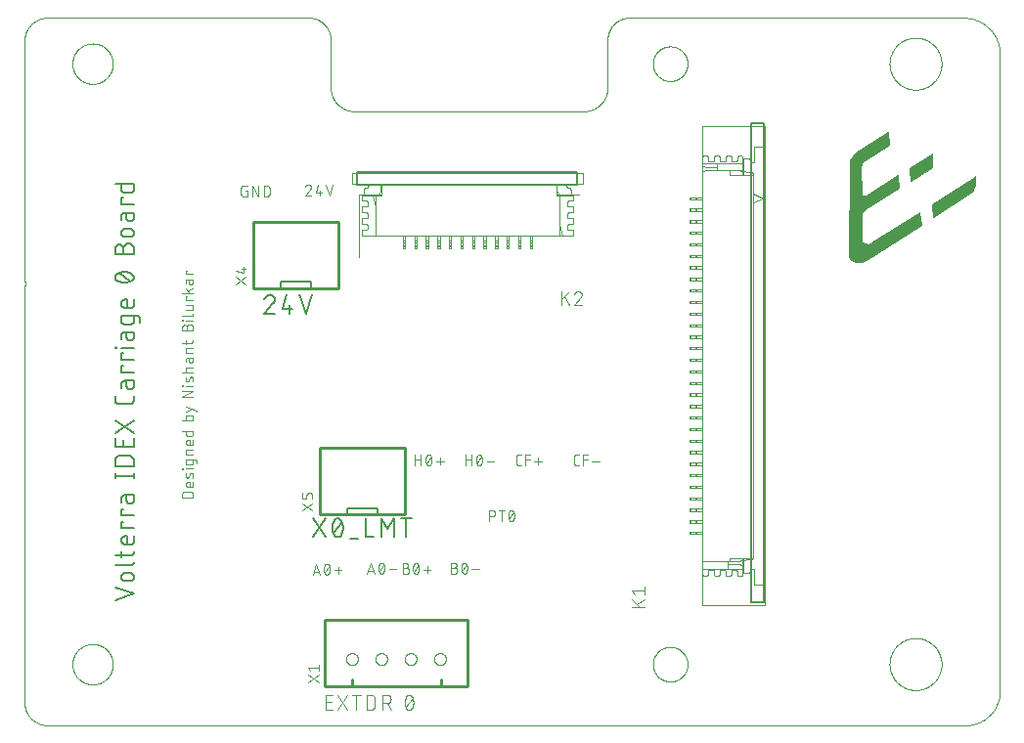
<source format=gbr>
G04 EAGLE Gerber RS-274X export*
G75*
%MOMM*%
%FSLAX34Y34*%
%LPD*%
%INSilkscreen Top*%
%IPPOS*%
%AMOC8*
5,1,8,0,0,1.08239X$1,22.5*%
G01*
%ADD10C,0.001000*%
%ADD11C,0.101600*%
%ADD12C,0.152400*%
%ADD13C,0.076200*%
%ADD14C,0.127000*%
%ADD15C,0.254000*%
%ADD16C,0.200000*%

G36*
X830917Y482771D02*
X830917Y482771D01*
X830957Y482769D01*
X832808Y483026D01*
X832835Y483037D01*
X832875Y483042D01*
X834648Y483628D01*
X834673Y483644D01*
X834711Y483656D01*
X836350Y484552D01*
X836365Y484566D01*
X836389Y484577D01*
X837717Y485525D01*
X837727Y485523D01*
X837783Y485542D01*
X837841Y485552D01*
X837868Y485570D01*
X837891Y485578D01*
X837924Y485608D01*
X837961Y485633D01*
X838185Y485857D01*
X884632Y515299D01*
X884669Y515337D01*
X884712Y515367D01*
X884729Y515398D01*
X884753Y515423D01*
X884769Y515473D01*
X884795Y515519D01*
X884798Y515559D01*
X884807Y515587D01*
X884802Y515619D01*
X884806Y515664D01*
X883536Y526586D01*
X883519Y526632D01*
X883512Y526681D01*
X883490Y526713D01*
X883477Y526749D01*
X883442Y526783D01*
X883414Y526823D01*
X883380Y526842D01*
X883352Y526869D01*
X883305Y526884D01*
X883262Y526908D01*
X883224Y526910D01*
X883187Y526921D01*
X883138Y526914D01*
X883089Y526916D01*
X883047Y526899D01*
X883016Y526895D01*
X882992Y526878D01*
X882954Y526863D01*
X841314Y500457D01*
X840322Y499953D01*
X839273Y499630D01*
X838204Y499494D01*
X836870Y499692D01*
X835561Y500101D01*
X834355Y500696D01*
X833955Y501070D01*
X833666Y501540D01*
X833511Y502070D01*
X833500Y502673D01*
X833500Y502674D01*
X833500Y502675D01*
X832992Y523757D01*
X832992Y523760D01*
X832992Y523763D01*
X832965Y524466D01*
X833074Y525123D01*
X833313Y525744D01*
X833675Y526307D01*
X834805Y527507D01*
X836132Y528516D01*
X865583Y547303D01*
X865619Y547341D01*
X865662Y547371D01*
X865679Y547402D01*
X865704Y547427D01*
X865720Y547477D01*
X865745Y547523D01*
X865748Y547564D01*
X865757Y547592D01*
X865752Y547623D01*
X865756Y547668D01*
X864486Y558590D01*
X864469Y558636D01*
X864462Y558685D01*
X864440Y558717D01*
X864427Y558753D01*
X864391Y558787D01*
X864363Y558828D01*
X864330Y558846D01*
X864302Y558873D01*
X864255Y558888D01*
X864212Y558912D01*
X864174Y558914D01*
X864137Y558925D01*
X864088Y558918D01*
X864039Y558920D01*
X863997Y558903D01*
X863966Y558899D01*
X863942Y558882D01*
X863904Y558867D01*
X836748Y541609D01*
X836162Y541339D01*
X835545Y541185D01*
X834917Y541148D01*
X834486Y541217D01*
X834092Y541388D01*
X833752Y541652D01*
X833488Y541992D01*
X833317Y542386D01*
X833245Y542835D01*
X832485Y565384D01*
X832666Y566694D01*
X833089Y567944D01*
X833738Y569092D01*
X834591Y570099D01*
X835631Y570939D01*
X856698Y584899D01*
X856729Y584932D01*
X856766Y584957D01*
X856787Y584994D01*
X856817Y585025D01*
X856830Y585068D01*
X856852Y585107D01*
X856857Y585158D01*
X856867Y585191D01*
X856863Y585216D01*
X856867Y585251D01*
X855851Y596173D01*
X855833Y596227D01*
X855824Y596283D01*
X855806Y596308D01*
X855796Y596338D01*
X855756Y596378D01*
X855723Y596424D01*
X855696Y596438D01*
X855674Y596460D01*
X855620Y596479D01*
X855570Y596505D01*
X855539Y596506D01*
X855510Y596516D01*
X855454Y596509D01*
X855397Y596511D01*
X855364Y596497D01*
X855338Y596494D01*
X855309Y596475D01*
X855263Y596456D01*
X827831Y578422D01*
X827827Y578417D01*
X827820Y578414D01*
X826144Y577225D01*
X826126Y577205D01*
X826095Y577184D01*
X824642Y575731D01*
X824627Y575708D01*
X824601Y575682D01*
X823412Y574006D01*
X823401Y573979D01*
X823377Y573947D01*
X822737Y572573D01*
X822732Y572549D01*
X822717Y572521D01*
X822286Y571068D01*
X822285Y571043D01*
X822284Y571042D01*
X822277Y571024D01*
X822277Y571019D01*
X822274Y571013D01*
X822063Y569512D01*
X822065Y569488D01*
X822059Y569456D01*
X822072Y567941D01*
X821818Y488697D01*
X821831Y488641D01*
X821835Y488583D01*
X821844Y488568D01*
X821819Y488215D01*
X821823Y488186D01*
X821833Y488082D01*
X822128Y487067D01*
X822144Y487038D01*
X822159Y486991D01*
X822664Y486063D01*
X822686Y486038D01*
X822711Y485996D01*
X823403Y485197D01*
X823430Y485177D01*
X823432Y485174D01*
X823435Y485172D01*
X823463Y485141D01*
X824310Y484509D01*
X824341Y484496D01*
X824380Y484468D01*
X825343Y484032D01*
X825347Y484031D01*
X825350Y484029D01*
X827067Y483292D01*
X827096Y483287D01*
X827132Y483271D01*
X828954Y482855D01*
X828983Y482855D01*
X829022Y482846D01*
X830888Y482766D01*
X830917Y482771D01*
G37*
G36*
X894601Y521853D02*
X894601Y521853D01*
X894660Y521851D01*
X894690Y521863D01*
X894714Y521865D01*
X894744Y521884D01*
X894794Y521905D01*
X927052Y542733D01*
X927074Y542756D01*
X927113Y542781D01*
X928601Y544244D01*
X928616Y544268D01*
X928644Y544295D01*
X929853Y545996D01*
X929864Y546022D01*
X929887Y546054D01*
X930778Y547941D01*
X930784Y547969D01*
X930801Y548004D01*
X931347Y550018D01*
X931348Y550046D01*
X931359Y550084D01*
X931543Y552163D01*
X931541Y552177D01*
X931544Y552196D01*
X931544Y558038D01*
X931525Y558121D01*
X931506Y558204D01*
X931505Y558205D01*
X931505Y558207D01*
X931450Y558273D01*
X931397Y558339D01*
X931396Y558339D01*
X931395Y558340D01*
X931317Y558375D01*
X931239Y558411D01*
X931238Y558411D01*
X931236Y558411D01*
X931151Y558408D01*
X931066Y558405D01*
X931065Y558405D01*
X931063Y558405D01*
X931053Y558399D01*
X930936Y558342D01*
X927897Y556063D01*
X893617Y533463D01*
X893589Y533434D01*
X893554Y533412D01*
X893530Y533372D01*
X893498Y533338D01*
X893486Y533299D01*
X893464Y533263D01*
X893457Y533207D01*
X893447Y533172D01*
X893450Y533149D01*
X893447Y533120D01*
X894209Y522198D01*
X894226Y522141D01*
X894235Y522082D01*
X894251Y522059D01*
X894260Y522032D01*
X894301Y521989D01*
X894335Y521941D01*
X894360Y521927D01*
X894379Y521906D01*
X894435Y521886D01*
X894487Y521858D01*
X894515Y521856D01*
X894542Y521847D01*
X894601Y521853D01*
G37*
G36*
X875560Y552841D02*
X875560Y552841D01*
X875613Y552839D01*
X875650Y552854D01*
X875679Y552859D01*
X875705Y552877D01*
X875747Y552894D01*
X894289Y565086D01*
X894306Y565104D01*
X894327Y565115D01*
X894364Y565166D01*
X894408Y565212D01*
X894415Y565235D01*
X894430Y565254D01*
X894449Y565343D01*
X894459Y565378D01*
X894458Y565386D01*
X894460Y565396D01*
X894714Y577588D01*
X894698Y577662D01*
X894687Y577738D01*
X894681Y577747D01*
X894678Y577758D01*
X894631Y577817D01*
X894587Y577879D01*
X894578Y577885D01*
X894571Y577894D01*
X894502Y577926D01*
X894435Y577963D01*
X894424Y577963D01*
X894414Y577968D01*
X894338Y577966D01*
X894262Y577969D01*
X894251Y577965D01*
X894241Y577965D01*
X894208Y577948D01*
X894128Y577915D01*
X874062Y564961D01*
X874027Y564925D01*
X873985Y564896D01*
X873967Y564864D01*
X873941Y564837D01*
X873926Y564789D01*
X873902Y564744D01*
X873898Y564701D01*
X873889Y564672D01*
X873893Y564642D01*
X873890Y564600D01*
X875160Y553170D01*
X875178Y553120D01*
X875186Y553067D01*
X875206Y553039D01*
X875218Y553007D01*
X875256Y552970D01*
X875287Y552926D01*
X875317Y552910D01*
X875342Y552886D01*
X875393Y552870D01*
X875440Y552845D01*
X875474Y552844D01*
X875507Y552833D01*
X875560Y552841D01*
G37*
D10*
X587504Y542216D02*
X567961Y542216D01*
X416561Y542216D02*
X397504Y542216D01*
X397504Y488216D01*
X694624Y213086D02*
X694624Y186906D01*
X694624Y575026D02*
X694624Y601906D01*
X694624Y186906D02*
X748624Y186906D01*
X748624Y601906D02*
X694624Y601906D01*
X856624Y655606D02*
X856631Y656158D01*
X856651Y656710D01*
X856685Y657261D01*
X856732Y657811D01*
X856793Y658360D01*
X856868Y658907D01*
X856955Y659453D01*
X857056Y659996D01*
X857171Y660536D01*
X857298Y661073D01*
X857439Y661607D01*
X857593Y662137D01*
X857760Y662664D01*
X857939Y663186D01*
X858132Y663704D01*
X858337Y664216D01*
X858554Y664724D01*
X858784Y665226D01*
X859026Y665722D01*
X859281Y666212D01*
X859547Y666696D01*
X859825Y667173D01*
X860115Y667643D01*
X860416Y668106D01*
X860728Y668562D01*
X861052Y669009D01*
X861386Y669449D01*
X861731Y669880D01*
X862087Y670302D01*
X862453Y670716D01*
X862828Y671121D01*
X863214Y671516D01*
X863609Y671902D01*
X864014Y672277D01*
X864428Y672643D01*
X864850Y672999D01*
X865281Y673344D01*
X865721Y673678D01*
X866168Y674002D01*
X866624Y674314D01*
X867087Y674615D01*
X867557Y674905D01*
X868034Y675183D01*
X868518Y675449D01*
X869008Y675704D01*
X869504Y675946D01*
X870006Y676176D01*
X870514Y676393D01*
X871026Y676598D01*
X871544Y676791D01*
X872066Y676970D01*
X872593Y677137D01*
X873123Y677291D01*
X873657Y677432D01*
X874194Y677559D01*
X874734Y677674D01*
X875277Y677775D01*
X875823Y677862D01*
X876370Y677937D01*
X876919Y677998D01*
X877469Y678045D01*
X878020Y678079D01*
X878572Y678099D01*
X879124Y678106D01*
X879676Y678099D01*
X880228Y678079D01*
X880779Y678045D01*
X881329Y677998D01*
X881878Y677937D01*
X882425Y677862D01*
X882971Y677775D01*
X883514Y677674D01*
X884054Y677559D01*
X884591Y677432D01*
X885125Y677291D01*
X885655Y677137D01*
X886182Y676970D01*
X886704Y676791D01*
X887222Y676598D01*
X887734Y676393D01*
X888242Y676176D01*
X888744Y675946D01*
X889240Y675704D01*
X889730Y675449D01*
X890214Y675183D01*
X890691Y674905D01*
X891161Y674615D01*
X891624Y674314D01*
X892080Y674002D01*
X892527Y673678D01*
X892967Y673344D01*
X893398Y672999D01*
X893820Y672643D01*
X894234Y672277D01*
X894639Y671902D01*
X895034Y671516D01*
X895420Y671121D01*
X895795Y670716D01*
X896161Y670302D01*
X896517Y669880D01*
X896862Y669449D01*
X897196Y669009D01*
X897520Y668562D01*
X897832Y668106D01*
X898133Y667643D01*
X898423Y667173D01*
X898701Y666696D01*
X898967Y666212D01*
X899222Y665722D01*
X899464Y665226D01*
X899694Y664724D01*
X899911Y664216D01*
X900116Y663704D01*
X900309Y663186D01*
X900488Y662664D01*
X900655Y662137D01*
X900809Y661607D01*
X900950Y661073D01*
X901077Y660536D01*
X901192Y659996D01*
X901293Y659453D01*
X901380Y658907D01*
X901455Y658360D01*
X901516Y657811D01*
X901563Y657261D01*
X901597Y656710D01*
X901617Y656158D01*
X901624Y655606D01*
X901617Y655054D01*
X901597Y654502D01*
X901563Y653951D01*
X901516Y653401D01*
X901455Y652852D01*
X901380Y652305D01*
X901293Y651759D01*
X901192Y651216D01*
X901077Y650676D01*
X900950Y650139D01*
X900809Y649605D01*
X900655Y649075D01*
X900488Y648548D01*
X900309Y648026D01*
X900116Y647508D01*
X899911Y646996D01*
X899694Y646488D01*
X899464Y645986D01*
X899222Y645490D01*
X898967Y645000D01*
X898701Y644516D01*
X898423Y644039D01*
X898133Y643569D01*
X897832Y643106D01*
X897520Y642650D01*
X897196Y642203D01*
X896862Y641763D01*
X896517Y641332D01*
X896161Y640910D01*
X895795Y640496D01*
X895420Y640091D01*
X895034Y639696D01*
X894639Y639310D01*
X894234Y638935D01*
X893820Y638569D01*
X893398Y638213D01*
X892967Y637868D01*
X892527Y637534D01*
X892080Y637210D01*
X891624Y636898D01*
X891161Y636597D01*
X890691Y636307D01*
X890214Y636029D01*
X889730Y635763D01*
X889240Y635508D01*
X888744Y635266D01*
X888242Y635036D01*
X887734Y634819D01*
X887222Y634614D01*
X886704Y634421D01*
X886182Y634242D01*
X885655Y634075D01*
X885125Y633921D01*
X884591Y633780D01*
X884054Y633653D01*
X883514Y633538D01*
X882971Y633437D01*
X882425Y633350D01*
X881878Y633275D01*
X881329Y633214D01*
X880779Y633167D01*
X880228Y633133D01*
X879676Y633113D01*
X879124Y633106D01*
X878572Y633113D01*
X878020Y633133D01*
X877469Y633167D01*
X876919Y633214D01*
X876370Y633275D01*
X875823Y633350D01*
X875277Y633437D01*
X874734Y633538D01*
X874194Y633653D01*
X873657Y633780D01*
X873123Y633921D01*
X872593Y634075D01*
X872066Y634242D01*
X871544Y634421D01*
X871026Y634614D01*
X870514Y634819D01*
X870006Y635036D01*
X869504Y635266D01*
X869008Y635508D01*
X868518Y635763D01*
X868034Y636029D01*
X867557Y636307D01*
X867087Y636597D01*
X866624Y636898D01*
X866168Y637210D01*
X865721Y637534D01*
X865281Y637868D01*
X864850Y638213D01*
X864428Y638569D01*
X864014Y638935D01*
X863609Y639310D01*
X863214Y639696D01*
X862828Y640091D01*
X862453Y640496D01*
X862087Y640910D01*
X861731Y641332D01*
X861386Y641763D01*
X861052Y642203D01*
X860728Y642650D01*
X860416Y643106D01*
X860115Y643569D01*
X859825Y644039D01*
X859547Y644516D01*
X859281Y645000D01*
X859026Y645490D01*
X858784Y645986D01*
X858554Y646488D01*
X858337Y646996D01*
X858132Y647508D01*
X857939Y648026D01*
X857760Y648548D01*
X857593Y649075D01*
X857439Y649605D01*
X857298Y650139D01*
X857171Y650676D01*
X857056Y651216D01*
X856955Y651759D01*
X856868Y652305D01*
X856793Y652852D01*
X856732Y653401D01*
X856685Y653951D01*
X856651Y654502D01*
X856631Y655054D01*
X856624Y655606D01*
X651774Y135536D02*
X651779Y135904D01*
X651792Y136272D01*
X651815Y136639D01*
X651846Y137006D01*
X651887Y137372D01*
X651936Y137737D01*
X651995Y138100D01*
X652062Y138462D01*
X652138Y138823D01*
X652224Y139181D01*
X652317Y139537D01*
X652420Y139890D01*
X652531Y140241D01*
X652651Y140589D01*
X652779Y140934D01*
X652916Y141276D01*
X653061Y141615D01*
X653214Y141949D01*
X653376Y142280D01*
X653545Y142607D01*
X653723Y142929D01*
X653908Y143248D01*
X654101Y143561D01*
X654302Y143870D01*
X654510Y144173D01*
X654726Y144471D01*
X654949Y144764D01*
X655179Y145052D01*
X655416Y145334D01*
X655660Y145609D01*
X655910Y145879D01*
X656167Y146143D01*
X656431Y146400D01*
X656701Y146650D01*
X656976Y146894D01*
X657258Y147131D01*
X657546Y147361D01*
X657839Y147584D01*
X658137Y147800D01*
X658440Y148008D01*
X658749Y148209D01*
X659062Y148402D01*
X659381Y148587D01*
X659703Y148765D01*
X660030Y148934D01*
X660361Y149096D01*
X660695Y149249D01*
X661034Y149394D01*
X661376Y149531D01*
X661721Y149659D01*
X662069Y149779D01*
X662420Y149890D01*
X662773Y149993D01*
X663129Y150086D01*
X663487Y150172D01*
X663848Y150248D01*
X664210Y150315D01*
X664573Y150374D01*
X664938Y150423D01*
X665304Y150464D01*
X665671Y150495D01*
X666038Y150518D01*
X666406Y150531D01*
X666774Y150536D01*
X667142Y150531D01*
X667510Y150518D01*
X667877Y150495D01*
X668244Y150464D01*
X668610Y150423D01*
X668975Y150374D01*
X669338Y150315D01*
X669700Y150248D01*
X670061Y150172D01*
X670419Y150086D01*
X670775Y149993D01*
X671128Y149890D01*
X671479Y149779D01*
X671827Y149659D01*
X672172Y149531D01*
X672514Y149394D01*
X672853Y149249D01*
X673187Y149096D01*
X673518Y148934D01*
X673845Y148765D01*
X674167Y148587D01*
X674486Y148402D01*
X674799Y148209D01*
X675108Y148008D01*
X675411Y147800D01*
X675709Y147584D01*
X676002Y147361D01*
X676290Y147131D01*
X676572Y146894D01*
X676847Y146650D01*
X677117Y146400D01*
X677381Y146143D01*
X677638Y145879D01*
X677888Y145609D01*
X678132Y145334D01*
X678369Y145052D01*
X678599Y144764D01*
X678822Y144471D01*
X679038Y144173D01*
X679246Y143870D01*
X679447Y143561D01*
X679640Y143248D01*
X679825Y142929D01*
X680003Y142607D01*
X680172Y142280D01*
X680334Y141949D01*
X680487Y141615D01*
X680632Y141276D01*
X680769Y140934D01*
X680897Y140589D01*
X681017Y140241D01*
X681128Y139890D01*
X681231Y139537D01*
X681324Y139181D01*
X681410Y138823D01*
X681486Y138462D01*
X681553Y138100D01*
X681612Y137737D01*
X681661Y137372D01*
X681702Y137006D01*
X681733Y136639D01*
X681756Y136272D01*
X681769Y135904D01*
X681774Y135536D01*
X681769Y135168D01*
X681756Y134800D01*
X681733Y134433D01*
X681702Y134066D01*
X681661Y133700D01*
X681612Y133335D01*
X681553Y132972D01*
X681486Y132610D01*
X681410Y132249D01*
X681324Y131891D01*
X681231Y131535D01*
X681128Y131182D01*
X681017Y130831D01*
X680897Y130483D01*
X680769Y130138D01*
X680632Y129796D01*
X680487Y129457D01*
X680334Y129123D01*
X680172Y128792D01*
X680003Y128465D01*
X679825Y128143D01*
X679640Y127824D01*
X679447Y127511D01*
X679246Y127202D01*
X679038Y126899D01*
X678822Y126601D01*
X678599Y126308D01*
X678369Y126020D01*
X678132Y125738D01*
X677888Y125463D01*
X677638Y125193D01*
X677381Y124929D01*
X677117Y124672D01*
X676847Y124422D01*
X676572Y124178D01*
X676290Y123941D01*
X676002Y123711D01*
X675709Y123488D01*
X675411Y123272D01*
X675108Y123064D01*
X674799Y122863D01*
X674486Y122670D01*
X674167Y122485D01*
X673845Y122307D01*
X673518Y122138D01*
X673187Y121976D01*
X672853Y121823D01*
X672514Y121678D01*
X672172Y121541D01*
X671827Y121413D01*
X671479Y121293D01*
X671128Y121182D01*
X670775Y121079D01*
X670419Y120986D01*
X670061Y120900D01*
X669700Y120824D01*
X669338Y120757D01*
X668975Y120698D01*
X668610Y120649D01*
X668244Y120608D01*
X667877Y120577D01*
X667510Y120554D01*
X667142Y120541D01*
X666774Y120536D01*
X666406Y120541D01*
X666038Y120554D01*
X665671Y120577D01*
X665304Y120608D01*
X664938Y120649D01*
X664573Y120698D01*
X664210Y120757D01*
X663848Y120824D01*
X663487Y120900D01*
X663129Y120986D01*
X662773Y121079D01*
X662420Y121182D01*
X662069Y121293D01*
X661721Y121413D01*
X661376Y121541D01*
X661034Y121678D01*
X660695Y121823D01*
X660361Y121976D01*
X660030Y122138D01*
X659703Y122307D01*
X659381Y122485D01*
X659062Y122670D01*
X658749Y122863D01*
X658440Y123064D01*
X658137Y123272D01*
X657839Y123488D01*
X657546Y123711D01*
X657258Y123941D01*
X656976Y124178D01*
X656701Y124422D01*
X656431Y124672D01*
X656167Y124929D01*
X655910Y125193D01*
X655660Y125463D01*
X655416Y125738D01*
X655179Y126020D01*
X654949Y126308D01*
X654726Y126601D01*
X654510Y126899D01*
X654302Y127202D01*
X654101Y127511D01*
X653908Y127824D01*
X653723Y128143D01*
X653545Y128465D01*
X653376Y128792D01*
X653214Y129123D01*
X653061Y129457D01*
X652916Y129796D01*
X652779Y130138D01*
X652651Y130483D01*
X652531Y130831D01*
X652420Y131182D01*
X652317Y131535D01*
X652224Y131891D01*
X652138Y132249D01*
X652062Y132610D01*
X651995Y132972D01*
X651936Y133335D01*
X651887Y133700D01*
X651846Y134066D01*
X651815Y134433D01*
X651792Y134800D01*
X651779Y135168D01*
X651774Y135536D01*
X856624Y135666D02*
X856631Y136218D01*
X856651Y136770D01*
X856685Y137321D01*
X856732Y137871D01*
X856793Y138420D01*
X856868Y138967D01*
X856955Y139513D01*
X857056Y140056D01*
X857171Y140596D01*
X857298Y141133D01*
X857439Y141667D01*
X857593Y142197D01*
X857760Y142724D01*
X857939Y143246D01*
X858132Y143764D01*
X858337Y144276D01*
X858554Y144784D01*
X858784Y145286D01*
X859026Y145782D01*
X859281Y146272D01*
X859547Y146756D01*
X859825Y147233D01*
X860115Y147703D01*
X860416Y148166D01*
X860728Y148622D01*
X861052Y149069D01*
X861386Y149509D01*
X861731Y149940D01*
X862087Y150362D01*
X862453Y150776D01*
X862828Y151181D01*
X863214Y151576D01*
X863609Y151962D01*
X864014Y152337D01*
X864428Y152703D01*
X864850Y153059D01*
X865281Y153404D01*
X865721Y153738D01*
X866168Y154062D01*
X866624Y154374D01*
X867087Y154675D01*
X867557Y154965D01*
X868034Y155243D01*
X868518Y155509D01*
X869008Y155764D01*
X869504Y156006D01*
X870006Y156236D01*
X870514Y156453D01*
X871026Y156658D01*
X871544Y156851D01*
X872066Y157030D01*
X872593Y157197D01*
X873123Y157351D01*
X873657Y157492D01*
X874194Y157619D01*
X874734Y157734D01*
X875277Y157835D01*
X875823Y157922D01*
X876370Y157997D01*
X876919Y158058D01*
X877469Y158105D01*
X878020Y158139D01*
X878572Y158159D01*
X879124Y158166D01*
X879676Y158159D01*
X880228Y158139D01*
X880779Y158105D01*
X881329Y158058D01*
X881878Y157997D01*
X882425Y157922D01*
X882971Y157835D01*
X883514Y157734D01*
X884054Y157619D01*
X884591Y157492D01*
X885125Y157351D01*
X885655Y157197D01*
X886182Y157030D01*
X886704Y156851D01*
X887222Y156658D01*
X887734Y156453D01*
X888242Y156236D01*
X888744Y156006D01*
X889240Y155764D01*
X889730Y155509D01*
X890214Y155243D01*
X890691Y154965D01*
X891161Y154675D01*
X891624Y154374D01*
X892080Y154062D01*
X892527Y153738D01*
X892967Y153404D01*
X893398Y153059D01*
X893820Y152703D01*
X894234Y152337D01*
X894639Y151962D01*
X895034Y151576D01*
X895420Y151181D01*
X895795Y150776D01*
X896161Y150362D01*
X896517Y149940D01*
X896862Y149509D01*
X897196Y149069D01*
X897520Y148622D01*
X897832Y148166D01*
X898133Y147703D01*
X898423Y147233D01*
X898701Y146756D01*
X898967Y146272D01*
X899222Y145782D01*
X899464Y145286D01*
X899694Y144784D01*
X899911Y144276D01*
X900116Y143764D01*
X900309Y143246D01*
X900488Y142724D01*
X900655Y142197D01*
X900809Y141667D01*
X900950Y141133D01*
X901077Y140596D01*
X901192Y140056D01*
X901293Y139513D01*
X901380Y138967D01*
X901455Y138420D01*
X901516Y137871D01*
X901563Y137321D01*
X901597Y136770D01*
X901617Y136218D01*
X901624Y135666D01*
X901617Y135114D01*
X901597Y134562D01*
X901563Y134011D01*
X901516Y133461D01*
X901455Y132912D01*
X901380Y132365D01*
X901293Y131819D01*
X901192Y131276D01*
X901077Y130736D01*
X900950Y130199D01*
X900809Y129665D01*
X900655Y129135D01*
X900488Y128608D01*
X900309Y128086D01*
X900116Y127568D01*
X899911Y127056D01*
X899694Y126548D01*
X899464Y126046D01*
X899222Y125550D01*
X898967Y125060D01*
X898701Y124576D01*
X898423Y124099D01*
X898133Y123629D01*
X897832Y123166D01*
X897520Y122710D01*
X897196Y122263D01*
X896862Y121823D01*
X896517Y121392D01*
X896161Y120970D01*
X895795Y120556D01*
X895420Y120151D01*
X895034Y119756D01*
X894639Y119370D01*
X894234Y118995D01*
X893820Y118629D01*
X893398Y118273D01*
X892967Y117928D01*
X892527Y117594D01*
X892080Y117270D01*
X891624Y116958D01*
X891161Y116657D01*
X890691Y116367D01*
X890214Y116089D01*
X889730Y115823D01*
X889240Y115568D01*
X888744Y115326D01*
X888242Y115096D01*
X887734Y114879D01*
X887222Y114674D01*
X886704Y114481D01*
X886182Y114302D01*
X885655Y114135D01*
X885125Y113981D01*
X884591Y113840D01*
X884054Y113713D01*
X883514Y113598D01*
X882971Y113497D01*
X882425Y113410D01*
X881878Y113335D01*
X881329Y113274D01*
X880779Y113227D01*
X880228Y113193D01*
X879676Y113173D01*
X879124Y113166D01*
X878572Y113173D01*
X878020Y113193D01*
X877469Y113227D01*
X876919Y113274D01*
X876370Y113335D01*
X875823Y113410D01*
X875277Y113497D01*
X874734Y113598D01*
X874194Y113713D01*
X873657Y113840D01*
X873123Y113981D01*
X872593Y114135D01*
X872066Y114302D01*
X871544Y114481D01*
X871026Y114674D01*
X870514Y114879D01*
X870006Y115096D01*
X869504Y115326D01*
X869008Y115568D01*
X868518Y115823D01*
X868034Y116089D01*
X867557Y116367D01*
X867087Y116657D01*
X866624Y116958D01*
X866168Y117270D01*
X865721Y117594D01*
X865281Y117928D01*
X864850Y118273D01*
X864428Y118629D01*
X864014Y118995D01*
X863609Y119370D01*
X863214Y119756D01*
X862828Y120151D01*
X862453Y120556D01*
X862087Y120970D01*
X861731Y121392D01*
X861386Y121823D01*
X861052Y122263D01*
X860728Y122710D01*
X860416Y123166D01*
X860115Y123629D01*
X859825Y124099D01*
X859547Y124576D01*
X859281Y125060D01*
X859026Y125550D01*
X858784Y126046D01*
X858554Y126548D01*
X858337Y127056D01*
X858132Y127568D01*
X857939Y128086D01*
X857760Y128608D01*
X857593Y129135D01*
X857439Y129665D01*
X857298Y130199D01*
X857171Y130736D01*
X857056Y131276D01*
X856955Y131819D01*
X856868Y132365D01*
X856793Y132912D01*
X856732Y133461D01*
X856685Y134011D01*
X856651Y134562D01*
X856631Y135114D01*
X856624Y135666D01*
X651774Y655606D02*
X651779Y655974D01*
X651792Y656342D01*
X651815Y656709D01*
X651846Y657076D01*
X651887Y657442D01*
X651936Y657807D01*
X651995Y658170D01*
X652062Y658532D01*
X652138Y658893D01*
X652224Y659251D01*
X652317Y659607D01*
X652420Y659960D01*
X652531Y660311D01*
X652651Y660659D01*
X652779Y661004D01*
X652916Y661346D01*
X653061Y661685D01*
X653214Y662019D01*
X653376Y662350D01*
X653545Y662677D01*
X653723Y662999D01*
X653908Y663318D01*
X654101Y663631D01*
X654302Y663940D01*
X654510Y664243D01*
X654726Y664541D01*
X654949Y664834D01*
X655179Y665122D01*
X655416Y665404D01*
X655660Y665679D01*
X655910Y665949D01*
X656167Y666213D01*
X656431Y666470D01*
X656701Y666720D01*
X656976Y666964D01*
X657258Y667201D01*
X657546Y667431D01*
X657839Y667654D01*
X658137Y667870D01*
X658440Y668078D01*
X658749Y668279D01*
X659062Y668472D01*
X659381Y668657D01*
X659703Y668835D01*
X660030Y669004D01*
X660361Y669166D01*
X660695Y669319D01*
X661034Y669464D01*
X661376Y669601D01*
X661721Y669729D01*
X662069Y669849D01*
X662420Y669960D01*
X662773Y670063D01*
X663129Y670156D01*
X663487Y670242D01*
X663848Y670318D01*
X664210Y670385D01*
X664573Y670444D01*
X664938Y670493D01*
X665304Y670534D01*
X665671Y670565D01*
X666038Y670588D01*
X666406Y670601D01*
X666774Y670606D01*
X667142Y670601D01*
X667510Y670588D01*
X667877Y670565D01*
X668244Y670534D01*
X668610Y670493D01*
X668975Y670444D01*
X669338Y670385D01*
X669700Y670318D01*
X670061Y670242D01*
X670419Y670156D01*
X670775Y670063D01*
X671128Y669960D01*
X671479Y669849D01*
X671827Y669729D01*
X672172Y669601D01*
X672514Y669464D01*
X672853Y669319D01*
X673187Y669166D01*
X673518Y669004D01*
X673845Y668835D01*
X674167Y668657D01*
X674486Y668472D01*
X674799Y668279D01*
X675108Y668078D01*
X675411Y667870D01*
X675709Y667654D01*
X676002Y667431D01*
X676290Y667201D01*
X676572Y666964D01*
X676847Y666720D01*
X677117Y666470D01*
X677381Y666213D01*
X677638Y665949D01*
X677888Y665679D01*
X678132Y665404D01*
X678369Y665122D01*
X678599Y664834D01*
X678822Y664541D01*
X679038Y664243D01*
X679246Y663940D01*
X679447Y663631D01*
X679640Y663318D01*
X679825Y662999D01*
X680003Y662677D01*
X680172Y662350D01*
X680334Y662019D01*
X680487Y661685D01*
X680632Y661346D01*
X680769Y661004D01*
X680897Y660659D01*
X681017Y660311D01*
X681128Y659960D01*
X681231Y659607D01*
X681324Y659251D01*
X681410Y658893D01*
X681486Y658532D01*
X681553Y658170D01*
X681612Y657807D01*
X681661Y657442D01*
X681702Y657076D01*
X681733Y656709D01*
X681756Y656342D01*
X681769Y655974D01*
X681774Y655606D01*
X681769Y655238D01*
X681756Y654870D01*
X681733Y654503D01*
X681702Y654136D01*
X681661Y653770D01*
X681612Y653405D01*
X681553Y653042D01*
X681486Y652680D01*
X681410Y652319D01*
X681324Y651961D01*
X681231Y651605D01*
X681128Y651252D01*
X681017Y650901D01*
X680897Y650553D01*
X680769Y650208D01*
X680632Y649866D01*
X680487Y649527D01*
X680334Y649193D01*
X680172Y648862D01*
X680003Y648535D01*
X679825Y648213D01*
X679640Y647894D01*
X679447Y647581D01*
X679246Y647272D01*
X679038Y646969D01*
X678822Y646671D01*
X678599Y646378D01*
X678369Y646090D01*
X678132Y645808D01*
X677888Y645533D01*
X677638Y645263D01*
X677381Y644999D01*
X677117Y644742D01*
X676847Y644492D01*
X676572Y644248D01*
X676290Y644011D01*
X676002Y643781D01*
X675709Y643558D01*
X675411Y643342D01*
X675108Y643134D01*
X674799Y642933D01*
X674486Y642740D01*
X674167Y642555D01*
X673845Y642377D01*
X673518Y642208D01*
X673187Y642046D01*
X672853Y641893D01*
X672514Y641748D01*
X672172Y641611D01*
X671827Y641483D01*
X671479Y641363D01*
X671128Y641252D01*
X670775Y641149D01*
X670419Y641056D01*
X670061Y640970D01*
X669700Y640894D01*
X669338Y640827D01*
X668975Y640768D01*
X668610Y640719D01*
X668244Y640678D01*
X667877Y640647D01*
X667510Y640624D01*
X667142Y640611D01*
X666774Y640606D01*
X666406Y640611D01*
X666038Y640624D01*
X665671Y640647D01*
X665304Y640678D01*
X664938Y640719D01*
X664573Y640768D01*
X664210Y640827D01*
X663848Y640894D01*
X663487Y640970D01*
X663129Y641056D01*
X662773Y641149D01*
X662420Y641252D01*
X662069Y641363D01*
X661721Y641483D01*
X661376Y641611D01*
X661034Y641748D01*
X660695Y641893D01*
X660361Y642046D01*
X660030Y642208D01*
X659703Y642377D01*
X659381Y642555D01*
X659062Y642740D01*
X658749Y642933D01*
X658440Y643134D01*
X658137Y643342D01*
X657839Y643558D01*
X657546Y643781D01*
X657258Y644011D01*
X656976Y644248D01*
X656701Y644492D01*
X656431Y644742D01*
X656167Y644999D01*
X655910Y645263D01*
X655660Y645533D01*
X655416Y645808D01*
X655179Y646090D01*
X654949Y646378D01*
X654726Y646671D01*
X654510Y646969D01*
X654302Y647272D01*
X654101Y647581D01*
X653908Y647894D01*
X653723Y648213D01*
X653545Y648535D01*
X653376Y648862D01*
X653214Y649193D01*
X653061Y649527D01*
X652916Y649866D01*
X652779Y650208D01*
X652651Y650553D01*
X652531Y650901D01*
X652420Y651252D01*
X652317Y651605D01*
X652224Y651961D01*
X652138Y652319D01*
X652062Y652680D01*
X651995Y653042D01*
X651936Y653405D01*
X651887Y653770D01*
X651846Y654136D01*
X651815Y654503D01*
X651792Y654870D01*
X651779Y655238D01*
X651774Y655606D01*
X462394Y139956D02*
X462396Y140098D01*
X462402Y140241D01*
X462412Y140383D01*
X462426Y140525D01*
X462444Y140666D01*
X462466Y140807D01*
X462492Y140947D01*
X462521Y141086D01*
X462555Y141225D01*
X462593Y141362D01*
X462634Y141499D01*
X462679Y141634D01*
X462728Y141768D01*
X462781Y141900D01*
X462837Y142031D01*
X462897Y142160D01*
X462961Y142288D01*
X463028Y142413D01*
X463099Y142537D01*
X463173Y142659D01*
X463250Y142778D01*
X463331Y142896D01*
X463415Y143011D01*
X463502Y143123D01*
X463593Y143233D01*
X463686Y143341D01*
X463783Y143446D01*
X463882Y143548D01*
X463984Y143647D01*
X464089Y143744D01*
X464197Y143837D01*
X464307Y143928D01*
X464419Y144015D01*
X464534Y144099D01*
X464652Y144180D01*
X464771Y144257D01*
X464893Y144331D01*
X465017Y144402D01*
X465142Y144469D01*
X465270Y144533D01*
X465399Y144593D01*
X465530Y144649D01*
X465662Y144702D01*
X465796Y144751D01*
X465931Y144796D01*
X466068Y144837D01*
X466205Y144875D01*
X466344Y144909D01*
X466483Y144938D01*
X466623Y144964D01*
X466764Y144986D01*
X466905Y145004D01*
X467047Y145018D01*
X467189Y145028D01*
X467332Y145034D01*
X467474Y145036D01*
X467616Y145034D01*
X467759Y145028D01*
X467901Y145018D01*
X468043Y145004D01*
X468184Y144986D01*
X468325Y144964D01*
X468465Y144938D01*
X468604Y144909D01*
X468743Y144875D01*
X468880Y144837D01*
X469017Y144796D01*
X469152Y144751D01*
X469286Y144702D01*
X469418Y144649D01*
X469549Y144593D01*
X469678Y144533D01*
X469806Y144469D01*
X469931Y144402D01*
X470055Y144331D01*
X470177Y144257D01*
X470296Y144180D01*
X470414Y144099D01*
X470529Y144015D01*
X470641Y143928D01*
X470751Y143837D01*
X470859Y143744D01*
X470964Y143647D01*
X471066Y143548D01*
X471165Y143446D01*
X471262Y143341D01*
X471355Y143233D01*
X471446Y143123D01*
X471533Y143011D01*
X471617Y142896D01*
X471698Y142778D01*
X471775Y142659D01*
X471849Y142537D01*
X471920Y142413D01*
X471987Y142288D01*
X472051Y142160D01*
X472111Y142031D01*
X472167Y141900D01*
X472220Y141768D01*
X472269Y141634D01*
X472314Y141499D01*
X472355Y141362D01*
X472393Y141225D01*
X472427Y141086D01*
X472456Y140947D01*
X472482Y140807D01*
X472504Y140666D01*
X472522Y140525D01*
X472536Y140383D01*
X472546Y140241D01*
X472552Y140098D01*
X472554Y139956D01*
X472552Y139814D01*
X472546Y139671D01*
X472536Y139529D01*
X472522Y139387D01*
X472504Y139246D01*
X472482Y139105D01*
X472456Y138965D01*
X472427Y138826D01*
X472393Y138687D01*
X472355Y138550D01*
X472314Y138413D01*
X472269Y138278D01*
X472220Y138144D01*
X472167Y138012D01*
X472111Y137881D01*
X472051Y137752D01*
X471987Y137624D01*
X471920Y137499D01*
X471849Y137375D01*
X471775Y137253D01*
X471698Y137134D01*
X471617Y137016D01*
X471533Y136901D01*
X471446Y136789D01*
X471355Y136679D01*
X471262Y136571D01*
X471165Y136466D01*
X471066Y136364D01*
X470964Y136265D01*
X470859Y136168D01*
X470751Y136075D01*
X470641Y135984D01*
X470529Y135897D01*
X470414Y135813D01*
X470296Y135732D01*
X470177Y135655D01*
X470055Y135581D01*
X469931Y135510D01*
X469806Y135443D01*
X469678Y135379D01*
X469549Y135319D01*
X469418Y135263D01*
X469286Y135210D01*
X469152Y135161D01*
X469017Y135116D01*
X468880Y135075D01*
X468743Y135037D01*
X468604Y135003D01*
X468465Y134974D01*
X468325Y134948D01*
X468184Y134926D01*
X468043Y134908D01*
X467901Y134894D01*
X467759Y134884D01*
X467616Y134878D01*
X467474Y134876D01*
X467332Y134878D01*
X467189Y134884D01*
X467047Y134894D01*
X466905Y134908D01*
X466764Y134926D01*
X466623Y134948D01*
X466483Y134974D01*
X466344Y135003D01*
X466205Y135037D01*
X466068Y135075D01*
X465931Y135116D01*
X465796Y135161D01*
X465662Y135210D01*
X465530Y135263D01*
X465399Y135319D01*
X465270Y135379D01*
X465142Y135443D01*
X465017Y135510D01*
X464893Y135581D01*
X464771Y135655D01*
X464652Y135732D01*
X464534Y135813D01*
X464419Y135897D01*
X464307Y135984D01*
X464197Y136075D01*
X464089Y136168D01*
X463984Y136265D01*
X463882Y136364D01*
X463783Y136466D01*
X463686Y136571D01*
X463593Y136679D01*
X463502Y136789D01*
X463415Y136901D01*
X463331Y137016D01*
X463250Y137134D01*
X463173Y137253D01*
X463099Y137375D01*
X463028Y137499D01*
X462961Y137624D01*
X462897Y137752D01*
X462837Y137881D01*
X462781Y138012D01*
X462728Y138144D01*
X462679Y138278D01*
X462634Y138413D01*
X462593Y138550D01*
X462555Y138687D01*
X462521Y138826D01*
X462492Y138965D01*
X462466Y139105D01*
X462444Y139246D01*
X462426Y139387D01*
X462412Y139529D01*
X462402Y139671D01*
X462396Y139814D01*
X462394Y139956D01*
X411594Y139956D02*
X411596Y140098D01*
X411602Y140241D01*
X411612Y140383D01*
X411626Y140525D01*
X411644Y140666D01*
X411666Y140807D01*
X411692Y140947D01*
X411721Y141086D01*
X411755Y141225D01*
X411793Y141362D01*
X411834Y141499D01*
X411879Y141634D01*
X411928Y141768D01*
X411981Y141900D01*
X412037Y142031D01*
X412097Y142160D01*
X412161Y142288D01*
X412228Y142413D01*
X412299Y142537D01*
X412373Y142659D01*
X412450Y142778D01*
X412531Y142896D01*
X412615Y143011D01*
X412702Y143123D01*
X412793Y143233D01*
X412886Y143341D01*
X412983Y143446D01*
X413082Y143548D01*
X413184Y143647D01*
X413289Y143744D01*
X413397Y143837D01*
X413507Y143928D01*
X413619Y144015D01*
X413734Y144099D01*
X413852Y144180D01*
X413971Y144257D01*
X414093Y144331D01*
X414217Y144402D01*
X414342Y144469D01*
X414470Y144533D01*
X414599Y144593D01*
X414730Y144649D01*
X414862Y144702D01*
X414996Y144751D01*
X415131Y144796D01*
X415268Y144837D01*
X415405Y144875D01*
X415544Y144909D01*
X415683Y144938D01*
X415823Y144964D01*
X415964Y144986D01*
X416105Y145004D01*
X416247Y145018D01*
X416389Y145028D01*
X416532Y145034D01*
X416674Y145036D01*
X416816Y145034D01*
X416959Y145028D01*
X417101Y145018D01*
X417243Y145004D01*
X417384Y144986D01*
X417525Y144964D01*
X417665Y144938D01*
X417804Y144909D01*
X417943Y144875D01*
X418080Y144837D01*
X418217Y144796D01*
X418352Y144751D01*
X418486Y144702D01*
X418618Y144649D01*
X418749Y144593D01*
X418878Y144533D01*
X419006Y144469D01*
X419131Y144402D01*
X419255Y144331D01*
X419377Y144257D01*
X419496Y144180D01*
X419614Y144099D01*
X419729Y144015D01*
X419841Y143928D01*
X419951Y143837D01*
X420059Y143744D01*
X420164Y143647D01*
X420266Y143548D01*
X420365Y143446D01*
X420462Y143341D01*
X420555Y143233D01*
X420646Y143123D01*
X420733Y143011D01*
X420817Y142896D01*
X420898Y142778D01*
X420975Y142659D01*
X421049Y142537D01*
X421120Y142413D01*
X421187Y142288D01*
X421251Y142160D01*
X421311Y142031D01*
X421367Y141900D01*
X421420Y141768D01*
X421469Y141634D01*
X421514Y141499D01*
X421555Y141362D01*
X421593Y141225D01*
X421627Y141086D01*
X421656Y140947D01*
X421682Y140807D01*
X421704Y140666D01*
X421722Y140525D01*
X421736Y140383D01*
X421746Y140241D01*
X421752Y140098D01*
X421754Y139956D01*
X421752Y139814D01*
X421746Y139671D01*
X421736Y139529D01*
X421722Y139387D01*
X421704Y139246D01*
X421682Y139105D01*
X421656Y138965D01*
X421627Y138826D01*
X421593Y138687D01*
X421555Y138550D01*
X421514Y138413D01*
X421469Y138278D01*
X421420Y138144D01*
X421367Y138012D01*
X421311Y137881D01*
X421251Y137752D01*
X421187Y137624D01*
X421120Y137499D01*
X421049Y137375D01*
X420975Y137253D01*
X420898Y137134D01*
X420817Y137016D01*
X420733Y136901D01*
X420646Y136789D01*
X420555Y136679D01*
X420462Y136571D01*
X420365Y136466D01*
X420266Y136364D01*
X420164Y136265D01*
X420059Y136168D01*
X419951Y136075D01*
X419841Y135984D01*
X419729Y135897D01*
X419614Y135813D01*
X419496Y135732D01*
X419377Y135655D01*
X419255Y135581D01*
X419131Y135510D01*
X419006Y135443D01*
X418878Y135379D01*
X418749Y135319D01*
X418618Y135263D01*
X418486Y135210D01*
X418352Y135161D01*
X418217Y135116D01*
X418080Y135075D01*
X417943Y135037D01*
X417804Y135003D01*
X417665Y134974D01*
X417525Y134948D01*
X417384Y134926D01*
X417243Y134908D01*
X417101Y134894D01*
X416959Y134884D01*
X416816Y134878D01*
X416674Y134876D01*
X416532Y134878D01*
X416389Y134884D01*
X416247Y134894D01*
X416105Y134908D01*
X415964Y134926D01*
X415823Y134948D01*
X415683Y134974D01*
X415544Y135003D01*
X415405Y135037D01*
X415268Y135075D01*
X415131Y135116D01*
X414996Y135161D01*
X414862Y135210D01*
X414730Y135263D01*
X414599Y135319D01*
X414470Y135379D01*
X414342Y135443D01*
X414217Y135510D01*
X414093Y135581D01*
X413971Y135655D01*
X413852Y135732D01*
X413734Y135813D01*
X413619Y135897D01*
X413507Y135984D01*
X413397Y136075D01*
X413289Y136168D01*
X413184Y136265D01*
X413082Y136364D01*
X412983Y136466D01*
X412886Y136571D01*
X412793Y136679D01*
X412702Y136789D01*
X412615Y136901D01*
X412531Y137016D01*
X412450Y137134D01*
X412373Y137253D01*
X412299Y137375D01*
X412228Y137499D01*
X412161Y137624D01*
X412097Y137752D01*
X412037Y137881D01*
X411981Y138012D01*
X411928Y138144D01*
X411879Y138278D01*
X411834Y138413D01*
X411793Y138550D01*
X411755Y138687D01*
X411721Y138826D01*
X411692Y138965D01*
X411666Y139105D01*
X411644Y139246D01*
X411626Y139387D01*
X411612Y139529D01*
X411602Y139671D01*
X411596Y139814D01*
X411594Y139956D01*
X436994Y139956D02*
X436996Y140098D01*
X437002Y140241D01*
X437012Y140383D01*
X437026Y140525D01*
X437044Y140666D01*
X437066Y140807D01*
X437092Y140947D01*
X437121Y141086D01*
X437155Y141225D01*
X437193Y141362D01*
X437234Y141499D01*
X437279Y141634D01*
X437328Y141768D01*
X437381Y141900D01*
X437437Y142031D01*
X437497Y142160D01*
X437561Y142288D01*
X437628Y142413D01*
X437699Y142537D01*
X437773Y142659D01*
X437850Y142778D01*
X437931Y142896D01*
X438015Y143011D01*
X438102Y143123D01*
X438193Y143233D01*
X438286Y143341D01*
X438383Y143446D01*
X438482Y143548D01*
X438584Y143647D01*
X438689Y143744D01*
X438797Y143837D01*
X438907Y143928D01*
X439019Y144015D01*
X439134Y144099D01*
X439252Y144180D01*
X439371Y144257D01*
X439493Y144331D01*
X439617Y144402D01*
X439742Y144469D01*
X439870Y144533D01*
X439999Y144593D01*
X440130Y144649D01*
X440262Y144702D01*
X440396Y144751D01*
X440531Y144796D01*
X440668Y144837D01*
X440805Y144875D01*
X440944Y144909D01*
X441083Y144938D01*
X441223Y144964D01*
X441364Y144986D01*
X441505Y145004D01*
X441647Y145018D01*
X441789Y145028D01*
X441932Y145034D01*
X442074Y145036D01*
X442216Y145034D01*
X442359Y145028D01*
X442501Y145018D01*
X442643Y145004D01*
X442784Y144986D01*
X442925Y144964D01*
X443065Y144938D01*
X443204Y144909D01*
X443343Y144875D01*
X443480Y144837D01*
X443617Y144796D01*
X443752Y144751D01*
X443886Y144702D01*
X444018Y144649D01*
X444149Y144593D01*
X444278Y144533D01*
X444406Y144469D01*
X444531Y144402D01*
X444655Y144331D01*
X444777Y144257D01*
X444896Y144180D01*
X445014Y144099D01*
X445129Y144015D01*
X445241Y143928D01*
X445351Y143837D01*
X445459Y143744D01*
X445564Y143647D01*
X445666Y143548D01*
X445765Y143446D01*
X445862Y143341D01*
X445955Y143233D01*
X446046Y143123D01*
X446133Y143011D01*
X446217Y142896D01*
X446298Y142778D01*
X446375Y142659D01*
X446449Y142537D01*
X446520Y142413D01*
X446587Y142288D01*
X446651Y142160D01*
X446711Y142031D01*
X446767Y141900D01*
X446820Y141768D01*
X446869Y141634D01*
X446914Y141499D01*
X446955Y141362D01*
X446993Y141225D01*
X447027Y141086D01*
X447056Y140947D01*
X447082Y140807D01*
X447104Y140666D01*
X447122Y140525D01*
X447136Y140383D01*
X447146Y140241D01*
X447152Y140098D01*
X447154Y139956D01*
X447152Y139814D01*
X447146Y139671D01*
X447136Y139529D01*
X447122Y139387D01*
X447104Y139246D01*
X447082Y139105D01*
X447056Y138965D01*
X447027Y138826D01*
X446993Y138687D01*
X446955Y138550D01*
X446914Y138413D01*
X446869Y138278D01*
X446820Y138144D01*
X446767Y138012D01*
X446711Y137881D01*
X446651Y137752D01*
X446587Y137624D01*
X446520Y137499D01*
X446449Y137375D01*
X446375Y137253D01*
X446298Y137134D01*
X446217Y137016D01*
X446133Y136901D01*
X446046Y136789D01*
X445955Y136679D01*
X445862Y136571D01*
X445765Y136466D01*
X445666Y136364D01*
X445564Y136265D01*
X445459Y136168D01*
X445351Y136075D01*
X445241Y135984D01*
X445129Y135897D01*
X445014Y135813D01*
X444896Y135732D01*
X444777Y135655D01*
X444655Y135581D01*
X444531Y135510D01*
X444406Y135443D01*
X444278Y135379D01*
X444149Y135319D01*
X444018Y135263D01*
X443886Y135210D01*
X443752Y135161D01*
X443617Y135116D01*
X443480Y135075D01*
X443343Y135037D01*
X443204Y135003D01*
X443065Y134974D01*
X442925Y134948D01*
X442784Y134926D01*
X442643Y134908D01*
X442501Y134894D01*
X442359Y134884D01*
X442216Y134878D01*
X442074Y134876D01*
X441932Y134878D01*
X441789Y134884D01*
X441647Y134894D01*
X441505Y134908D01*
X441364Y134926D01*
X441223Y134948D01*
X441083Y134974D01*
X440944Y135003D01*
X440805Y135037D01*
X440668Y135075D01*
X440531Y135116D01*
X440396Y135161D01*
X440262Y135210D01*
X440130Y135263D01*
X439999Y135319D01*
X439870Y135379D01*
X439742Y135443D01*
X439617Y135510D01*
X439493Y135581D01*
X439371Y135655D01*
X439252Y135732D01*
X439134Y135813D01*
X439019Y135897D01*
X438907Y135984D01*
X438797Y136075D01*
X438689Y136168D01*
X438584Y136265D01*
X438482Y136364D01*
X438383Y136466D01*
X438286Y136571D01*
X438193Y136679D01*
X438102Y136789D01*
X438015Y136901D01*
X437931Y137016D01*
X437850Y137134D01*
X437773Y137253D01*
X437699Y137375D01*
X437628Y137499D01*
X437561Y137624D01*
X437497Y137752D01*
X437437Y137881D01*
X437381Y138012D01*
X437328Y138144D01*
X437279Y138278D01*
X437234Y138413D01*
X437193Y138550D01*
X437155Y138687D01*
X437121Y138826D01*
X437092Y138965D01*
X437066Y139105D01*
X437044Y139246D01*
X437026Y139387D01*
X437012Y139529D01*
X437002Y139671D01*
X436996Y139814D01*
X436994Y139956D01*
X386194Y139956D02*
X386196Y140098D01*
X386202Y140241D01*
X386212Y140383D01*
X386226Y140525D01*
X386244Y140666D01*
X386266Y140807D01*
X386292Y140947D01*
X386321Y141086D01*
X386355Y141225D01*
X386393Y141362D01*
X386434Y141499D01*
X386479Y141634D01*
X386528Y141768D01*
X386581Y141900D01*
X386637Y142031D01*
X386697Y142160D01*
X386761Y142288D01*
X386828Y142413D01*
X386899Y142537D01*
X386973Y142659D01*
X387050Y142778D01*
X387131Y142896D01*
X387215Y143011D01*
X387302Y143123D01*
X387393Y143233D01*
X387486Y143341D01*
X387583Y143446D01*
X387682Y143548D01*
X387784Y143647D01*
X387889Y143744D01*
X387997Y143837D01*
X388107Y143928D01*
X388219Y144015D01*
X388334Y144099D01*
X388452Y144180D01*
X388571Y144257D01*
X388693Y144331D01*
X388817Y144402D01*
X388942Y144469D01*
X389070Y144533D01*
X389199Y144593D01*
X389330Y144649D01*
X389462Y144702D01*
X389596Y144751D01*
X389731Y144796D01*
X389868Y144837D01*
X390005Y144875D01*
X390144Y144909D01*
X390283Y144938D01*
X390423Y144964D01*
X390564Y144986D01*
X390705Y145004D01*
X390847Y145018D01*
X390989Y145028D01*
X391132Y145034D01*
X391274Y145036D01*
X391416Y145034D01*
X391559Y145028D01*
X391701Y145018D01*
X391843Y145004D01*
X391984Y144986D01*
X392125Y144964D01*
X392265Y144938D01*
X392404Y144909D01*
X392543Y144875D01*
X392680Y144837D01*
X392817Y144796D01*
X392952Y144751D01*
X393086Y144702D01*
X393218Y144649D01*
X393349Y144593D01*
X393478Y144533D01*
X393606Y144469D01*
X393731Y144402D01*
X393855Y144331D01*
X393977Y144257D01*
X394096Y144180D01*
X394214Y144099D01*
X394329Y144015D01*
X394441Y143928D01*
X394551Y143837D01*
X394659Y143744D01*
X394764Y143647D01*
X394866Y143548D01*
X394965Y143446D01*
X395062Y143341D01*
X395155Y143233D01*
X395246Y143123D01*
X395333Y143011D01*
X395417Y142896D01*
X395498Y142778D01*
X395575Y142659D01*
X395649Y142537D01*
X395720Y142413D01*
X395787Y142288D01*
X395851Y142160D01*
X395911Y142031D01*
X395967Y141900D01*
X396020Y141768D01*
X396069Y141634D01*
X396114Y141499D01*
X396155Y141362D01*
X396193Y141225D01*
X396227Y141086D01*
X396256Y140947D01*
X396282Y140807D01*
X396304Y140666D01*
X396322Y140525D01*
X396336Y140383D01*
X396346Y140241D01*
X396352Y140098D01*
X396354Y139956D01*
X396352Y139814D01*
X396346Y139671D01*
X396336Y139529D01*
X396322Y139387D01*
X396304Y139246D01*
X396282Y139105D01*
X396256Y138965D01*
X396227Y138826D01*
X396193Y138687D01*
X396155Y138550D01*
X396114Y138413D01*
X396069Y138278D01*
X396020Y138144D01*
X395967Y138012D01*
X395911Y137881D01*
X395851Y137752D01*
X395787Y137624D01*
X395720Y137499D01*
X395649Y137375D01*
X395575Y137253D01*
X395498Y137134D01*
X395417Y137016D01*
X395333Y136901D01*
X395246Y136789D01*
X395155Y136679D01*
X395062Y136571D01*
X394965Y136466D01*
X394866Y136364D01*
X394764Y136265D01*
X394659Y136168D01*
X394551Y136075D01*
X394441Y135984D01*
X394329Y135897D01*
X394214Y135813D01*
X394096Y135732D01*
X393977Y135655D01*
X393855Y135581D01*
X393731Y135510D01*
X393606Y135443D01*
X393478Y135379D01*
X393349Y135319D01*
X393218Y135263D01*
X393086Y135210D01*
X392952Y135161D01*
X392817Y135116D01*
X392680Y135075D01*
X392543Y135037D01*
X392404Y135003D01*
X392265Y134974D01*
X392125Y134948D01*
X391984Y134926D01*
X391843Y134908D01*
X391701Y134894D01*
X391559Y134884D01*
X391416Y134878D01*
X391274Y134876D01*
X391132Y134878D01*
X390989Y134884D01*
X390847Y134894D01*
X390705Y134908D01*
X390564Y134926D01*
X390423Y134948D01*
X390283Y134974D01*
X390144Y135003D01*
X390005Y135037D01*
X389868Y135075D01*
X389731Y135116D01*
X389596Y135161D01*
X389462Y135210D01*
X389330Y135263D01*
X389199Y135319D01*
X389070Y135379D01*
X388942Y135443D01*
X388817Y135510D01*
X388693Y135581D01*
X388571Y135655D01*
X388452Y135732D01*
X388334Y135813D01*
X388219Y135897D01*
X388107Y135984D01*
X387997Y136075D01*
X387889Y136168D01*
X387784Y136265D01*
X387682Y136364D01*
X387583Y136466D01*
X387486Y136571D01*
X387393Y136679D01*
X387302Y136789D01*
X387215Y136901D01*
X387131Y137016D01*
X387050Y137134D01*
X386973Y137253D01*
X386899Y137375D01*
X386828Y137499D01*
X386761Y137624D01*
X386697Y137752D01*
X386637Y137881D01*
X386581Y138012D01*
X386528Y138144D01*
X386479Y138278D01*
X386434Y138413D01*
X386393Y138550D01*
X386355Y138687D01*
X386321Y138826D01*
X386292Y138965D01*
X386266Y139105D01*
X386244Y139246D01*
X386226Y139387D01*
X386212Y139529D01*
X386202Y139671D01*
X386196Y139814D01*
X386194Y139956D01*
X149274Y135536D02*
X149279Y135965D01*
X149295Y136395D01*
X149321Y136823D01*
X149358Y137251D01*
X149406Y137678D01*
X149463Y138104D01*
X149532Y138528D01*
X149610Y138950D01*
X149699Y139370D01*
X149798Y139788D01*
X149908Y140203D01*
X150028Y140616D01*
X150157Y141025D01*
X150297Y141432D01*
X150447Y141834D01*
X150606Y142233D01*
X150775Y142628D01*
X150954Y143018D01*
X151143Y143404D01*
X151340Y143785D01*
X151547Y144162D01*
X151764Y144533D01*
X151989Y144898D01*
X152223Y145258D01*
X152466Y145613D01*
X152718Y145961D01*
X152978Y146303D01*
X153246Y146638D01*
X153523Y146967D01*
X153807Y147288D01*
X154100Y147603D01*
X154400Y147910D01*
X154707Y148210D01*
X155022Y148503D01*
X155343Y148787D01*
X155672Y149064D01*
X156007Y149332D01*
X156349Y149592D01*
X156697Y149844D01*
X157052Y150087D01*
X157412Y150321D01*
X157777Y150546D01*
X158148Y150763D01*
X158525Y150970D01*
X158906Y151167D01*
X159292Y151356D01*
X159682Y151535D01*
X160077Y151704D01*
X160476Y151863D01*
X160878Y152013D01*
X161285Y152153D01*
X161694Y152282D01*
X162107Y152402D01*
X162522Y152512D01*
X162940Y152611D01*
X163360Y152700D01*
X163782Y152778D01*
X164206Y152847D01*
X164632Y152904D01*
X165059Y152952D01*
X165487Y152989D01*
X165915Y153015D01*
X166345Y153031D01*
X166774Y153036D01*
X167203Y153031D01*
X167633Y153015D01*
X168061Y152989D01*
X168489Y152952D01*
X168916Y152904D01*
X169342Y152847D01*
X169766Y152778D01*
X170188Y152700D01*
X170608Y152611D01*
X171026Y152512D01*
X171441Y152402D01*
X171854Y152282D01*
X172263Y152153D01*
X172670Y152013D01*
X173072Y151863D01*
X173471Y151704D01*
X173866Y151535D01*
X174256Y151356D01*
X174642Y151167D01*
X175023Y150970D01*
X175400Y150763D01*
X175771Y150546D01*
X176136Y150321D01*
X176496Y150087D01*
X176851Y149844D01*
X177199Y149592D01*
X177541Y149332D01*
X177876Y149064D01*
X178205Y148787D01*
X178526Y148503D01*
X178841Y148210D01*
X179148Y147910D01*
X179448Y147603D01*
X179741Y147288D01*
X180025Y146967D01*
X180302Y146638D01*
X180570Y146303D01*
X180830Y145961D01*
X181082Y145613D01*
X181325Y145258D01*
X181559Y144898D01*
X181784Y144533D01*
X182001Y144162D01*
X182208Y143785D01*
X182405Y143404D01*
X182594Y143018D01*
X182773Y142628D01*
X182942Y142233D01*
X183101Y141834D01*
X183251Y141432D01*
X183391Y141025D01*
X183520Y140616D01*
X183640Y140203D01*
X183750Y139788D01*
X183849Y139370D01*
X183938Y138950D01*
X184016Y138528D01*
X184085Y138104D01*
X184142Y137678D01*
X184190Y137251D01*
X184227Y136823D01*
X184253Y136395D01*
X184269Y135965D01*
X184274Y135536D01*
X184269Y135107D01*
X184253Y134677D01*
X184227Y134249D01*
X184190Y133821D01*
X184142Y133394D01*
X184085Y132968D01*
X184016Y132544D01*
X183938Y132122D01*
X183849Y131702D01*
X183750Y131284D01*
X183640Y130869D01*
X183520Y130456D01*
X183391Y130047D01*
X183251Y129640D01*
X183101Y129238D01*
X182942Y128839D01*
X182773Y128444D01*
X182594Y128054D01*
X182405Y127668D01*
X182208Y127287D01*
X182001Y126910D01*
X181784Y126539D01*
X181559Y126174D01*
X181325Y125814D01*
X181082Y125459D01*
X180830Y125111D01*
X180570Y124769D01*
X180302Y124434D01*
X180025Y124105D01*
X179741Y123784D01*
X179448Y123469D01*
X179148Y123162D01*
X178841Y122862D01*
X178526Y122569D01*
X178205Y122285D01*
X177876Y122008D01*
X177541Y121740D01*
X177199Y121480D01*
X176851Y121228D01*
X176496Y120985D01*
X176136Y120751D01*
X175771Y120526D01*
X175400Y120309D01*
X175023Y120102D01*
X174642Y119905D01*
X174256Y119716D01*
X173866Y119537D01*
X173471Y119368D01*
X173072Y119209D01*
X172670Y119059D01*
X172263Y118919D01*
X171854Y118790D01*
X171441Y118670D01*
X171026Y118560D01*
X170608Y118461D01*
X170188Y118372D01*
X169766Y118294D01*
X169342Y118225D01*
X168916Y118168D01*
X168489Y118120D01*
X168061Y118083D01*
X167633Y118057D01*
X167203Y118041D01*
X166774Y118036D01*
X166345Y118041D01*
X165915Y118057D01*
X165487Y118083D01*
X165059Y118120D01*
X164632Y118168D01*
X164206Y118225D01*
X163782Y118294D01*
X163360Y118372D01*
X162940Y118461D01*
X162522Y118560D01*
X162107Y118670D01*
X161694Y118790D01*
X161285Y118919D01*
X160878Y119059D01*
X160476Y119209D01*
X160077Y119368D01*
X159682Y119537D01*
X159292Y119716D01*
X158906Y119905D01*
X158525Y120102D01*
X158148Y120309D01*
X157777Y120526D01*
X157412Y120751D01*
X157052Y120985D01*
X156697Y121228D01*
X156349Y121480D01*
X156007Y121740D01*
X155672Y122008D01*
X155343Y122285D01*
X155022Y122569D01*
X154707Y122862D01*
X154400Y123162D01*
X154100Y123469D01*
X153807Y123784D01*
X153523Y124105D01*
X153246Y124434D01*
X152978Y124769D01*
X152718Y125111D01*
X152466Y125459D01*
X152223Y125814D01*
X151989Y126174D01*
X151764Y126539D01*
X151547Y126910D01*
X151340Y127287D01*
X151143Y127668D01*
X150954Y128054D01*
X150775Y128444D01*
X150606Y128839D01*
X150447Y129238D01*
X150297Y129640D01*
X150157Y130047D01*
X150028Y130456D01*
X149908Y130869D01*
X149798Y131284D01*
X149699Y131702D01*
X149610Y132122D01*
X149532Y132544D01*
X149463Y132968D01*
X149406Y133394D01*
X149358Y133821D01*
X149321Y134249D01*
X149295Y134677D01*
X149279Y135107D01*
X149274Y135536D01*
X149274Y655606D02*
X149279Y656035D01*
X149295Y656465D01*
X149321Y656893D01*
X149358Y657321D01*
X149406Y657748D01*
X149463Y658174D01*
X149532Y658598D01*
X149610Y659020D01*
X149699Y659440D01*
X149798Y659858D01*
X149908Y660273D01*
X150028Y660686D01*
X150157Y661095D01*
X150297Y661502D01*
X150447Y661904D01*
X150606Y662303D01*
X150775Y662698D01*
X150954Y663088D01*
X151143Y663474D01*
X151340Y663855D01*
X151547Y664232D01*
X151764Y664603D01*
X151989Y664968D01*
X152223Y665328D01*
X152466Y665683D01*
X152718Y666031D01*
X152978Y666373D01*
X153246Y666708D01*
X153523Y667037D01*
X153807Y667358D01*
X154100Y667673D01*
X154400Y667980D01*
X154707Y668280D01*
X155022Y668573D01*
X155343Y668857D01*
X155672Y669134D01*
X156007Y669402D01*
X156349Y669662D01*
X156697Y669914D01*
X157052Y670157D01*
X157412Y670391D01*
X157777Y670616D01*
X158148Y670833D01*
X158525Y671040D01*
X158906Y671237D01*
X159292Y671426D01*
X159682Y671605D01*
X160077Y671774D01*
X160476Y671933D01*
X160878Y672083D01*
X161285Y672223D01*
X161694Y672352D01*
X162107Y672472D01*
X162522Y672582D01*
X162940Y672681D01*
X163360Y672770D01*
X163782Y672848D01*
X164206Y672917D01*
X164632Y672974D01*
X165059Y673022D01*
X165487Y673059D01*
X165915Y673085D01*
X166345Y673101D01*
X166774Y673106D01*
X167203Y673101D01*
X167633Y673085D01*
X168061Y673059D01*
X168489Y673022D01*
X168916Y672974D01*
X169342Y672917D01*
X169766Y672848D01*
X170188Y672770D01*
X170608Y672681D01*
X171026Y672582D01*
X171441Y672472D01*
X171854Y672352D01*
X172263Y672223D01*
X172670Y672083D01*
X173072Y671933D01*
X173471Y671774D01*
X173866Y671605D01*
X174256Y671426D01*
X174642Y671237D01*
X175023Y671040D01*
X175400Y670833D01*
X175771Y670616D01*
X176136Y670391D01*
X176496Y670157D01*
X176851Y669914D01*
X177199Y669662D01*
X177541Y669402D01*
X177876Y669134D01*
X178205Y668857D01*
X178526Y668573D01*
X178841Y668280D01*
X179148Y667980D01*
X179448Y667673D01*
X179741Y667358D01*
X180025Y667037D01*
X180302Y666708D01*
X180570Y666373D01*
X180830Y666031D01*
X181082Y665683D01*
X181325Y665328D01*
X181559Y664968D01*
X181784Y664603D01*
X182001Y664232D01*
X182208Y663855D01*
X182405Y663474D01*
X182594Y663088D01*
X182773Y662698D01*
X182942Y662303D01*
X183101Y661904D01*
X183251Y661502D01*
X183391Y661095D01*
X183520Y660686D01*
X183640Y660273D01*
X183750Y659858D01*
X183849Y659440D01*
X183938Y659020D01*
X184016Y658598D01*
X184085Y658174D01*
X184142Y657748D01*
X184190Y657321D01*
X184227Y656893D01*
X184253Y656465D01*
X184269Y656035D01*
X184274Y655606D01*
X184269Y655177D01*
X184253Y654747D01*
X184227Y654319D01*
X184190Y653891D01*
X184142Y653464D01*
X184085Y653038D01*
X184016Y652614D01*
X183938Y652192D01*
X183849Y651772D01*
X183750Y651354D01*
X183640Y650939D01*
X183520Y650526D01*
X183391Y650117D01*
X183251Y649710D01*
X183101Y649308D01*
X182942Y648909D01*
X182773Y648514D01*
X182594Y648124D01*
X182405Y647738D01*
X182208Y647357D01*
X182001Y646980D01*
X181784Y646609D01*
X181559Y646244D01*
X181325Y645884D01*
X181082Y645529D01*
X180830Y645181D01*
X180570Y644839D01*
X180302Y644504D01*
X180025Y644175D01*
X179741Y643854D01*
X179448Y643539D01*
X179148Y643232D01*
X178841Y642932D01*
X178526Y642639D01*
X178205Y642355D01*
X177876Y642078D01*
X177541Y641810D01*
X177199Y641550D01*
X176851Y641298D01*
X176496Y641055D01*
X176136Y640821D01*
X175771Y640596D01*
X175400Y640379D01*
X175023Y640172D01*
X174642Y639975D01*
X174256Y639786D01*
X173866Y639607D01*
X173471Y639438D01*
X173072Y639279D01*
X172670Y639129D01*
X172263Y638989D01*
X171854Y638860D01*
X171441Y638740D01*
X171026Y638630D01*
X170608Y638531D01*
X170188Y638442D01*
X169766Y638364D01*
X169342Y638295D01*
X168916Y638238D01*
X168489Y638190D01*
X168061Y638153D01*
X167633Y638127D01*
X167203Y638111D01*
X166774Y638106D01*
X166345Y638111D01*
X165915Y638127D01*
X165487Y638153D01*
X165059Y638190D01*
X164632Y638238D01*
X164206Y638295D01*
X163782Y638364D01*
X163360Y638442D01*
X162940Y638531D01*
X162522Y638630D01*
X162107Y638740D01*
X161694Y638860D01*
X161285Y638989D01*
X160878Y639129D01*
X160476Y639279D01*
X160077Y639438D01*
X159682Y639607D01*
X159292Y639786D01*
X158906Y639975D01*
X158525Y640172D01*
X158148Y640379D01*
X157777Y640596D01*
X157412Y640821D01*
X157052Y641055D01*
X156697Y641298D01*
X156349Y641550D01*
X156007Y641810D01*
X155672Y642078D01*
X155343Y642355D01*
X155022Y642639D01*
X154707Y642932D01*
X154400Y643232D01*
X154100Y643539D01*
X153807Y643854D01*
X153523Y644175D01*
X153246Y644504D01*
X152978Y644839D01*
X152718Y645181D01*
X152466Y645529D01*
X152223Y645884D01*
X151989Y646244D01*
X151764Y646609D01*
X151547Y646980D01*
X151340Y647357D01*
X151143Y647738D01*
X150954Y648124D01*
X150775Y648514D01*
X150606Y648909D01*
X150447Y649308D01*
X150297Y649710D01*
X150157Y650117D01*
X150028Y650526D01*
X149908Y650939D01*
X149798Y651354D01*
X149699Y651772D01*
X149610Y652192D01*
X149532Y652614D01*
X149463Y653038D01*
X149406Y653464D01*
X149358Y653891D01*
X149321Y654319D01*
X149295Y654747D01*
X149279Y655177D01*
X149274Y655606D01*
X922114Y82646D02*
X922843Y82655D01*
X923571Y82681D01*
X924299Y82725D01*
X925025Y82787D01*
X925749Y82866D01*
X926472Y82962D01*
X927192Y83077D01*
X927909Y83208D01*
X928622Y83357D01*
X929332Y83522D01*
X930037Y83705D01*
X930738Y83905D01*
X931434Y84122D01*
X932124Y84356D01*
X932809Y84606D01*
X933487Y84873D01*
X934159Y85156D01*
X934823Y85455D01*
X935481Y85770D01*
X936130Y86101D01*
X936771Y86447D01*
X937404Y86809D01*
X938028Y87186D01*
X938642Y87578D01*
X939247Y87985D01*
X939842Y88406D01*
X940426Y88842D01*
X941000Y89291D01*
X941562Y89754D01*
X942114Y90231D01*
X942653Y90721D01*
X943181Y91224D01*
X943696Y91739D01*
X944199Y92267D01*
X944689Y92806D01*
X945166Y93358D01*
X945629Y93920D01*
X946078Y94494D01*
X946514Y95078D01*
X946935Y95673D01*
X947342Y96278D01*
X947734Y96892D01*
X948111Y97516D01*
X948473Y98149D01*
X948819Y98790D01*
X949150Y99439D01*
X949465Y100097D01*
X949764Y100761D01*
X950047Y101433D01*
X950314Y102111D01*
X950564Y102796D01*
X950798Y103486D01*
X951015Y104182D01*
X951215Y104883D01*
X951398Y105588D01*
X951563Y106298D01*
X951712Y107011D01*
X951843Y107728D01*
X951958Y108448D01*
X952054Y109171D01*
X952133Y109895D01*
X952195Y110621D01*
X952239Y111349D01*
X952265Y112077D01*
X952274Y112806D01*
X952274Y663666D01*
X952265Y664433D01*
X952237Y665200D01*
X952191Y665966D01*
X952126Y666730D01*
X952043Y667493D01*
X951941Y668254D01*
X951821Y669011D01*
X951683Y669766D01*
X951526Y670517D01*
X951351Y671264D01*
X951159Y672007D01*
X950948Y672745D01*
X950720Y673477D01*
X950474Y674204D01*
X950211Y674925D01*
X949930Y675639D01*
X949632Y676346D01*
X949317Y677045D01*
X948986Y677737D01*
X948637Y678421D01*
X948272Y679096D01*
X947892Y679762D01*
X947495Y680419D01*
X947082Y681065D01*
X946654Y681702D01*
X946210Y682328D01*
X945752Y682943D01*
X945279Y683547D01*
X944791Y684140D01*
X944289Y684720D01*
X943774Y685288D01*
X943244Y685844D01*
X942702Y686386D01*
X942146Y686916D01*
X941578Y687431D01*
X940998Y687933D01*
X940405Y688421D01*
X939801Y688894D01*
X939186Y689352D01*
X938560Y689796D01*
X937923Y690224D01*
X937277Y690637D01*
X936620Y691034D01*
X935954Y691414D01*
X935279Y691779D01*
X934595Y692128D01*
X933903Y692459D01*
X933204Y692774D01*
X932497Y693072D01*
X931783Y693353D01*
X931062Y693616D01*
X930335Y693862D01*
X929603Y694090D01*
X928865Y694301D01*
X928122Y694493D01*
X927375Y694668D01*
X926624Y694825D01*
X925869Y694963D01*
X925112Y695083D01*
X924351Y695185D01*
X923588Y695268D01*
X922824Y695333D01*
X922058Y695379D01*
X921291Y695407D01*
X920524Y695416D01*
X631594Y695416D01*
X631134Y695410D01*
X630674Y695394D01*
X630214Y695366D01*
X629756Y695327D01*
X629298Y695277D01*
X628842Y695215D01*
X628388Y695143D01*
X627935Y695060D01*
X627485Y694966D01*
X627036Y694861D01*
X626591Y694746D01*
X626148Y694619D01*
X625709Y694482D01*
X625273Y694335D01*
X624841Y694177D01*
X624413Y694008D01*
X623989Y693829D01*
X623569Y693640D01*
X623154Y693441D01*
X622744Y693232D01*
X622339Y693013D01*
X621940Y692785D01*
X621546Y692546D01*
X621158Y692299D01*
X620776Y692042D01*
X620401Y691776D01*
X620032Y691501D01*
X619669Y691217D01*
X619314Y690924D01*
X618966Y690623D01*
X618625Y690314D01*
X618292Y689996D01*
X617967Y689671D01*
X617650Y689337D01*
X617340Y688996D01*
X617039Y688648D01*
X616747Y688293D01*
X616463Y687930D01*
X616188Y687561D01*
X615922Y687186D01*
X615666Y686804D01*
X615418Y686416D01*
X615180Y686022D01*
X614952Y685622D01*
X614733Y685217D01*
X614524Y684807D01*
X614325Y684392D01*
X614137Y683972D01*
X613958Y683548D01*
X613790Y683120D01*
X613632Y682687D01*
X613485Y682251D01*
X613348Y681812D01*
X613222Y681369D01*
X613106Y680924D01*
X613002Y680476D01*
X612908Y680025D01*
X612825Y679572D01*
X612753Y679118D01*
X612692Y678662D01*
X612642Y678204D01*
X612604Y677746D01*
X612576Y677286D01*
X612559Y676826D01*
X612554Y676366D01*
X612554Y635096D01*
X612548Y634597D01*
X612530Y634099D01*
X612500Y633601D01*
X612458Y633104D01*
X612404Y632608D01*
X612337Y632114D01*
X612259Y631621D01*
X612169Y631131D01*
X612068Y630642D01*
X611954Y630157D01*
X611829Y629674D01*
X611692Y629194D01*
X611544Y628718D01*
X611384Y628245D01*
X611213Y627777D01*
X611030Y627313D01*
X610837Y626853D01*
X610632Y626398D01*
X610416Y625949D01*
X610190Y625504D01*
X609953Y625065D01*
X609705Y624632D01*
X609447Y624206D01*
X609179Y623785D01*
X608900Y623371D01*
X608612Y622964D01*
X608314Y622564D01*
X608006Y622172D01*
X607689Y621786D01*
X607363Y621409D01*
X607028Y621040D01*
X606684Y620679D01*
X606331Y620326D01*
X605970Y619982D01*
X605601Y619647D01*
X605224Y619321D01*
X604838Y619004D01*
X604446Y618696D01*
X604046Y618398D01*
X603639Y618110D01*
X603225Y617831D01*
X602804Y617563D01*
X602378Y617305D01*
X601945Y617057D01*
X601506Y616820D01*
X601061Y616594D01*
X600612Y616378D01*
X600157Y616173D01*
X599697Y615980D01*
X599233Y615797D01*
X598765Y615626D01*
X598292Y615466D01*
X597816Y615318D01*
X597336Y615181D01*
X596853Y615056D01*
X596368Y614942D01*
X595879Y614841D01*
X595389Y614751D01*
X594896Y614673D01*
X594402Y614606D01*
X593906Y614552D01*
X593409Y614510D01*
X592911Y614480D01*
X592413Y614462D01*
X591914Y614456D01*
X393474Y614456D01*
X392975Y614462D01*
X392477Y614480D01*
X391979Y614510D01*
X391482Y614552D01*
X390986Y614606D01*
X390492Y614673D01*
X389999Y614751D01*
X389509Y614841D01*
X389020Y614942D01*
X388535Y615056D01*
X388052Y615181D01*
X387572Y615318D01*
X387096Y615466D01*
X386623Y615626D01*
X386155Y615797D01*
X385691Y615980D01*
X385231Y616173D01*
X384776Y616378D01*
X384327Y616594D01*
X383882Y616820D01*
X383443Y617057D01*
X383010Y617305D01*
X382584Y617563D01*
X382163Y617831D01*
X381749Y618110D01*
X381342Y618398D01*
X380942Y618696D01*
X380550Y619004D01*
X380164Y619321D01*
X379787Y619647D01*
X379418Y619982D01*
X379057Y620326D01*
X378704Y620679D01*
X378360Y621040D01*
X378025Y621409D01*
X377699Y621786D01*
X377382Y622172D01*
X377074Y622564D01*
X376776Y622964D01*
X376488Y623371D01*
X376209Y623785D01*
X375941Y624206D01*
X375683Y624632D01*
X375435Y625065D01*
X375198Y625504D01*
X374972Y625949D01*
X374756Y626398D01*
X374551Y626853D01*
X374358Y627313D01*
X374175Y627777D01*
X374004Y628245D01*
X373844Y628718D01*
X373696Y629194D01*
X373559Y629674D01*
X373434Y630157D01*
X373320Y630642D01*
X373219Y631131D01*
X373129Y631621D01*
X373051Y632114D01*
X372984Y632608D01*
X372930Y633104D01*
X372888Y633601D01*
X372858Y634099D01*
X372840Y634597D01*
X372834Y635096D01*
X372834Y676366D01*
X372828Y676826D01*
X372812Y677286D01*
X372784Y677746D01*
X372745Y678205D01*
X372695Y678662D01*
X372634Y679119D01*
X372562Y679573D01*
X372479Y680026D01*
X372385Y680477D01*
X372280Y680925D01*
X372165Y681371D01*
X372039Y681813D01*
X371902Y682253D01*
X371754Y682689D01*
X371596Y683121D01*
X371428Y683550D01*
X371249Y683974D01*
X371060Y684394D01*
X370861Y684809D01*
X370652Y685219D01*
X370433Y685624D01*
X370205Y686024D01*
X369966Y686418D01*
X369719Y686806D01*
X369462Y687188D01*
X369196Y687563D01*
X368921Y687932D01*
X368637Y688295D01*
X368344Y688650D01*
X368043Y688998D01*
X367734Y689339D01*
X367416Y689673D01*
X367091Y689998D01*
X366757Y690316D01*
X366416Y690625D01*
X366068Y690926D01*
X365713Y691219D01*
X365350Y691503D01*
X364981Y691778D01*
X364606Y692044D01*
X364224Y692301D01*
X363836Y692548D01*
X363442Y692787D01*
X363042Y693015D01*
X362637Y693234D01*
X362227Y693443D01*
X361812Y693642D01*
X361392Y693831D01*
X360968Y694010D01*
X360539Y694178D01*
X360107Y694336D01*
X359671Y694484D01*
X359231Y694621D01*
X358789Y694747D01*
X358343Y694862D01*
X357895Y694967D01*
X357444Y695061D01*
X356991Y695144D01*
X356537Y695216D01*
X356080Y695277D01*
X355623Y695327D01*
X355164Y695366D01*
X354704Y695394D01*
X354244Y695410D01*
X353784Y695416D01*
X127724Y695416D01*
X107724Y675416D02*
X107724Y467781D01*
X107801Y467682D01*
X107874Y467581D01*
X107945Y467478D01*
X108012Y467373D01*
X108076Y467265D01*
X108137Y467156D01*
X108194Y467045D01*
X108248Y466932D01*
X108299Y466818D01*
X108345Y466702D01*
X108389Y466585D01*
X108428Y466466D01*
X108464Y466347D01*
X108497Y466226D01*
X108525Y466104D01*
X108550Y465982D01*
X108571Y465858D01*
X108588Y465735D01*
X108602Y465610D01*
X108611Y465486D01*
X108617Y465361D01*
X108619Y465236D01*
X108617Y465111D01*
X108611Y464986D01*
X108602Y464862D01*
X108588Y464737D01*
X108571Y464614D01*
X108550Y464490D01*
X108525Y464368D01*
X108497Y464246D01*
X108464Y464125D01*
X108428Y464006D01*
X108389Y463887D01*
X108345Y463770D01*
X108299Y463654D01*
X108248Y463540D01*
X108194Y463427D01*
X108137Y463316D01*
X108076Y463207D01*
X108012Y463099D01*
X107945Y462994D01*
X107874Y462891D01*
X107801Y462790D01*
X107724Y462691D01*
X107724Y102646D01*
X107730Y102163D01*
X107747Y101680D01*
X107777Y101197D01*
X107817Y100716D01*
X107870Y100235D01*
X107934Y99756D01*
X108009Y99279D01*
X108097Y98803D01*
X108195Y98330D01*
X108305Y97860D01*
X108426Y97392D01*
X108559Y96927D01*
X108703Y96466D01*
X108858Y96008D01*
X109024Y95554D01*
X109201Y95104D01*
X109388Y94659D01*
X109587Y94218D01*
X109795Y93782D01*
X110015Y93352D01*
X110245Y92926D01*
X110485Y92507D01*
X110735Y92093D01*
X110995Y91686D01*
X111264Y91285D01*
X111544Y90890D01*
X111832Y90503D01*
X112131Y90122D01*
X112438Y89749D01*
X112754Y89384D01*
X113079Y89026D01*
X113412Y88676D01*
X113754Y88334D01*
X114104Y88001D01*
X114462Y87676D01*
X114827Y87360D01*
X115200Y87053D01*
X115581Y86754D01*
X115968Y86466D01*
X116363Y86186D01*
X116764Y85917D01*
X117171Y85657D01*
X117585Y85407D01*
X118004Y85167D01*
X118430Y84937D01*
X118860Y84717D01*
X119296Y84509D01*
X119737Y84310D01*
X120182Y84123D01*
X120632Y83946D01*
X121086Y83780D01*
X121544Y83625D01*
X122005Y83481D01*
X122470Y83348D01*
X122938Y83227D01*
X123408Y83117D01*
X123881Y83019D01*
X124357Y82931D01*
X124834Y82856D01*
X125313Y82792D01*
X125794Y82739D01*
X126275Y82699D01*
X126758Y82669D01*
X127241Y82652D01*
X127724Y82646D01*
X922114Y82646D01*
X127724Y695416D02*
X127241Y695410D01*
X126758Y695393D01*
X126275Y695363D01*
X125794Y695323D01*
X125313Y695270D01*
X124834Y695206D01*
X124357Y695131D01*
X123881Y695043D01*
X123408Y694945D01*
X122938Y694835D01*
X122470Y694714D01*
X122005Y694581D01*
X121544Y694437D01*
X121086Y694282D01*
X120632Y694116D01*
X120182Y693939D01*
X119737Y693752D01*
X119296Y693553D01*
X118860Y693345D01*
X118430Y693125D01*
X118004Y692895D01*
X117585Y692655D01*
X117171Y692405D01*
X116764Y692145D01*
X116363Y691876D01*
X115968Y691596D01*
X115581Y691308D01*
X115200Y691009D01*
X114827Y690702D01*
X114462Y690386D01*
X114104Y690061D01*
X113754Y689728D01*
X113412Y689386D01*
X113079Y689036D01*
X112754Y688678D01*
X112438Y688313D01*
X112131Y687940D01*
X111832Y687559D01*
X111544Y687172D01*
X111264Y686777D01*
X110995Y686376D01*
X110735Y685969D01*
X110485Y685555D01*
X110245Y685136D01*
X110015Y684710D01*
X109795Y684280D01*
X109587Y683844D01*
X109388Y683403D01*
X109201Y682958D01*
X109024Y682508D01*
X108858Y682054D01*
X108703Y681596D01*
X108559Y681135D01*
X108426Y680670D01*
X108305Y680202D01*
X108195Y679732D01*
X108097Y679259D01*
X108009Y678783D01*
X107934Y678306D01*
X107870Y677827D01*
X107817Y677346D01*
X107777Y676865D01*
X107747Y676382D01*
X107730Y675899D01*
X107724Y675416D01*
X738324Y558806D02*
X738324Y543106D01*
X738324Y535506D01*
X738324Y227306D01*
X729624Y558806D02*
X718824Y558806D01*
X729624Y558806D02*
X730324Y558806D01*
X738224Y558806D01*
X738324Y558806D01*
X718824Y558806D02*
X718769Y558808D01*
X718715Y558813D01*
X718661Y558823D01*
X718608Y558836D01*
X718556Y558852D01*
X718505Y558872D01*
X718456Y558896D01*
X718408Y558922D01*
X718363Y558952D01*
X718319Y558985D01*
X718278Y559021D01*
X718239Y559060D01*
X718203Y559101D01*
X718170Y559145D01*
X718140Y559190D01*
X718114Y559238D01*
X718090Y559287D01*
X718070Y559338D01*
X718054Y559390D01*
X718041Y559443D01*
X718031Y559497D01*
X718026Y559551D01*
X718024Y559606D01*
X718024Y563406D01*
X707324Y563406D02*
X698356Y563406D01*
X707324Y563406D02*
X718024Y563406D01*
X694624Y228006D02*
X694624Y224706D01*
X694624Y228006D02*
X694624Y238106D01*
X694624Y248106D01*
X694624Y250106D01*
X694624Y258106D01*
X694624Y260106D01*
X694624Y268106D01*
X694624Y270106D01*
X694624Y278106D01*
X694624Y280106D01*
X694624Y288106D01*
X694624Y290106D01*
X694624Y298106D01*
X694624Y300106D01*
X694624Y308106D01*
X694624Y310106D01*
X694624Y318106D01*
X694624Y320106D01*
X694624Y328106D01*
X694624Y330106D01*
X694624Y338106D01*
X694624Y340106D01*
X694624Y348106D01*
X694624Y350106D01*
X694624Y358106D01*
X694624Y360106D01*
X694624Y368106D01*
X694624Y370106D01*
X694624Y378106D01*
X694624Y380106D01*
X694624Y388106D01*
X694624Y390106D01*
X694624Y398106D01*
X694624Y400106D01*
X694624Y408106D01*
X694624Y410106D01*
X694624Y418106D01*
X694624Y420106D01*
X694624Y428106D01*
X694624Y430106D01*
X694624Y438106D01*
X694624Y440106D01*
X694624Y448106D01*
X694624Y450106D01*
X694624Y458106D01*
X694624Y460106D01*
X694624Y468106D01*
X694624Y470106D01*
X694624Y478106D01*
X694624Y480106D01*
X694624Y488106D01*
X694624Y490106D01*
X694624Y498106D01*
X694624Y500106D01*
X694624Y508106D01*
X694624Y510106D01*
X694624Y518106D01*
X694624Y520106D01*
X694624Y528106D01*
X694624Y530106D01*
X694624Y538106D01*
X694624Y540106D01*
X694624Y550006D01*
X694624Y558106D01*
X694624Y562406D01*
X716924Y224706D02*
X718024Y224706D01*
X716924Y224706D02*
X694624Y224706D01*
X718024Y224706D02*
X718024Y226506D01*
X718026Y226561D01*
X718031Y226615D01*
X718041Y226669D01*
X718054Y226722D01*
X718070Y226774D01*
X718090Y226825D01*
X718114Y226874D01*
X718140Y226922D01*
X718170Y226967D01*
X718203Y227011D01*
X718239Y227052D01*
X718278Y227091D01*
X718319Y227127D01*
X718363Y227160D01*
X718408Y227190D01*
X718456Y227216D01*
X718505Y227240D01*
X718556Y227260D01*
X718608Y227276D01*
X718661Y227289D01*
X718715Y227299D01*
X718769Y227304D01*
X718824Y227306D01*
X738224Y227306D02*
X738324Y227306D01*
X738224Y227306D02*
X730324Y227306D01*
X729624Y227306D01*
X718824Y227306D01*
X694624Y562406D02*
X698356Y563406D01*
X748624Y583706D02*
X748624Y601906D01*
X748624Y583706D02*
X748624Y204406D01*
X748624Y186906D01*
X748624Y583706D02*
X739724Y583706D01*
X739724Y571706D01*
X739722Y571623D01*
X739716Y571540D01*
X739707Y571457D01*
X739693Y571375D01*
X739676Y571294D01*
X739655Y571213D01*
X739631Y571134D01*
X739602Y571056D01*
X739571Y570979D01*
X739535Y570904D01*
X739497Y570830D01*
X739454Y570758D01*
X739409Y570689D01*
X739360Y570621D01*
X739309Y570556D01*
X739254Y570493D01*
X739197Y570433D01*
X739137Y570376D01*
X739074Y570321D01*
X739009Y570270D01*
X738941Y570221D01*
X738872Y570176D01*
X738800Y570133D01*
X738726Y570095D01*
X738651Y570059D01*
X738574Y570028D01*
X738496Y569999D01*
X738417Y569975D01*
X738336Y569954D01*
X738255Y569937D01*
X738173Y569923D01*
X738090Y569914D01*
X738007Y569908D01*
X737924Y569906D01*
X737841Y569908D01*
X737758Y569914D01*
X737675Y569923D01*
X737593Y569937D01*
X737512Y569954D01*
X737431Y569975D01*
X737352Y569999D01*
X737274Y570028D01*
X737197Y570059D01*
X737122Y570095D01*
X737048Y570133D01*
X736976Y570176D01*
X736907Y570221D01*
X736839Y570270D01*
X736774Y570321D01*
X736711Y570376D01*
X736651Y570433D01*
X736594Y570493D01*
X736539Y570556D01*
X736488Y570621D01*
X736439Y570689D01*
X736394Y570758D01*
X736351Y570830D01*
X736313Y570904D01*
X736277Y570979D01*
X736246Y571056D01*
X736217Y571134D01*
X736193Y571213D01*
X736172Y571294D01*
X736155Y571375D01*
X736141Y571457D01*
X736132Y571540D01*
X736126Y571623D01*
X736124Y571706D01*
X736122Y571789D01*
X736116Y571872D01*
X736107Y571955D01*
X736093Y572037D01*
X736076Y572118D01*
X736055Y572199D01*
X736031Y572278D01*
X736002Y572356D01*
X735971Y572433D01*
X735935Y572508D01*
X735897Y572582D01*
X735854Y572654D01*
X735809Y572723D01*
X735760Y572791D01*
X735709Y572856D01*
X735654Y572919D01*
X735597Y572979D01*
X735537Y573036D01*
X735474Y573091D01*
X735409Y573142D01*
X735341Y573191D01*
X735272Y573236D01*
X735200Y573279D01*
X735126Y573317D01*
X735051Y573353D01*
X734974Y573384D01*
X734896Y573413D01*
X734817Y573437D01*
X734736Y573458D01*
X734655Y573475D01*
X734573Y573489D01*
X734490Y573498D01*
X734407Y573504D01*
X734324Y573506D01*
X730324Y573506D01*
X730324Y562570D01*
X733924Y561606D01*
X737424Y561606D01*
X737479Y561604D01*
X737533Y561599D01*
X737587Y561589D01*
X737640Y561576D01*
X737692Y561560D01*
X737743Y561540D01*
X737792Y561516D01*
X737840Y561490D01*
X737885Y561460D01*
X737929Y561427D01*
X737970Y561391D01*
X738009Y561352D01*
X738045Y561311D01*
X738078Y561267D01*
X738108Y561222D01*
X738134Y561174D01*
X738158Y561125D01*
X738178Y561074D01*
X738194Y561022D01*
X738207Y560969D01*
X738217Y560915D01*
X738222Y560861D01*
X738224Y560806D01*
X738224Y558806D01*
X738324Y543106D02*
X747124Y539306D01*
X738324Y535506D01*
X738224Y227306D02*
X738222Y227251D01*
X738217Y227197D01*
X738207Y227143D01*
X738194Y227090D01*
X738178Y227038D01*
X738158Y226987D01*
X738134Y226938D01*
X738108Y226890D01*
X738078Y226845D01*
X738045Y226801D01*
X738009Y226760D01*
X737970Y226721D01*
X737929Y226685D01*
X737885Y226652D01*
X737840Y226622D01*
X737792Y226596D01*
X737743Y226572D01*
X737692Y226552D01*
X737640Y226536D01*
X737587Y226523D01*
X737533Y226513D01*
X737479Y226508D01*
X737424Y226506D01*
X733924Y226506D01*
X730324Y225541D01*
X730324Y214606D01*
X734324Y214606D01*
X734407Y214608D01*
X734490Y214614D01*
X734573Y214623D01*
X734655Y214637D01*
X734736Y214654D01*
X734817Y214675D01*
X734896Y214699D01*
X734974Y214728D01*
X735051Y214759D01*
X735126Y214795D01*
X735200Y214833D01*
X735272Y214876D01*
X735341Y214921D01*
X735409Y214970D01*
X735474Y215021D01*
X735537Y215076D01*
X735597Y215133D01*
X735654Y215193D01*
X735709Y215256D01*
X735760Y215321D01*
X735809Y215389D01*
X735854Y215458D01*
X735897Y215530D01*
X735935Y215604D01*
X735971Y215679D01*
X736002Y215756D01*
X736031Y215834D01*
X736055Y215913D01*
X736076Y215994D01*
X736093Y216075D01*
X736107Y216157D01*
X736116Y216240D01*
X736122Y216323D01*
X736124Y216406D01*
X736126Y216489D01*
X736132Y216572D01*
X736141Y216655D01*
X736155Y216737D01*
X736172Y216818D01*
X736193Y216899D01*
X736217Y216978D01*
X736246Y217056D01*
X736277Y217133D01*
X736313Y217208D01*
X736351Y217282D01*
X736394Y217354D01*
X736439Y217423D01*
X736488Y217491D01*
X736539Y217556D01*
X736594Y217619D01*
X736651Y217679D01*
X736711Y217736D01*
X736774Y217791D01*
X736839Y217842D01*
X736907Y217891D01*
X736976Y217936D01*
X737048Y217979D01*
X737122Y218017D01*
X737197Y218053D01*
X737274Y218084D01*
X737352Y218113D01*
X737431Y218137D01*
X737512Y218158D01*
X737593Y218175D01*
X737675Y218189D01*
X737758Y218198D01*
X737841Y218204D01*
X737924Y218206D01*
X738007Y218204D01*
X738090Y218198D01*
X738173Y218189D01*
X738255Y218175D01*
X738336Y218158D01*
X738417Y218137D01*
X738496Y218113D01*
X738574Y218084D01*
X738651Y218053D01*
X738726Y218017D01*
X738800Y217979D01*
X738872Y217936D01*
X738941Y217891D01*
X739009Y217842D01*
X739074Y217791D01*
X739137Y217736D01*
X739197Y217679D01*
X739254Y217619D01*
X739309Y217556D01*
X739360Y217491D01*
X739409Y217423D01*
X739454Y217354D01*
X739497Y217282D01*
X739535Y217208D01*
X739571Y217133D01*
X739602Y217056D01*
X739631Y216978D01*
X739655Y216899D01*
X739676Y216818D01*
X739693Y216737D01*
X739707Y216655D01*
X739716Y216572D01*
X739722Y216489D01*
X739724Y216406D01*
X739724Y204406D01*
X748624Y204406D01*
X716924Y222206D02*
X716924Y224706D01*
X716924Y222206D02*
X716924Y218406D01*
X694624Y218406D01*
X694624Y222206D01*
X694624Y224186D01*
X694624Y224706D01*
X698356Y565906D02*
X694624Y566906D01*
X698356Y565906D02*
X707324Y565906D01*
X707324Y569706D01*
X694624Y569706D01*
X694624Y566906D01*
X707324Y565906D02*
X707324Y563406D01*
X725892Y563406D02*
X729624Y563406D01*
X725892Y563406D02*
X718024Y563406D01*
X729624Y563406D02*
X729624Y569706D01*
X707324Y569706D01*
X729624Y225706D02*
X725892Y224706D01*
X729624Y225706D02*
X729624Y227306D01*
X725892Y224706D02*
X718024Y224706D01*
X725892Y222206D02*
X729624Y221206D01*
X725892Y222206D02*
X716924Y222206D01*
X729624Y221206D02*
X729624Y218406D01*
X716924Y218406D01*
X694624Y520106D02*
X689524Y520106D01*
X689524Y518106D01*
X694624Y518106D01*
X689524Y510106D02*
X689524Y508106D01*
X689524Y510106D02*
X694624Y510106D01*
X694624Y508106D02*
X689524Y508106D01*
X689524Y500106D02*
X689524Y498106D01*
X694624Y498106D01*
X694624Y500106D02*
X689524Y500106D01*
X689524Y470106D02*
X689524Y468106D01*
X689524Y470106D02*
X694624Y470106D01*
X694624Y468106D02*
X689524Y468106D01*
X689524Y478106D02*
X689524Y480106D01*
X694624Y480106D01*
X694624Y478106D02*
X689524Y478106D01*
X689524Y488106D02*
X689524Y490106D01*
X694624Y490106D01*
X694624Y488106D02*
X689524Y488106D01*
X689524Y280106D02*
X689524Y278106D01*
X694624Y278106D01*
X694624Y280106D02*
X689524Y280106D01*
X689524Y250106D02*
X689524Y248106D01*
X694624Y248106D01*
X694624Y250106D02*
X689524Y250106D01*
X689524Y260106D02*
X694624Y260106D01*
X689524Y260106D02*
X689524Y258106D01*
X694624Y258106D01*
X689524Y458106D02*
X689524Y460106D01*
X694624Y460106D01*
X694624Y458106D02*
X689524Y458106D01*
X689524Y408106D02*
X694624Y408106D01*
X689524Y408106D02*
X689524Y410106D01*
X694624Y410106D01*
X694624Y440106D02*
X689524Y440106D01*
X689524Y438106D01*
X694624Y438106D01*
X694624Y338106D02*
X689524Y338106D01*
X689524Y340106D01*
X694624Y340106D01*
X694624Y390106D02*
X689524Y390106D01*
X689524Y388106D01*
X694624Y388106D01*
X689524Y320106D02*
X689524Y318106D01*
X689524Y320106D02*
X694624Y320106D01*
X694624Y318106D02*
X689524Y318106D01*
X689524Y328106D02*
X694624Y328106D01*
X689524Y328106D02*
X689524Y330106D01*
X694624Y330106D01*
X689524Y378106D02*
X689524Y380106D01*
X694624Y380106D01*
X694624Y378106D02*
X689524Y378106D01*
X689524Y428106D02*
X689524Y430106D01*
X694624Y430106D01*
X694624Y428106D02*
X689524Y428106D01*
X689524Y538106D02*
X689524Y540106D01*
X694624Y540106D01*
X694624Y538106D02*
X689524Y538106D01*
X689524Y530106D02*
X689524Y528106D01*
X689524Y530106D02*
X694624Y530106D01*
X694624Y528106D02*
X689524Y528106D01*
X689524Y400106D02*
X689524Y398106D01*
X689524Y400106D02*
X694624Y400106D01*
X694624Y398106D02*
X689524Y398106D01*
X689524Y418106D02*
X689524Y420106D01*
X694624Y420106D01*
X694624Y418106D02*
X689524Y418106D01*
X689524Y360106D02*
X689524Y358106D01*
X689524Y360106D02*
X694624Y360106D01*
X694624Y358106D02*
X689524Y358106D01*
X689524Y368106D02*
X689524Y370106D01*
X694624Y370106D01*
X694624Y368106D02*
X689524Y368106D01*
X689524Y448106D02*
X689524Y450106D01*
X694624Y450106D01*
X694624Y448106D02*
X689524Y448106D01*
X689524Y350106D02*
X689524Y348106D01*
X689524Y350106D02*
X694624Y350106D01*
X694624Y348106D02*
X689524Y348106D01*
X689524Y300106D02*
X689524Y298106D01*
X689524Y300106D02*
X694624Y300106D01*
X694624Y298106D02*
X689524Y298106D01*
X689524Y308106D02*
X689524Y310106D01*
X694624Y310106D01*
X694624Y308106D02*
X689524Y308106D01*
X689524Y290106D02*
X689524Y288106D01*
X689524Y290106D02*
X694624Y290106D01*
X694624Y288106D02*
X689524Y288106D01*
X689524Y270106D02*
X689524Y268106D01*
X689524Y270106D02*
X694624Y270106D01*
X694624Y268106D02*
X689524Y268106D01*
X694524Y224186D02*
X694524Y222206D01*
X694524Y224186D02*
X694624Y224186D01*
X694624Y222206D02*
X694524Y222206D01*
X730324Y225541D02*
X730324Y227306D01*
X730324Y558806D02*
X730324Y562570D01*
X694524Y238106D02*
X694524Y228006D01*
X694624Y238106D02*
X694524Y238106D01*
X694524Y228006D02*
X694624Y228006D01*
X694524Y550006D02*
X694524Y558106D01*
X694624Y558106D01*
X694524Y550006D02*
X694624Y550006D01*
X725892Y563406D02*
X729624Y562406D01*
X729624Y558806D01*
X729624Y225706D02*
X729624Y221206D01*
X694624Y566399D02*
X694624Y566906D01*
X694624Y566399D02*
X694624Y562406D01*
X688224Y520106D02*
X688224Y518106D01*
X688224Y520106D02*
X689524Y520106D01*
X689524Y518106D02*
X688224Y518106D01*
X688224Y538106D02*
X688224Y540106D01*
X689524Y540106D01*
X689524Y538106D02*
X688224Y538106D01*
X688224Y530106D02*
X688224Y528106D01*
X688224Y530106D02*
X689524Y530106D01*
X689524Y528106D02*
X688224Y528106D01*
X688224Y510106D02*
X688224Y508106D01*
X688224Y510106D02*
X689524Y510106D01*
X689524Y508106D02*
X688224Y508106D01*
X688224Y500106D02*
X688224Y498106D01*
X689524Y498106D01*
X689524Y500106D02*
X688224Y500106D01*
X688224Y490106D02*
X688224Y488106D01*
X688224Y490106D02*
X689524Y490106D01*
X689524Y488106D02*
X688224Y488106D01*
X688224Y470106D02*
X688224Y468106D01*
X688224Y470106D02*
X689524Y470106D01*
X689524Y468106D02*
X688224Y468106D01*
X688224Y478106D02*
X688224Y480106D01*
X689524Y480106D01*
X689524Y478106D02*
X688224Y478106D01*
X688224Y460106D02*
X688224Y458106D01*
X688224Y460106D02*
X689524Y460106D01*
X689524Y458106D02*
X688224Y458106D01*
X688224Y450106D02*
X688224Y448106D01*
X688224Y450106D02*
X689524Y450106D01*
X689524Y448106D02*
X688224Y448106D01*
X688224Y440106D02*
X688224Y438106D01*
X688224Y440106D02*
X689524Y440106D01*
X689524Y438106D02*
X688224Y438106D01*
X688224Y430106D02*
X688224Y428106D01*
X688224Y430106D02*
X689524Y430106D01*
X689524Y428106D02*
X688224Y428106D01*
X688224Y420106D02*
X688224Y418106D01*
X688224Y420106D02*
X689524Y420106D01*
X689524Y418106D02*
X688224Y418106D01*
X688224Y410106D02*
X688224Y408106D01*
X689524Y408106D01*
X689524Y410106D02*
X688224Y410106D01*
X688224Y400106D02*
X688224Y398106D01*
X688224Y400106D02*
X689524Y400106D01*
X689524Y398106D02*
X688224Y398106D01*
X688224Y390106D02*
X688224Y388106D01*
X688224Y390106D02*
X689524Y390106D01*
X689524Y388106D02*
X688224Y388106D01*
X688224Y280106D02*
X688224Y278106D01*
X689524Y278106D01*
X689524Y280106D02*
X688224Y280106D01*
X688224Y378106D02*
X688224Y380106D01*
X689524Y380106D01*
X689524Y378106D02*
X688224Y378106D01*
X688224Y370106D02*
X688224Y368106D01*
X688224Y370106D02*
X689524Y370106D01*
X689524Y368106D02*
X688224Y368106D01*
X688224Y350106D02*
X688224Y348106D01*
X688224Y350106D02*
X689524Y350106D01*
X689524Y348106D02*
X688224Y348106D01*
X688224Y358106D02*
X688224Y360106D01*
X689524Y360106D01*
X689524Y358106D02*
X688224Y358106D01*
X688224Y340106D02*
X688224Y338106D01*
X689524Y338106D01*
X689524Y340106D02*
X688224Y340106D01*
X688224Y330106D02*
X688224Y328106D01*
X689524Y328106D01*
X689524Y330106D02*
X688224Y330106D01*
X688224Y320106D02*
X688224Y318106D01*
X688224Y320106D02*
X689524Y320106D01*
X689524Y318106D02*
X688224Y318106D01*
X688224Y300106D02*
X688224Y298106D01*
X688224Y300106D02*
X689524Y300106D01*
X689524Y298106D02*
X688224Y298106D01*
X688224Y308106D02*
X688224Y310106D01*
X689524Y310106D01*
X689524Y308106D02*
X688224Y308106D01*
X688224Y290106D02*
X688224Y288106D01*
X688224Y290106D02*
X689524Y290106D01*
X689524Y288106D02*
X688224Y288106D01*
X688224Y270106D02*
X688224Y268106D01*
X688224Y270106D02*
X689524Y270106D01*
X689524Y268106D02*
X688224Y268106D01*
X688224Y260106D02*
X688224Y258106D01*
X688224Y260106D02*
X689524Y260106D01*
X689524Y258106D02*
X688224Y258106D01*
X688224Y250106D02*
X688224Y248106D01*
X689524Y248106D01*
X689524Y250106D02*
X688224Y250106D01*
X684524Y518106D02*
X684524Y520106D01*
X688224Y520106D01*
X688224Y518106D02*
X684524Y518106D01*
X684524Y528106D02*
X684524Y530106D01*
X683224Y530106D02*
X683224Y528106D01*
X683224Y530106D02*
X684524Y530106D01*
X684524Y528106D02*
X683224Y528106D01*
X684524Y538106D02*
X684524Y540106D01*
X688224Y540106D01*
X688224Y538106D02*
X684524Y538106D01*
X684524Y510106D02*
X684524Y508106D01*
X683224Y508106D02*
X683224Y510106D01*
X684524Y510106D01*
X684524Y508106D02*
X683224Y508106D01*
X684524Y500106D02*
X684524Y498106D01*
X683224Y498106D02*
X683224Y500106D01*
X683224Y498106D02*
X684524Y498106D01*
X684524Y500106D02*
X683224Y500106D01*
X684524Y460106D02*
X684524Y458106D01*
X683224Y458106D02*
X683224Y460106D01*
X684524Y460106D01*
X684524Y458106D02*
X683224Y458106D01*
X684524Y530106D02*
X688224Y530106D01*
X688224Y528106D02*
X684524Y528106D01*
X684524Y490106D02*
X684524Y488106D01*
X683224Y488106D02*
X683224Y490106D01*
X684524Y490106D01*
X684524Y488106D02*
X683224Y488106D01*
X684524Y480106D02*
X684524Y478106D01*
X683224Y478106D02*
X683224Y480106D01*
X684524Y480106D01*
X684524Y478106D02*
X683224Y478106D01*
X684524Y510106D02*
X688224Y510106D01*
X688224Y508106D02*
X684524Y508106D01*
X684524Y470106D02*
X684524Y468106D01*
X683224Y468106D02*
X683224Y470106D01*
X684524Y470106D01*
X684524Y468106D02*
X683224Y468106D01*
X684524Y498106D02*
X688224Y498106D01*
X688224Y500106D02*
X684524Y500106D01*
X684524Y460106D02*
X688224Y460106D01*
X688224Y458106D02*
X684524Y458106D01*
X684524Y450106D02*
X684524Y448106D01*
X683224Y448106D02*
X683224Y450106D01*
X684524Y450106D01*
X684524Y448106D02*
X683224Y448106D01*
X683224Y518106D02*
X683224Y520106D01*
X684524Y520106D01*
X684524Y518106D02*
X683224Y518106D01*
X684524Y490106D02*
X688224Y490106D01*
X688224Y488106D02*
X684524Y488106D01*
X684524Y480106D02*
X688224Y480106D01*
X688224Y478106D02*
X684524Y478106D01*
X684524Y470106D02*
X688224Y470106D01*
X688224Y468106D02*
X684524Y468106D01*
X684524Y440106D02*
X684524Y438106D01*
X683224Y438106D02*
X683224Y440106D01*
X684524Y440106D01*
X684524Y438106D02*
X683224Y438106D01*
X683224Y538106D02*
X683224Y540106D01*
X684524Y540106D01*
X684524Y538106D02*
X683224Y538106D01*
X684524Y420106D02*
X684524Y418106D01*
X683224Y418106D02*
X683224Y420106D01*
X684524Y420106D01*
X684524Y418106D02*
X683224Y418106D01*
X684524Y450106D02*
X688224Y450106D01*
X688224Y448106D02*
X684524Y448106D01*
X684524Y390106D02*
X684524Y388106D01*
X683224Y388106D02*
X683224Y390106D01*
X684524Y390106D01*
X684524Y388106D02*
X683224Y388106D01*
X684524Y408106D02*
X684524Y410106D01*
X683224Y410106D02*
X683224Y408106D01*
X684524Y408106D01*
X684524Y410106D02*
X683224Y410106D01*
X684524Y400106D02*
X684524Y398106D01*
X683224Y398106D02*
X683224Y400106D01*
X684524Y400106D01*
X684524Y398106D02*
X683224Y398106D01*
X684524Y440106D02*
X688224Y440106D01*
X688224Y438106D02*
X684524Y438106D01*
X684524Y430106D02*
X684524Y428106D01*
X684524Y430106D02*
X688224Y430106D01*
X688224Y428106D02*
X684524Y428106D01*
X684524Y420106D02*
X688224Y420106D01*
X688224Y418106D02*
X684524Y418106D01*
X684524Y390106D02*
X688224Y390106D01*
X688224Y388106D02*
X684524Y388106D01*
X683224Y428106D02*
X683224Y430106D01*
X684524Y430106D01*
X684524Y428106D02*
X683224Y428106D01*
X684524Y380106D02*
X684524Y378106D01*
X683224Y378106D02*
X683224Y380106D01*
X684524Y380106D01*
X684524Y378106D02*
X683224Y378106D01*
X684524Y408106D02*
X688224Y408106D01*
X688224Y410106D02*
X684524Y410106D01*
X684524Y370106D02*
X684524Y368106D01*
X683224Y368106D02*
X683224Y370106D01*
X684524Y370106D01*
X684524Y368106D02*
X683224Y368106D01*
X684524Y400106D02*
X688224Y400106D01*
X688224Y398106D02*
X684524Y398106D01*
X684524Y360106D02*
X684524Y358106D01*
X683224Y358106D02*
X683224Y360106D01*
X684524Y360106D01*
X684524Y358106D02*
X683224Y358106D01*
X684524Y350106D02*
X684524Y348106D01*
X683224Y348106D02*
X683224Y350106D01*
X684524Y350106D01*
X684524Y348106D02*
X683224Y348106D01*
X684524Y380106D02*
X688224Y380106D01*
X688224Y378106D02*
X684524Y378106D01*
X684524Y340106D02*
X684524Y338106D01*
X683224Y338106D02*
X683224Y340106D01*
X683224Y338106D02*
X684524Y338106D01*
X684524Y340106D02*
X683224Y340106D01*
X684524Y370106D02*
X688224Y370106D01*
X688224Y368106D02*
X684524Y368106D01*
X684524Y360106D02*
X688224Y360106D01*
X688224Y358106D02*
X684524Y358106D01*
X684524Y330106D02*
X684524Y328106D01*
X683224Y328106D02*
X683224Y330106D01*
X683224Y328106D02*
X684524Y328106D01*
X684524Y330106D02*
X683224Y330106D01*
X684524Y320106D02*
X684524Y318106D01*
X683224Y318106D02*
X683224Y320106D01*
X684524Y320106D01*
X684524Y318106D02*
X683224Y318106D01*
X684524Y350106D02*
X688224Y350106D01*
X688224Y348106D02*
X684524Y348106D01*
X684524Y338106D02*
X688224Y338106D01*
X688224Y340106D02*
X684524Y340106D01*
X684524Y310106D02*
X684524Y308106D01*
X683224Y308106D02*
X683224Y310106D01*
X684524Y310106D01*
X684524Y308106D02*
X683224Y308106D01*
X684524Y280106D02*
X684524Y278106D01*
X688224Y278106D01*
X688224Y280106D02*
X684524Y280106D01*
X684524Y298106D02*
X684524Y300106D01*
X683224Y300106D02*
X683224Y298106D01*
X683224Y300106D02*
X684524Y300106D01*
X684524Y298106D02*
X683224Y298106D01*
X684524Y290106D02*
X684524Y288106D01*
X683224Y288106D02*
X683224Y290106D01*
X684524Y290106D01*
X684524Y288106D02*
X683224Y288106D01*
X684524Y328106D02*
X688224Y328106D01*
X688224Y330106D02*
X684524Y330106D01*
X684524Y320106D02*
X688224Y320106D01*
X688224Y318106D02*
X684524Y318106D01*
X684524Y300106D02*
X688224Y300106D01*
X688224Y298106D02*
X684524Y298106D01*
X684524Y310106D02*
X688224Y310106D01*
X688224Y308106D02*
X684524Y308106D01*
X684524Y270106D02*
X684524Y268106D01*
X683224Y268106D02*
X683224Y270106D01*
X684524Y270106D01*
X684524Y268106D02*
X683224Y268106D01*
X683224Y278106D02*
X683224Y280106D01*
X683224Y278106D02*
X684524Y278106D01*
X684524Y280106D02*
X683224Y280106D01*
X684524Y260106D02*
X684524Y258106D01*
X683224Y258106D02*
X683224Y260106D01*
X684524Y260106D01*
X684524Y258106D02*
X683224Y258106D01*
X684524Y290106D02*
X688224Y290106D01*
X688224Y288106D02*
X684524Y288106D01*
X684524Y250106D02*
X684524Y248106D01*
X683224Y248106D02*
X683224Y250106D01*
X683224Y248106D02*
X684524Y248106D01*
X684524Y250106D02*
X683224Y250106D01*
X684524Y270106D02*
X688224Y270106D01*
X688224Y268106D02*
X684524Y268106D01*
X684524Y260106D02*
X688224Y260106D01*
X688224Y258106D02*
X684524Y258106D01*
X684524Y248106D02*
X688224Y248106D01*
X688224Y250106D02*
X684524Y250106D01*
X704553Y213586D02*
X704555Y213516D01*
X704561Y213445D01*
X704570Y213376D01*
X704583Y213307D01*
X704600Y213238D01*
X704621Y213171D01*
X704645Y213105D01*
X704673Y213040D01*
X704704Y212977D01*
X704739Y212916D01*
X704777Y212856D01*
X704818Y212799D01*
X704862Y212744D01*
X704909Y212692D01*
X704959Y212642D01*
X705011Y212595D01*
X705066Y212551D01*
X705123Y212510D01*
X705183Y212472D01*
X705244Y212437D01*
X705307Y212406D01*
X705372Y212378D01*
X705438Y212354D01*
X705505Y212333D01*
X705574Y212316D01*
X705643Y212303D01*
X705712Y212294D01*
X705783Y212288D01*
X705853Y212286D01*
X708267Y212286D01*
X708337Y212288D01*
X708408Y212294D01*
X708477Y212303D01*
X708546Y212316D01*
X708615Y212333D01*
X708682Y212354D01*
X708748Y212378D01*
X708813Y212406D01*
X708876Y212437D01*
X708937Y212472D01*
X708997Y212510D01*
X709054Y212551D01*
X709109Y212595D01*
X709161Y212642D01*
X709211Y212692D01*
X709258Y212744D01*
X709302Y212799D01*
X709343Y212856D01*
X709381Y212916D01*
X709416Y212977D01*
X709447Y213040D01*
X709475Y213105D01*
X709499Y213171D01*
X709520Y213238D01*
X709537Y213307D01*
X709550Y213376D01*
X709559Y213445D01*
X709565Y213516D01*
X709567Y213586D01*
X709567Y216086D01*
X709569Y216156D01*
X709575Y216227D01*
X709584Y216296D01*
X709597Y216365D01*
X709614Y216434D01*
X709635Y216501D01*
X709659Y216567D01*
X709687Y216632D01*
X709718Y216695D01*
X709753Y216756D01*
X709791Y216816D01*
X709832Y216873D01*
X709876Y216928D01*
X709923Y216980D01*
X709973Y217030D01*
X710025Y217077D01*
X710080Y217121D01*
X710137Y217162D01*
X710197Y217200D01*
X710258Y217235D01*
X710321Y217266D01*
X710386Y217294D01*
X710452Y217318D01*
X710519Y217339D01*
X710588Y217356D01*
X710657Y217369D01*
X710726Y217378D01*
X710797Y217384D01*
X710867Y217386D01*
X713281Y217386D01*
X713351Y217384D01*
X713422Y217378D01*
X713491Y217369D01*
X713560Y217356D01*
X713629Y217339D01*
X713696Y217318D01*
X713762Y217294D01*
X713827Y217266D01*
X713890Y217235D01*
X713951Y217200D01*
X714011Y217162D01*
X714068Y217121D01*
X714123Y217077D01*
X714175Y217030D01*
X714225Y216980D01*
X714272Y216928D01*
X714316Y216873D01*
X714357Y216816D01*
X714395Y216756D01*
X714430Y216695D01*
X714461Y216632D01*
X714489Y216567D01*
X714513Y216501D01*
X714534Y216434D01*
X714551Y216365D01*
X714564Y216296D01*
X714573Y216227D01*
X714579Y216156D01*
X714581Y216086D01*
X714581Y213586D01*
X714583Y213516D01*
X714589Y213445D01*
X714598Y213376D01*
X714611Y213307D01*
X714628Y213238D01*
X714649Y213171D01*
X714673Y213105D01*
X714701Y213040D01*
X714732Y212977D01*
X714767Y212916D01*
X714805Y212856D01*
X714846Y212799D01*
X714890Y212744D01*
X714937Y212692D01*
X714987Y212642D01*
X715039Y212595D01*
X715094Y212551D01*
X715151Y212510D01*
X715211Y212472D01*
X715272Y212437D01*
X715335Y212406D01*
X715400Y212378D01*
X715466Y212354D01*
X715533Y212333D01*
X715602Y212316D01*
X715671Y212303D01*
X715740Y212294D01*
X715811Y212288D01*
X715881Y212286D01*
X718295Y212286D01*
X718365Y212288D01*
X718436Y212294D01*
X718505Y212303D01*
X718574Y212316D01*
X718643Y212333D01*
X718710Y212354D01*
X718776Y212378D01*
X718841Y212406D01*
X718904Y212437D01*
X718965Y212472D01*
X719025Y212510D01*
X719082Y212551D01*
X719137Y212595D01*
X719189Y212642D01*
X719239Y212692D01*
X719286Y212744D01*
X719330Y212799D01*
X719371Y212856D01*
X719409Y212916D01*
X719444Y212977D01*
X719475Y213040D01*
X719503Y213105D01*
X719527Y213171D01*
X719548Y213238D01*
X719565Y213307D01*
X719578Y213376D01*
X719587Y213445D01*
X719593Y213516D01*
X719595Y213586D01*
X719595Y216086D01*
X719597Y216156D01*
X719603Y216227D01*
X719612Y216296D01*
X719625Y216365D01*
X719642Y216434D01*
X719663Y216501D01*
X719687Y216567D01*
X719715Y216632D01*
X719746Y216695D01*
X719781Y216756D01*
X719819Y216816D01*
X719860Y216873D01*
X719904Y216928D01*
X719951Y216980D01*
X720001Y217030D01*
X720053Y217077D01*
X720108Y217121D01*
X720165Y217162D01*
X720225Y217200D01*
X720286Y217235D01*
X720349Y217266D01*
X720414Y217294D01*
X720480Y217318D01*
X720547Y217339D01*
X720616Y217356D01*
X720685Y217369D01*
X720754Y217378D01*
X720825Y217384D01*
X720895Y217386D01*
X723310Y217386D01*
X723380Y217384D01*
X723451Y217378D01*
X723520Y217369D01*
X723589Y217356D01*
X723658Y217339D01*
X723725Y217318D01*
X723791Y217294D01*
X723856Y217266D01*
X723919Y217235D01*
X723980Y217200D01*
X724040Y217162D01*
X724097Y217121D01*
X724152Y217077D01*
X724204Y217030D01*
X724254Y216980D01*
X724301Y216928D01*
X724345Y216873D01*
X724386Y216816D01*
X724424Y216756D01*
X724459Y216695D01*
X724490Y216632D01*
X724518Y216567D01*
X724542Y216501D01*
X724563Y216434D01*
X724580Y216365D01*
X724593Y216296D01*
X724602Y216227D01*
X724608Y216156D01*
X724610Y216086D01*
X724610Y213586D01*
X724612Y213516D01*
X724618Y213445D01*
X724627Y213376D01*
X724640Y213307D01*
X724657Y213238D01*
X724678Y213171D01*
X724702Y213105D01*
X724730Y213040D01*
X724761Y212977D01*
X724796Y212916D01*
X724834Y212856D01*
X724875Y212799D01*
X724919Y212744D01*
X724966Y212692D01*
X725016Y212642D01*
X725068Y212595D01*
X725123Y212551D01*
X725180Y212510D01*
X725240Y212472D01*
X725301Y212437D01*
X725364Y212406D01*
X725429Y212378D01*
X725495Y212354D01*
X725562Y212333D01*
X725631Y212316D01*
X725700Y212303D01*
X725769Y212294D01*
X725840Y212288D01*
X725910Y212286D01*
X728324Y212286D01*
X728394Y212288D01*
X728465Y212294D01*
X728534Y212303D01*
X728603Y212316D01*
X728672Y212333D01*
X728739Y212354D01*
X728805Y212378D01*
X728870Y212406D01*
X728933Y212437D01*
X728994Y212472D01*
X729054Y212510D01*
X729111Y212551D01*
X729166Y212595D01*
X729218Y212642D01*
X729268Y212692D01*
X729315Y212744D01*
X729359Y212799D01*
X729400Y212856D01*
X729438Y212916D01*
X729473Y212977D01*
X729504Y213040D01*
X729532Y213105D01*
X729556Y213171D01*
X729577Y213238D01*
X729594Y213307D01*
X729607Y213376D01*
X729616Y213445D01*
X729622Y213516D01*
X729624Y213586D01*
X729624Y218406D01*
X695824Y212286D02*
X695754Y212288D01*
X695683Y212294D01*
X695614Y212303D01*
X695545Y212316D01*
X695476Y212333D01*
X695409Y212354D01*
X695343Y212378D01*
X695278Y212406D01*
X695215Y212437D01*
X695154Y212472D01*
X695094Y212510D01*
X695037Y212551D01*
X694982Y212595D01*
X694930Y212642D01*
X694880Y212692D01*
X694833Y212744D01*
X694789Y212799D01*
X694748Y212856D01*
X694710Y212916D01*
X694675Y212977D01*
X694644Y213040D01*
X694616Y213105D01*
X694592Y213171D01*
X694571Y213238D01*
X694554Y213307D01*
X694541Y213376D01*
X694532Y213445D01*
X694526Y213516D01*
X694524Y213586D01*
X695824Y212286D02*
X698238Y212286D01*
X698308Y212288D01*
X698379Y212294D01*
X698448Y212303D01*
X698517Y212316D01*
X698586Y212333D01*
X698653Y212354D01*
X698719Y212378D01*
X698784Y212406D01*
X698847Y212437D01*
X698908Y212472D01*
X698968Y212510D01*
X699025Y212551D01*
X699080Y212595D01*
X699132Y212642D01*
X699182Y212692D01*
X699229Y212744D01*
X699273Y212799D01*
X699314Y212856D01*
X699352Y212916D01*
X699387Y212977D01*
X699418Y213040D01*
X699446Y213105D01*
X699470Y213171D01*
X699491Y213238D01*
X699508Y213307D01*
X699521Y213376D01*
X699530Y213445D01*
X699536Y213516D01*
X699538Y213586D01*
X699538Y216086D01*
X699540Y216156D01*
X699546Y216227D01*
X699555Y216296D01*
X699568Y216365D01*
X699585Y216434D01*
X699606Y216501D01*
X699630Y216567D01*
X699658Y216632D01*
X699689Y216695D01*
X699724Y216756D01*
X699762Y216816D01*
X699803Y216873D01*
X699847Y216928D01*
X699894Y216980D01*
X699944Y217030D01*
X699996Y217077D01*
X700051Y217121D01*
X700108Y217162D01*
X700168Y217200D01*
X700229Y217235D01*
X700292Y217266D01*
X700357Y217294D01*
X700423Y217318D01*
X700490Y217339D01*
X700559Y217356D01*
X700628Y217369D01*
X700697Y217378D01*
X700768Y217384D01*
X700838Y217386D01*
X703253Y217386D01*
X703323Y217384D01*
X703394Y217378D01*
X703463Y217369D01*
X703532Y217356D01*
X703601Y217339D01*
X703668Y217318D01*
X703734Y217294D01*
X703799Y217266D01*
X703862Y217235D01*
X703923Y217200D01*
X703983Y217162D01*
X704040Y217121D01*
X704095Y217077D01*
X704147Y217030D01*
X704197Y216980D01*
X704244Y216928D01*
X704288Y216873D01*
X704329Y216816D01*
X704367Y216756D01*
X704402Y216695D01*
X704433Y216632D01*
X704461Y216567D01*
X704485Y216501D01*
X704506Y216434D01*
X704523Y216365D01*
X704536Y216296D01*
X704545Y216227D01*
X704551Y216156D01*
X704553Y216086D01*
X704553Y213586D01*
X694524Y213586D02*
X694524Y222206D01*
X719595Y574526D02*
X719593Y574596D01*
X719587Y574667D01*
X719578Y574736D01*
X719565Y574805D01*
X719548Y574874D01*
X719527Y574941D01*
X719503Y575007D01*
X719475Y575072D01*
X719444Y575135D01*
X719409Y575196D01*
X719371Y575256D01*
X719330Y575313D01*
X719286Y575368D01*
X719239Y575420D01*
X719189Y575470D01*
X719137Y575517D01*
X719082Y575561D01*
X719025Y575602D01*
X718965Y575640D01*
X718904Y575675D01*
X718841Y575706D01*
X718776Y575734D01*
X718710Y575758D01*
X718643Y575779D01*
X718574Y575796D01*
X718505Y575809D01*
X718436Y575818D01*
X718365Y575824D01*
X718295Y575826D01*
X715881Y575826D01*
X715811Y575824D01*
X715740Y575818D01*
X715671Y575809D01*
X715602Y575796D01*
X715533Y575779D01*
X715466Y575758D01*
X715400Y575734D01*
X715335Y575706D01*
X715272Y575675D01*
X715211Y575640D01*
X715151Y575602D01*
X715094Y575561D01*
X715039Y575517D01*
X714987Y575470D01*
X714937Y575420D01*
X714890Y575368D01*
X714846Y575313D01*
X714805Y575256D01*
X714767Y575196D01*
X714732Y575135D01*
X714701Y575072D01*
X714673Y575007D01*
X714649Y574941D01*
X714628Y574874D01*
X714611Y574805D01*
X714598Y574736D01*
X714589Y574667D01*
X714583Y574596D01*
X714581Y574526D01*
X714581Y572026D01*
X714579Y571956D01*
X714573Y571885D01*
X714564Y571816D01*
X714551Y571747D01*
X714534Y571678D01*
X714513Y571611D01*
X714489Y571545D01*
X714461Y571480D01*
X714430Y571417D01*
X714395Y571356D01*
X714357Y571296D01*
X714316Y571239D01*
X714272Y571184D01*
X714225Y571132D01*
X714175Y571082D01*
X714123Y571035D01*
X714068Y570991D01*
X714011Y570950D01*
X713951Y570912D01*
X713890Y570877D01*
X713827Y570846D01*
X713762Y570818D01*
X713696Y570794D01*
X713629Y570773D01*
X713560Y570756D01*
X713491Y570743D01*
X713422Y570734D01*
X713351Y570728D01*
X713281Y570726D01*
X710867Y570726D01*
X710797Y570728D01*
X710726Y570734D01*
X710657Y570743D01*
X710588Y570756D01*
X710519Y570773D01*
X710452Y570794D01*
X710386Y570818D01*
X710321Y570846D01*
X710258Y570877D01*
X710197Y570912D01*
X710137Y570950D01*
X710080Y570991D01*
X710025Y571035D01*
X709973Y571082D01*
X709923Y571132D01*
X709876Y571184D01*
X709832Y571239D01*
X709791Y571296D01*
X709753Y571356D01*
X709718Y571417D01*
X709687Y571480D01*
X709659Y571545D01*
X709635Y571611D01*
X709614Y571678D01*
X709597Y571747D01*
X709584Y571816D01*
X709575Y571885D01*
X709569Y571956D01*
X709567Y572026D01*
X709567Y574526D01*
X709565Y574596D01*
X709559Y574667D01*
X709550Y574736D01*
X709537Y574805D01*
X709520Y574874D01*
X709499Y574941D01*
X709475Y575007D01*
X709447Y575072D01*
X709416Y575135D01*
X709381Y575196D01*
X709343Y575256D01*
X709302Y575313D01*
X709258Y575368D01*
X709211Y575420D01*
X709161Y575470D01*
X709109Y575517D01*
X709054Y575561D01*
X708997Y575602D01*
X708937Y575640D01*
X708876Y575675D01*
X708813Y575706D01*
X708748Y575734D01*
X708682Y575758D01*
X708615Y575779D01*
X708546Y575796D01*
X708477Y575809D01*
X708408Y575818D01*
X708337Y575824D01*
X708267Y575826D01*
X705853Y575826D01*
X705783Y575824D01*
X705712Y575818D01*
X705643Y575809D01*
X705574Y575796D01*
X705505Y575779D01*
X705438Y575758D01*
X705372Y575734D01*
X705307Y575706D01*
X705244Y575675D01*
X705183Y575640D01*
X705123Y575602D01*
X705066Y575561D01*
X705011Y575517D01*
X704959Y575470D01*
X704909Y575420D01*
X704862Y575368D01*
X704818Y575313D01*
X704777Y575256D01*
X704739Y575196D01*
X704704Y575135D01*
X704673Y575072D01*
X704645Y575007D01*
X704621Y574941D01*
X704600Y574874D01*
X704583Y574805D01*
X704570Y574736D01*
X704561Y574667D01*
X704555Y574596D01*
X704553Y574526D01*
X704553Y572026D01*
X704551Y571956D01*
X704545Y571885D01*
X704536Y571816D01*
X704523Y571747D01*
X704506Y571678D01*
X704485Y571611D01*
X704461Y571545D01*
X704433Y571480D01*
X704402Y571417D01*
X704367Y571356D01*
X704329Y571296D01*
X704288Y571239D01*
X704244Y571184D01*
X704197Y571132D01*
X704147Y571082D01*
X704095Y571035D01*
X704040Y570991D01*
X703983Y570950D01*
X703923Y570912D01*
X703862Y570877D01*
X703799Y570846D01*
X703734Y570818D01*
X703668Y570794D01*
X703601Y570773D01*
X703532Y570756D01*
X703463Y570743D01*
X703394Y570734D01*
X703323Y570728D01*
X703253Y570726D01*
X700838Y570726D01*
X700768Y570728D01*
X700697Y570734D01*
X700628Y570743D01*
X700559Y570756D01*
X700490Y570773D01*
X700423Y570794D01*
X700357Y570818D01*
X700292Y570846D01*
X700229Y570877D01*
X700168Y570912D01*
X700108Y570950D01*
X700051Y570991D01*
X699996Y571035D01*
X699944Y571082D01*
X699894Y571132D01*
X699847Y571184D01*
X699803Y571239D01*
X699762Y571296D01*
X699724Y571356D01*
X699689Y571417D01*
X699658Y571480D01*
X699630Y571545D01*
X699606Y571611D01*
X699585Y571678D01*
X699568Y571747D01*
X699555Y571816D01*
X699546Y571885D01*
X699540Y571956D01*
X699538Y572026D01*
X699538Y574526D01*
X699536Y574596D01*
X699530Y574667D01*
X699521Y574736D01*
X699508Y574805D01*
X699491Y574874D01*
X699470Y574941D01*
X699446Y575007D01*
X699418Y575072D01*
X699387Y575135D01*
X699352Y575196D01*
X699314Y575256D01*
X699273Y575313D01*
X699229Y575368D01*
X699182Y575420D01*
X699132Y575470D01*
X699080Y575517D01*
X699025Y575561D01*
X698968Y575602D01*
X698908Y575640D01*
X698847Y575675D01*
X698784Y575706D01*
X698719Y575734D01*
X698653Y575758D01*
X698586Y575779D01*
X698517Y575796D01*
X698448Y575809D01*
X698379Y575818D01*
X698308Y575824D01*
X698238Y575826D01*
X695824Y575826D01*
X695754Y575824D01*
X695683Y575818D01*
X695614Y575809D01*
X695545Y575796D01*
X695476Y575779D01*
X695409Y575758D01*
X695343Y575734D01*
X695278Y575706D01*
X695215Y575675D01*
X695154Y575640D01*
X695094Y575602D01*
X695037Y575561D01*
X694982Y575517D01*
X694930Y575470D01*
X694880Y575420D01*
X694833Y575368D01*
X694789Y575313D01*
X694748Y575256D01*
X694710Y575196D01*
X694675Y575135D01*
X694644Y575072D01*
X694616Y575007D01*
X694592Y574941D01*
X694571Y574874D01*
X694554Y574805D01*
X694541Y574736D01*
X694532Y574667D01*
X694526Y574596D01*
X694524Y574526D01*
X694524Y566426D01*
X694624Y566399D01*
X728324Y575826D02*
X728394Y575824D01*
X728465Y575818D01*
X728534Y575809D01*
X728603Y575796D01*
X728672Y575779D01*
X728739Y575758D01*
X728805Y575734D01*
X728870Y575706D01*
X728933Y575675D01*
X728994Y575640D01*
X729054Y575602D01*
X729111Y575561D01*
X729166Y575517D01*
X729218Y575470D01*
X729268Y575420D01*
X729315Y575368D01*
X729359Y575313D01*
X729400Y575256D01*
X729438Y575196D01*
X729473Y575135D01*
X729504Y575072D01*
X729532Y575007D01*
X729556Y574941D01*
X729577Y574874D01*
X729594Y574805D01*
X729607Y574736D01*
X729616Y574667D01*
X729622Y574596D01*
X729624Y574526D01*
X728324Y575826D02*
X725910Y575826D01*
X725840Y575824D01*
X725769Y575818D01*
X725700Y575809D01*
X725631Y575796D01*
X725562Y575779D01*
X725495Y575758D01*
X725429Y575734D01*
X725364Y575706D01*
X725301Y575675D01*
X725240Y575640D01*
X725180Y575602D01*
X725123Y575561D01*
X725068Y575517D01*
X725016Y575470D01*
X724966Y575420D01*
X724919Y575368D01*
X724875Y575313D01*
X724834Y575256D01*
X724796Y575196D01*
X724761Y575135D01*
X724730Y575072D01*
X724702Y575007D01*
X724678Y574941D01*
X724657Y574874D01*
X724640Y574805D01*
X724627Y574736D01*
X724618Y574667D01*
X724612Y574596D01*
X724610Y574526D01*
X724610Y572026D01*
X724608Y571956D01*
X724602Y571885D01*
X724593Y571816D01*
X724580Y571747D01*
X724563Y571678D01*
X724542Y571611D01*
X724518Y571545D01*
X724490Y571480D01*
X724459Y571417D01*
X724424Y571356D01*
X724386Y571296D01*
X724345Y571239D01*
X724301Y571184D01*
X724254Y571132D01*
X724204Y571082D01*
X724152Y571035D01*
X724097Y570991D01*
X724040Y570950D01*
X723980Y570912D01*
X723919Y570877D01*
X723856Y570846D01*
X723791Y570818D01*
X723725Y570794D01*
X723658Y570773D01*
X723589Y570756D01*
X723520Y570743D01*
X723451Y570734D01*
X723380Y570728D01*
X723310Y570726D01*
X720895Y570726D01*
X720825Y570728D01*
X720754Y570734D01*
X720685Y570743D01*
X720616Y570756D01*
X720547Y570773D01*
X720480Y570794D01*
X720414Y570818D01*
X720349Y570846D01*
X720286Y570877D01*
X720225Y570912D01*
X720165Y570950D01*
X720108Y570991D01*
X720053Y571035D01*
X720001Y571082D01*
X719951Y571132D01*
X719904Y571184D01*
X719860Y571239D01*
X719819Y571296D01*
X719781Y571356D01*
X719746Y571417D01*
X719715Y571480D01*
X719687Y571545D01*
X719663Y571611D01*
X719642Y571678D01*
X719625Y571747D01*
X719612Y571816D01*
X719603Y571885D01*
X719597Y571956D01*
X719595Y572026D01*
X719595Y574526D01*
X729624Y574526D02*
X729624Y569706D01*
X403641Y531806D02*
X400541Y531806D01*
X400481Y531804D01*
X400420Y531799D01*
X400361Y531790D01*
X400302Y531777D01*
X400243Y531761D01*
X400186Y531741D01*
X400131Y531718D01*
X400076Y531691D01*
X400024Y531662D01*
X399973Y531629D01*
X399924Y531593D01*
X399878Y531555D01*
X399834Y531513D01*
X399792Y531469D01*
X399754Y531423D01*
X399718Y531374D01*
X399685Y531323D01*
X399656Y531271D01*
X399629Y531216D01*
X399606Y531161D01*
X399586Y531104D01*
X399570Y531045D01*
X399557Y530986D01*
X399548Y530927D01*
X399543Y530866D01*
X399541Y530806D01*
X399541Y527791D01*
X399543Y527731D01*
X399548Y527670D01*
X399557Y527611D01*
X399570Y527552D01*
X399586Y527493D01*
X399606Y527436D01*
X399629Y527381D01*
X399656Y527326D01*
X399685Y527274D01*
X399718Y527223D01*
X399754Y527174D01*
X399792Y527128D01*
X399834Y527084D01*
X399878Y527042D01*
X399924Y527004D01*
X399973Y526968D01*
X400024Y526935D01*
X400076Y526906D01*
X400131Y526879D01*
X400186Y526856D01*
X400243Y526836D01*
X400302Y526820D01*
X400361Y526807D01*
X400420Y526798D01*
X400481Y526793D01*
X400541Y526791D01*
X403641Y526791D01*
X403701Y526789D01*
X403762Y526784D01*
X403821Y526775D01*
X403880Y526762D01*
X403939Y526746D01*
X403996Y526726D01*
X404051Y526703D01*
X404106Y526676D01*
X404158Y526647D01*
X404209Y526614D01*
X404258Y526578D01*
X404304Y526540D01*
X404348Y526498D01*
X404390Y526454D01*
X404428Y526408D01*
X404464Y526359D01*
X404497Y526308D01*
X404526Y526256D01*
X404553Y526201D01*
X404576Y526146D01*
X404596Y526089D01*
X404612Y526030D01*
X404625Y525971D01*
X404634Y525912D01*
X404639Y525851D01*
X404641Y525791D01*
X404641Y522777D01*
X404639Y522717D01*
X404634Y522656D01*
X404625Y522597D01*
X404612Y522538D01*
X404596Y522479D01*
X404576Y522422D01*
X404553Y522367D01*
X404526Y522312D01*
X404497Y522260D01*
X404464Y522209D01*
X404428Y522160D01*
X404390Y522114D01*
X404348Y522070D01*
X404304Y522028D01*
X404258Y521990D01*
X404209Y521954D01*
X404158Y521921D01*
X404106Y521892D01*
X404051Y521865D01*
X403996Y521842D01*
X403939Y521822D01*
X403880Y521806D01*
X403821Y521793D01*
X403762Y521784D01*
X403701Y521779D01*
X403641Y521777D01*
X400541Y521777D01*
X400481Y521775D01*
X400420Y521770D01*
X400361Y521761D01*
X400302Y521748D01*
X400243Y521732D01*
X400186Y521712D01*
X400131Y521689D01*
X400076Y521662D01*
X400024Y521633D01*
X399973Y521600D01*
X399924Y521564D01*
X399878Y521526D01*
X399834Y521484D01*
X399792Y521440D01*
X399754Y521394D01*
X399718Y521345D01*
X399685Y521294D01*
X399656Y521242D01*
X399629Y521187D01*
X399606Y521132D01*
X399586Y521075D01*
X399570Y521016D01*
X399557Y520957D01*
X399548Y520898D01*
X399543Y520837D01*
X399541Y520777D01*
X399541Y517763D01*
X399543Y517703D01*
X399548Y517642D01*
X399557Y517583D01*
X399570Y517524D01*
X399586Y517465D01*
X399606Y517408D01*
X399629Y517353D01*
X399656Y517298D01*
X399685Y517246D01*
X399718Y517195D01*
X399754Y517146D01*
X399792Y517100D01*
X399834Y517056D01*
X399878Y517014D01*
X399924Y516976D01*
X399973Y516940D01*
X400024Y516907D01*
X400076Y516878D01*
X400131Y516851D01*
X400186Y516828D01*
X400243Y516808D01*
X400302Y516792D01*
X400361Y516779D01*
X400420Y516770D01*
X400481Y516765D01*
X400541Y516763D01*
X403641Y516763D01*
X403701Y516761D01*
X403762Y516756D01*
X403821Y516747D01*
X403880Y516734D01*
X403939Y516718D01*
X403996Y516698D01*
X404051Y516675D01*
X404106Y516648D01*
X404158Y516619D01*
X404209Y516586D01*
X404258Y516550D01*
X404304Y516512D01*
X404348Y516470D01*
X404390Y516426D01*
X404428Y516380D01*
X404464Y516331D01*
X404497Y516280D01*
X404526Y516228D01*
X404553Y516173D01*
X404576Y516118D01*
X404596Y516061D01*
X404612Y516002D01*
X404625Y515943D01*
X404634Y515884D01*
X404639Y515823D01*
X404641Y515763D01*
X404641Y512748D01*
X404639Y512688D01*
X404634Y512627D01*
X404625Y512568D01*
X404612Y512509D01*
X404596Y512450D01*
X404576Y512393D01*
X404553Y512338D01*
X404526Y512283D01*
X404497Y512231D01*
X404464Y512180D01*
X404428Y512131D01*
X404390Y512085D01*
X404348Y512041D01*
X404304Y511999D01*
X404258Y511961D01*
X404209Y511925D01*
X404158Y511892D01*
X404106Y511863D01*
X404051Y511836D01*
X403996Y511813D01*
X403939Y511793D01*
X403880Y511777D01*
X403821Y511764D01*
X403762Y511755D01*
X403701Y511750D01*
X403641Y511748D01*
X400541Y511748D01*
X400481Y511746D01*
X400420Y511741D01*
X400361Y511732D01*
X400302Y511719D01*
X400243Y511703D01*
X400186Y511683D01*
X400131Y511660D01*
X400076Y511633D01*
X400024Y511604D01*
X399973Y511571D01*
X399924Y511535D01*
X399878Y511497D01*
X399834Y511455D01*
X399792Y511411D01*
X399754Y511365D01*
X399718Y511316D01*
X399685Y511265D01*
X399656Y511213D01*
X399629Y511158D01*
X399606Y511103D01*
X399586Y511046D01*
X399570Y510987D01*
X399557Y510928D01*
X399548Y510869D01*
X399543Y510808D01*
X399541Y510748D01*
X399541Y507734D01*
X399543Y507674D01*
X399548Y507613D01*
X399557Y507554D01*
X399570Y507495D01*
X399586Y507436D01*
X399606Y507379D01*
X399629Y507324D01*
X399656Y507269D01*
X399685Y507217D01*
X399718Y507166D01*
X399754Y507117D01*
X399792Y507071D01*
X399834Y507027D01*
X399878Y506985D01*
X399924Y506947D01*
X399973Y506911D01*
X400024Y506878D01*
X400076Y506849D01*
X400131Y506822D01*
X400186Y506799D01*
X400243Y506779D01*
X400302Y506763D01*
X400361Y506750D01*
X400420Y506741D01*
X400481Y506736D01*
X400541Y506734D01*
X411441Y506734D01*
X411441Y517236D01*
X411441Y532504D01*
X408968Y541734D01*
X408941Y541834D01*
X400541Y541834D01*
X400481Y541832D01*
X400420Y541827D01*
X400361Y541818D01*
X400302Y541805D01*
X400243Y541789D01*
X400186Y541769D01*
X400131Y541746D01*
X400076Y541719D01*
X400024Y541690D01*
X399973Y541657D01*
X399924Y541621D01*
X399878Y541583D01*
X399834Y541541D01*
X399792Y541497D01*
X399754Y541451D01*
X399718Y541402D01*
X399685Y541351D01*
X399656Y541299D01*
X399629Y541244D01*
X399606Y541189D01*
X399586Y541132D01*
X399570Y541073D01*
X399557Y541014D01*
X399548Y540955D01*
X399543Y540894D01*
X399541Y540834D01*
X399541Y537820D01*
X399543Y537760D01*
X399548Y537699D01*
X399557Y537640D01*
X399570Y537581D01*
X399586Y537522D01*
X399606Y537465D01*
X399629Y537410D01*
X399656Y537355D01*
X399685Y537303D01*
X399718Y537252D01*
X399754Y537203D01*
X399792Y537157D01*
X399834Y537113D01*
X399878Y537071D01*
X399924Y537033D01*
X399973Y536997D01*
X400024Y536964D01*
X400076Y536935D01*
X400131Y536908D01*
X400186Y536885D01*
X400243Y536865D01*
X400302Y536849D01*
X400361Y536836D01*
X400420Y536827D01*
X400481Y536822D01*
X400541Y536820D01*
X403641Y536820D01*
X403701Y536818D01*
X403762Y536813D01*
X403821Y536804D01*
X403880Y536791D01*
X403939Y536775D01*
X403996Y536755D01*
X404051Y536732D01*
X404106Y536705D01*
X404158Y536676D01*
X404209Y536643D01*
X404258Y536607D01*
X404304Y536569D01*
X404348Y536527D01*
X404390Y536483D01*
X404428Y536437D01*
X404464Y536388D01*
X404497Y536337D01*
X404526Y536285D01*
X404553Y536230D01*
X404576Y536175D01*
X404596Y536118D01*
X404612Y536059D01*
X404625Y536000D01*
X404634Y535941D01*
X404639Y535880D01*
X404641Y535820D01*
X404641Y532806D01*
X404639Y532746D01*
X404634Y532685D01*
X404625Y532626D01*
X404612Y532567D01*
X404596Y532508D01*
X404576Y532451D01*
X404553Y532396D01*
X404526Y532341D01*
X404497Y532289D01*
X404464Y532238D01*
X404428Y532189D01*
X404390Y532143D01*
X404348Y532099D01*
X404304Y532057D01*
X404258Y532019D01*
X404209Y531983D01*
X404158Y531950D01*
X404106Y531921D01*
X404051Y531894D01*
X403996Y531871D01*
X403939Y531851D01*
X403880Y531835D01*
X403821Y531822D01*
X403762Y531813D01*
X403701Y531808D01*
X403641Y531806D01*
X581981Y516763D02*
X582041Y516765D01*
X582102Y516770D01*
X582161Y516779D01*
X582220Y516792D01*
X582279Y516808D01*
X582336Y516828D01*
X582391Y516851D01*
X582446Y516878D01*
X582498Y516907D01*
X582549Y516940D01*
X582598Y516976D01*
X582644Y517014D01*
X582688Y517056D01*
X582730Y517100D01*
X582768Y517146D01*
X582804Y517195D01*
X582837Y517246D01*
X582866Y517298D01*
X582893Y517353D01*
X582916Y517408D01*
X582936Y517465D01*
X582952Y517524D01*
X582965Y517583D01*
X582974Y517642D01*
X582979Y517703D01*
X582981Y517763D01*
X582981Y520777D01*
X582979Y520837D01*
X582974Y520898D01*
X582965Y520957D01*
X582952Y521016D01*
X582936Y521075D01*
X582916Y521132D01*
X582893Y521187D01*
X582866Y521242D01*
X582837Y521294D01*
X582804Y521345D01*
X582768Y521394D01*
X582730Y521440D01*
X582688Y521484D01*
X582644Y521526D01*
X582598Y521564D01*
X582549Y521600D01*
X582498Y521633D01*
X582446Y521662D01*
X582391Y521689D01*
X582336Y521712D01*
X582279Y521732D01*
X582220Y521748D01*
X582161Y521761D01*
X582102Y521770D01*
X582041Y521775D01*
X581981Y521777D01*
X578881Y521777D01*
X578821Y521779D01*
X578760Y521784D01*
X578701Y521793D01*
X578642Y521806D01*
X578583Y521822D01*
X578526Y521842D01*
X578471Y521865D01*
X578416Y521892D01*
X578364Y521921D01*
X578313Y521954D01*
X578264Y521990D01*
X578218Y522028D01*
X578174Y522070D01*
X578132Y522114D01*
X578094Y522160D01*
X578058Y522209D01*
X578025Y522260D01*
X577996Y522312D01*
X577969Y522367D01*
X577946Y522422D01*
X577926Y522479D01*
X577910Y522538D01*
X577897Y522597D01*
X577888Y522656D01*
X577883Y522717D01*
X577881Y522777D01*
X577881Y525791D01*
X577883Y525851D01*
X577888Y525912D01*
X577897Y525971D01*
X577910Y526030D01*
X577926Y526089D01*
X577946Y526146D01*
X577969Y526201D01*
X577996Y526256D01*
X578025Y526308D01*
X578058Y526359D01*
X578094Y526408D01*
X578132Y526454D01*
X578174Y526498D01*
X578218Y526540D01*
X578264Y526578D01*
X578313Y526614D01*
X578364Y526647D01*
X578416Y526676D01*
X578471Y526703D01*
X578526Y526726D01*
X578583Y526746D01*
X578642Y526762D01*
X578701Y526775D01*
X578760Y526784D01*
X578821Y526789D01*
X578881Y526791D01*
X581981Y526791D01*
X582041Y526793D01*
X582102Y526798D01*
X582161Y526807D01*
X582220Y526820D01*
X582279Y526836D01*
X582336Y526856D01*
X582391Y526879D01*
X582446Y526906D01*
X582498Y526935D01*
X582549Y526968D01*
X582598Y527004D01*
X582644Y527042D01*
X582688Y527084D01*
X582730Y527128D01*
X582768Y527174D01*
X582804Y527223D01*
X582837Y527274D01*
X582866Y527326D01*
X582893Y527381D01*
X582916Y527436D01*
X582936Y527493D01*
X582952Y527552D01*
X582965Y527611D01*
X582974Y527670D01*
X582979Y527731D01*
X582981Y527791D01*
X582981Y530806D01*
X582979Y530866D01*
X582974Y530927D01*
X582965Y530986D01*
X582952Y531045D01*
X582936Y531104D01*
X582916Y531161D01*
X582893Y531216D01*
X582866Y531271D01*
X582837Y531323D01*
X582804Y531374D01*
X582768Y531423D01*
X582730Y531469D01*
X582688Y531513D01*
X582644Y531555D01*
X582598Y531593D01*
X582549Y531629D01*
X582498Y531662D01*
X582446Y531691D01*
X582391Y531718D01*
X582336Y531741D01*
X582279Y531761D01*
X582220Y531777D01*
X582161Y531790D01*
X582102Y531799D01*
X582041Y531804D01*
X581981Y531806D01*
X578881Y531806D01*
X578821Y531808D01*
X578760Y531813D01*
X578701Y531822D01*
X578642Y531835D01*
X578583Y531851D01*
X578526Y531871D01*
X578471Y531894D01*
X578416Y531921D01*
X578364Y531950D01*
X578313Y531983D01*
X578264Y532019D01*
X578218Y532057D01*
X578174Y532099D01*
X578132Y532143D01*
X578094Y532189D01*
X578058Y532238D01*
X578025Y532289D01*
X577996Y532341D01*
X577969Y532396D01*
X577946Y532451D01*
X577926Y532508D01*
X577910Y532567D01*
X577897Y532626D01*
X577888Y532685D01*
X577883Y532746D01*
X577881Y532806D01*
X577881Y535820D01*
X577883Y535880D01*
X577888Y535941D01*
X577897Y536000D01*
X577910Y536059D01*
X577926Y536118D01*
X577946Y536175D01*
X577969Y536230D01*
X577996Y536285D01*
X578025Y536337D01*
X578058Y536388D01*
X578094Y536437D01*
X578132Y536483D01*
X578174Y536527D01*
X578218Y536569D01*
X578264Y536607D01*
X578313Y536643D01*
X578364Y536676D01*
X578416Y536705D01*
X578471Y536732D01*
X578526Y536755D01*
X578583Y536775D01*
X578642Y536791D01*
X578701Y536804D01*
X578760Y536813D01*
X578821Y536818D01*
X578881Y536820D01*
X581981Y536820D01*
X582041Y536822D01*
X582102Y536827D01*
X582161Y536836D01*
X582220Y536849D01*
X582279Y536865D01*
X582336Y536885D01*
X582391Y536908D01*
X582446Y536935D01*
X582498Y536964D01*
X582549Y536997D01*
X582598Y537033D01*
X582644Y537071D01*
X582688Y537113D01*
X582730Y537157D01*
X582768Y537203D01*
X582804Y537252D01*
X582837Y537303D01*
X582866Y537355D01*
X582893Y537410D01*
X582916Y537465D01*
X582936Y537522D01*
X582952Y537581D01*
X582965Y537640D01*
X582974Y537699D01*
X582979Y537760D01*
X582981Y537820D01*
X582981Y540834D01*
X582979Y540894D01*
X582974Y540955D01*
X582965Y541014D01*
X582952Y541073D01*
X582936Y541132D01*
X582916Y541189D01*
X582893Y541244D01*
X582866Y541299D01*
X582837Y541351D01*
X582804Y541402D01*
X582768Y541451D01*
X582730Y541497D01*
X582688Y541541D01*
X582644Y541583D01*
X582598Y541621D01*
X582549Y541657D01*
X582498Y541690D01*
X582446Y541719D01*
X582391Y541746D01*
X582336Y541769D01*
X582279Y541789D01*
X582220Y541805D01*
X582161Y541818D01*
X582102Y541827D01*
X582041Y541832D01*
X581981Y541834D01*
X571081Y541834D01*
X571081Y529034D02*
X571081Y516064D01*
X571081Y529034D02*
X571081Y541734D01*
X571081Y541834D01*
X571081Y516064D02*
X573581Y506734D01*
X581981Y506734D01*
X582041Y506736D01*
X582102Y506741D01*
X582161Y506750D01*
X582220Y506763D01*
X582279Y506779D01*
X582336Y506799D01*
X582391Y506822D01*
X582446Y506849D01*
X582498Y506878D01*
X582549Y506911D01*
X582598Y506947D01*
X582644Y506985D01*
X582688Y507027D01*
X582730Y507071D01*
X582768Y507117D01*
X582804Y507166D01*
X582837Y507217D01*
X582866Y507269D01*
X582893Y507324D01*
X582916Y507379D01*
X582936Y507436D01*
X582952Y507495D01*
X582965Y507554D01*
X582974Y507613D01*
X582979Y507674D01*
X582981Y507734D01*
X582981Y510748D01*
X582979Y510808D01*
X582974Y510869D01*
X582965Y510928D01*
X582952Y510987D01*
X582936Y511046D01*
X582916Y511103D01*
X582893Y511158D01*
X582866Y511213D01*
X582837Y511265D01*
X582804Y511316D01*
X582768Y511365D01*
X582730Y511411D01*
X582688Y511455D01*
X582644Y511497D01*
X582598Y511535D01*
X582549Y511571D01*
X582498Y511604D01*
X582446Y511633D01*
X582391Y511660D01*
X582336Y511683D01*
X582279Y511703D01*
X582220Y511719D01*
X582161Y511732D01*
X582102Y511741D01*
X582041Y511746D01*
X581981Y511748D01*
X578881Y511748D01*
X578821Y511750D01*
X578760Y511755D01*
X578701Y511764D01*
X578642Y511777D01*
X578583Y511793D01*
X578526Y511813D01*
X578471Y511836D01*
X578416Y511863D01*
X578364Y511892D01*
X578313Y511925D01*
X578264Y511961D01*
X578218Y511999D01*
X578174Y512041D01*
X578132Y512085D01*
X578094Y512131D01*
X578058Y512180D01*
X578025Y512231D01*
X577996Y512283D01*
X577969Y512338D01*
X577946Y512393D01*
X577926Y512450D01*
X577910Y512509D01*
X577897Y512568D01*
X577888Y512627D01*
X577883Y512688D01*
X577881Y512748D01*
X577881Y515763D01*
X577883Y515823D01*
X577888Y515884D01*
X577897Y515943D01*
X577910Y516002D01*
X577926Y516061D01*
X577946Y516118D01*
X577969Y516173D01*
X577996Y516228D01*
X578025Y516280D01*
X578058Y516331D01*
X578094Y516380D01*
X578132Y516426D01*
X578174Y516470D01*
X578218Y516512D01*
X578264Y516550D01*
X578313Y516586D01*
X578364Y516619D01*
X578416Y516648D01*
X578471Y516675D01*
X578526Y516698D01*
X578583Y516718D01*
X578642Y516734D01*
X578701Y516747D01*
X578760Y516756D01*
X578821Y516761D01*
X578881Y516763D01*
X581981Y516763D01*
X437216Y495334D02*
X435216Y495334D01*
X437216Y495334D02*
X437216Y497134D01*
X435216Y497134D01*
X435216Y495334D01*
X437216Y497134D02*
X437216Y497534D01*
X435216Y497534D01*
X435216Y497134D01*
X437216Y497534D02*
X437216Y498447D01*
X435216Y498447D01*
X435216Y497534D01*
X435216Y500821D02*
X437216Y500821D01*
X437216Y502293D01*
X435216Y502293D01*
X435216Y500821D01*
X445216Y497534D02*
X447216Y497534D01*
X447216Y498447D01*
X445216Y498447D01*
X445216Y497534D01*
X445216Y497134D02*
X447216Y497134D01*
X447216Y497534D01*
X445216Y497534D02*
X445216Y497134D01*
X445216Y495334D02*
X447216Y495334D01*
X447216Y497134D01*
X445216Y497134D02*
X445216Y495334D01*
X445216Y500821D02*
X447216Y500821D01*
X447216Y502293D01*
X445216Y502293D01*
X445216Y500821D01*
X455216Y497534D02*
X457216Y497534D01*
X457216Y498447D01*
X455216Y498447D01*
X455216Y497534D01*
X455216Y497134D02*
X457216Y497134D01*
X457216Y497534D01*
X455216Y497534D02*
X455216Y497134D01*
X455216Y495334D02*
X457216Y495334D01*
X457216Y497134D01*
X455216Y497134D02*
X455216Y495334D01*
X455216Y500821D02*
X457216Y500821D01*
X457216Y502293D01*
X455216Y502293D01*
X455216Y500821D01*
X465216Y497134D02*
X465216Y495334D01*
X467216Y495334D01*
X467216Y497134D01*
X465216Y497134D01*
X467216Y497134D02*
X467216Y497534D01*
X465216Y497534D01*
X465216Y497134D01*
X467216Y497534D02*
X467216Y498447D01*
X465216Y498447D01*
X465216Y497534D01*
X465216Y500821D02*
X467216Y500821D01*
X467216Y502293D01*
X465216Y502293D01*
X465216Y500821D01*
X475216Y495334D02*
X477216Y495334D01*
X477216Y497134D01*
X475216Y497134D01*
X475216Y495334D01*
X475216Y497534D02*
X477216Y497534D01*
X477216Y498447D01*
X475216Y498447D01*
X475216Y497534D01*
X477216Y497534D02*
X477216Y497134D01*
X475216Y497134D02*
X475216Y497534D01*
X475216Y502293D02*
X477216Y502293D01*
X477216Y500821D02*
X475216Y500821D01*
X477216Y500821D02*
X477216Y502293D01*
X475216Y502293D02*
X475216Y500821D01*
X485216Y495334D02*
X487216Y495334D01*
X487216Y497134D01*
X485216Y497134D01*
X485216Y495334D01*
X487216Y497134D02*
X487216Y497534D01*
X485216Y497534D01*
X485216Y497134D01*
X487216Y497534D02*
X487216Y498447D01*
X485216Y498447D01*
X485216Y497534D01*
X485216Y500821D02*
X487216Y500821D01*
X487216Y502293D01*
X485216Y502293D01*
X485216Y500821D01*
X495216Y495334D02*
X497216Y495334D01*
X497216Y497134D01*
X495216Y497134D01*
X495216Y495334D01*
X495216Y497534D02*
X497216Y497534D01*
X497216Y498447D01*
X495216Y498447D01*
X495216Y497534D01*
X497216Y497534D02*
X497216Y497134D01*
X495216Y497134D02*
X495216Y497534D01*
X495216Y500821D02*
X497216Y500821D01*
X497216Y502293D01*
X495216Y502293D01*
X495216Y500821D01*
X505216Y495334D02*
X507216Y495334D01*
X507216Y497134D01*
X505216Y497134D01*
X505216Y495334D01*
X505216Y497534D02*
X507216Y497534D01*
X507216Y498447D01*
X505216Y498447D01*
X505216Y497534D01*
X507216Y497534D02*
X507216Y497134D01*
X505216Y497134D02*
X505216Y497534D01*
X505216Y500821D02*
X507216Y500821D01*
X507216Y502293D01*
X505216Y502293D01*
X505216Y500821D01*
X515216Y495334D02*
X517216Y495334D01*
X517216Y497134D01*
X515216Y497134D01*
X515216Y495334D01*
X517216Y497134D02*
X517216Y497534D01*
X515216Y497534D01*
X515216Y497134D01*
X517216Y497534D02*
X517216Y498447D01*
X515216Y498447D01*
X515216Y497534D01*
X515216Y500821D02*
X517216Y500821D01*
X517216Y502293D01*
X515216Y502293D01*
X515216Y500821D01*
X525216Y497534D02*
X527216Y497534D01*
X527216Y498447D01*
X525216Y498447D01*
X525216Y497534D01*
X525216Y497134D02*
X527216Y497134D01*
X527216Y497534D01*
X525216Y497534D02*
X525216Y497134D01*
X525216Y495334D02*
X527216Y495334D01*
X527216Y497134D01*
X525216Y497134D02*
X525216Y495334D01*
X525216Y500821D02*
X527216Y500821D01*
X527216Y502293D01*
X525216Y502293D01*
X525216Y500821D01*
X535216Y495334D02*
X537216Y495334D01*
X537216Y497134D01*
X535216Y497134D01*
X535216Y495334D01*
X537216Y497134D02*
X537216Y497534D01*
X535216Y497534D01*
X535216Y497134D01*
X537216Y497534D02*
X537216Y498447D01*
X535216Y498447D01*
X535216Y497534D01*
X535216Y500821D02*
X537216Y500821D01*
X537216Y502293D01*
X535216Y502293D01*
X535216Y500821D01*
X545216Y497134D02*
X545216Y495334D01*
X547216Y495334D01*
X547216Y497134D01*
X545216Y497134D01*
X545216Y497534D02*
X547216Y497534D01*
X547216Y498447D01*
X545216Y498447D01*
X545216Y497534D01*
X547216Y497534D02*
X547216Y497134D01*
X545216Y497134D02*
X545216Y497534D01*
X545216Y500821D02*
X547216Y500821D01*
X547216Y502293D01*
X545216Y502293D01*
X545216Y500821D01*
X437216Y502293D02*
X437216Y506734D01*
X435216Y506734D02*
X435216Y502293D01*
X447216Y502293D02*
X447216Y506734D01*
X445216Y506734D02*
X445216Y502293D01*
X457216Y502293D02*
X457216Y506734D01*
X455216Y506734D02*
X455216Y502293D01*
X467216Y502293D02*
X467216Y506734D01*
X465216Y506734D02*
X465216Y502293D01*
X477216Y502293D02*
X477216Y506734D01*
X475216Y506734D02*
X475216Y502293D01*
X487216Y502293D02*
X487216Y506734D01*
X485216Y506734D02*
X485216Y502293D01*
X497216Y502293D02*
X497216Y506734D01*
X495216Y506734D02*
X495216Y502293D01*
X507216Y502293D02*
X507216Y506734D01*
X505216Y506734D02*
X505216Y502293D01*
X517216Y502293D02*
X517216Y506734D01*
X515216Y506734D02*
X515216Y502293D01*
X527216Y502293D02*
X527216Y506734D01*
X525216Y506734D02*
X525216Y502293D01*
X537216Y502293D02*
X537216Y506734D01*
X535216Y506734D02*
X535216Y502293D01*
X547216Y502293D02*
X547216Y506734D01*
X545216Y506734D02*
X545216Y502293D01*
X567961Y550434D02*
X416561Y550434D01*
X416561Y542534D02*
X416561Y541734D01*
X416561Y542534D02*
X416561Y550434D01*
X411961Y517236D02*
X411961Y506734D01*
X411961Y517236D02*
X411961Y541734D01*
X570561Y541734D02*
X570561Y529034D01*
X570561Y506734D01*
X570561Y541734D02*
X567961Y541734D01*
X567961Y542534D02*
X567961Y550434D01*
X567961Y542534D02*
X567961Y541734D01*
X416561Y541734D02*
X411961Y541734D01*
X411961Y506734D02*
X570561Y506734D01*
X437216Y500821D02*
X437216Y498447D01*
X435216Y498447D02*
X435216Y500821D01*
X447216Y500821D02*
X447216Y498447D01*
X445216Y498447D02*
X445216Y500821D01*
X457216Y500821D02*
X457216Y498447D01*
X455216Y498447D02*
X455216Y500821D01*
X467216Y500821D02*
X467216Y498447D01*
X465216Y498447D02*
X465216Y500821D01*
X477216Y500821D02*
X477216Y498447D01*
X475216Y498447D02*
X475216Y500821D01*
X487216Y500821D02*
X487216Y498447D01*
X485216Y498447D02*
X485216Y500821D01*
X497216Y500821D02*
X497216Y498447D01*
X495216Y498447D02*
X495216Y500821D01*
X507216Y500821D02*
X507216Y498447D01*
X505216Y498447D02*
X505216Y500821D01*
X517216Y500821D02*
X517216Y498447D01*
X515216Y498447D02*
X515216Y500821D01*
X527216Y500821D02*
X527216Y498447D01*
X525216Y498447D02*
X525216Y500821D01*
X537216Y500821D02*
X537216Y498447D01*
X535216Y498447D02*
X535216Y500821D01*
X547216Y500821D02*
X547216Y498447D01*
X545216Y498447D02*
X545216Y500821D01*
X567961Y550434D02*
X568761Y550434D01*
X568761Y546134D01*
X569726Y542534D01*
X580661Y542534D01*
X580661Y546534D01*
X580659Y546617D01*
X580653Y546700D01*
X580644Y546783D01*
X580630Y546865D01*
X580613Y546946D01*
X580592Y547027D01*
X580568Y547106D01*
X580539Y547184D01*
X580508Y547261D01*
X580472Y547336D01*
X580434Y547410D01*
X580391Y547482D01*
X580346Y547551D01*
X580297Y547619D01*
X580246Y547684D01*
X580191Y547747D01*
X580134Y547807D01*
X580074Y547864D01*
X580011Y547919D01*
X579946Y547970D01*
X579878Y548019D01*
X579809Y548064D01*
X579737Y548107D01*
X579663Y548145D01*
X579588Y548181D01*
X579511Y548212D01*
X579433Y548241D01*
X579354Y548265D01*
X579273Y548286D01*
X579192Y548303D01*
X579110Y548317D01*
X579027Y548326D01*
X578944Y548332D01*
X578861Y548334D01*
X578778Y548336D01*
X578695Y548342D01*
X578612Y548351D01*
X578530Y548365D01*
X578449Y548382D01*
X578368Y548403D01*
X578289Y548427D01*
X578211Y548456D01*
X578134Y548487D01*
X578059Y548523D01*
X577985Y548561D01*
X577913Y548604D01*
X577844Y548649D01*
X577776Y548698D01*
X577711Y548749D01*
X577648Y548804D01*
X577588Y548861D01*
X577531Y548921D01*
X577476Y548984D01*
X577425Y549049D01*
X577376Y549117D01*
X577331Y549186D01*
X577288Y549258D01*
X577250Y549332D01*
X577214Y549407D01*
X577183Y549484D01*
X577154Y549562D01*
X577130Y549641D01*
X577109Y549722D01*
X577092Y549803D01*
X577078Y549885D01*
X577069Y549968D01*
X577063Y550051D01*
X577061Y550134D01*
X577063Y550217D01*
X577069Y550300D01*
X577078Y550383D01*
X577092Y550465D01*
X577109Y550546D01*
X577130Y550627D01*
X577154Y550706D01*
X577183Y550784D01*
X577214Y550861D01*
X577250Y550936D01*
X577288Y551010D01*
X577331Y551082D01*
X577376Y551151D01*
X577425Y551219D01*
X577476Y551284D01*
X577531Y551347D01*
X577588Y551407D01*
X577648Y551464D01*
X577711Y551519D01*
X577776Y551570D01*
X577844Y551619D01*
X577913Y551664D01*
X577985Y551707D01*
X578059Y551745D01*
X578134Y551781D01*
X578211Y551812D01*
X578289Y551841D01*
X578368Y551865D01*
X578449Y551886D01*
X578530Y551903D01*
X578612Y551917D01*
X578695Y551926D01*
X578778Y551932D01*
X578861Y551934D01*
X590861Y551934D01*
X590861Y560834D01*
X391661Y560834D01*
X391661Y551934D01*
X403661Y551934D01*
X403744Y551932D01*
X403827Y551926D01*
X403910Y551917D01*
X403992Y551903D01*
X404073Y551886D01*
X404154Y551865D01*
X404233Y551841D01*
X404311Y551812D01*
X404388Y551781D01*
X404463Y551745D01*
X404537Y551707D01*
X404609Y551664D01*
X404678Y551619D01*
X404746Y551570D01*
X404811Y551519D01*
X404874Y551464D01*
X404934Y551407D01*
X404991Y551347D01*
X405046Y551284D01*
X405097Y551219D01*
X405146Y551151D01*
X405191Y551082D01*
X405234Y551010D01*
X405272Y550936D01*
X405308Y550861D01*
X405339Y550784D01*
X405368Y550706D01*
X405392Y550627D01*
X405413Y550546D01*
X405430Y550465D01*
X405444Y550383D01*
X405453Y550300D01*
X405459Y550217D01*
X405461Y550134D01*
X405459Y550051D01*
X405453Y549968D01*
X405444Y549885D01*
X405430Y549803D01*
X405413Y549722D01*
X405392Y549641D01*
X405368Y549562D01*
X405339Y549484D01*
X405308Y549407D01*
X405272Y549332D01*
X405234Y549258D01*
X405191Y549186D01*
X405146Y549117D01*
X405097Y549049D01*
X405046Y548984D01*
X404991Y548921D01*
X404934Y548861D01*
X404874Y548804D01*
X404811Y548749D01*
X404746Y548698D01*
X404678Y548649D01*
X404609Y548604D01*
X404537Y548561D01*
X404463Y548523D01*
X404388Y548487D01*
X404311Y548456D01*
X404233Y548427D01*
X404154Y548403D01*
X404073Y548382D01*
X403992Y548365D01*
X403910Y548351D01*
X403827Y548342D01*
X403744Y548336D01*
X403661Y548334D01*
X403578Y548332D01*
X403495Y548326D01*
X403412Y548317D01*
X403330Y548303D01*
X403249Y548286D01*
X403168Y548265D01*
X403089Y548241D01*
X403011Y548212D01*
X402934Y548181D01*
X402859Y548145D01*
X402785Y548107D01*
X402713Y548064D01*
X402644Y548019D01*
X402576Y547970D01*
X402511Y547919D01*
X402448Y547864D01*
X402388Y547807D01*
X402331Y547747D01*
X402276Y547684D01*
X402225Y547619D01*
X402176Y547551D01*
X402131Y547482D01*
X402088Y547410D01*
X402050Y547336D01*
X402014Y547261D01*
X401983Y547184D01*
X401954Y547106D01*
X401930Y547027D01*
X401909Y546946D01*
X401892Y546865D01*
X401878Y546783D01*
X401869Y546700D01*
X401863Y546617D01*
X401861Y546534D01*
X401861Y542534D01*
X414797Y542534D01*
X415761Y546134D01*
X415761Y550434D01*
X416561Y550434D01*
X411961Y517236D02*
X411441Y517236D01*
X411961Y541734D02*
X408968Y541734D01*
X411441Y506734D02*
X411961Y506734D01*
X570561Y529034D02*
X571081Y529034D01*
X570561Y506734D02*
X573581Y506734D01*
X571081Y541734D02*
X570561Y541734D01*
X569726Y542534D02*
X567961Y542534D01*
X416561Y542534D02*
X414797Y542534D01*
D11*
X374678Y95885D02*
X368808Y95885D01*
X368808Y109093D01*
X374678Y109093D01*
X373211Y103223D02*
X368808Y103223D01*
X378718Y95885D02*
X387524Y109093D01*
X378718Y109093D02*
X387524Y95885D01*
X395069Y95885D02*
X395069Y109093D01*
X391400Y109093D02*
X398738Y109093D01*
X403775Y109093D02*
X403775Y95885D01*
X403775Y109093D02*
X407444Y109093D01*
X407564Y109091D01*
X407684Y109085D01*
X407804Y109075D01*
X407923Y109062D01*
X408042Y109044D01*
X408160Y109023D01*
X408277Y108997D01*
X408394Y108968D01*
X408509Y108935D01*
X408623Y108898D01*
X408736Y108858D01*
X408848Y108814D01*
X408958Y108766D01*
X409067Y108715D01*
X409174Y108660D01*
X409279Y108601D01*
X409381Y108540D01*
X409482Y108475D01*
X409581Y108406D01*
X409678Y108335D01*
X409772Y108260D01*
X409863Y108183D01*
X409952Y108102D01*
X410038Y108018D01*
X410122Y107932D01*
X410203Y107843D01*
X410280Y107752D01*
X410355Y107658D01*
X410426Y107561D01*
X410495Y107462D01*
X410560Y107361D01*
X410621Y107259D01*
X410680Y107154D01*
X410735Y107047D01*
X410786Y106938D01*
X410834Y106828D01*
X410878Y106716D01*
X410918Y106603D01*
X410955Y106489D01*
X410988Y106374D01*
X411017Y106257D01*
X411043Y106140D01*
X411064Y106022D01*
X411082Y105903D01*
X411095Y105784D01*
X411105Y105664D01*
X411111Y105544D01*
X411113Y105424D01*
X411113Y99554D01*
X411111Y99434D01*
X411105Y99314D01*
X411095Y99194D01*
X411082Y99075D01*
X411064Y98956D01*
X411043Y98838D01*
X411017Y98721D01*
X410988Y98604D01*
X410955Y98489D01*
X410918Y98375D01*
X410878Y98262D01*
X410834Y98150D01*
X410786Y98040D01*
X410735Y97931D01*
X410680Y97824D01*
X410621Y97720D01*
X410560Y97617D01*
X410495Y97516D01*
X410426Y97417D01*
X410355Y97320D01*
X410280Y97226D01*
X410203Y97135D01*
X410122Y97046D01*
X410038Y96960D01*
X409952Y96876D01*
X409863Y96795D01*
X409772Y96718D01*
X409678Y96643D01*
X409581Y96572D01*
X409482Y96503D01*
X409381Y96438D01*
X409279Y96377D01*
X409174Y96318D01*
X409067Y96263D01*
X408958Y96212D01*
X408848Y96164D01*
X408736Y96120D01*
X408623Y96080D01*
X408509Y96043D01*
X408394Y96010D01*
X408277Y95981D01*
X408160Y95955D01*
X408042Y95934D01*
X407923Y95916D01*
X407804Y95903D01*
X407684Y95893D01*
X407564Y95887D01*
X407444Y95885D01*
X403775Y95885D01*
X417508Y95885D02*
X417508Y109093D01*
X421177Y109093D01*
X421297Y109091D01*
X421417Y109085D01*
X421537Y109075D01*
X421656Y109062D01*
X421775Y109044D01*
X421893Y109023D01*
X422010Y108997D01*
X422127Y108968D01*
X422242Y108935D01*
X422356Y108898D01*
X422469Y108858D01*
X422581Y108814D01*
X422691Y108766D01*
X422800Y108715D01*
X422907Y108660D01*
X423011Y108601D01*
X423114Y108540D01*
X423215Y108475D01*
X423314Y108406D01*
X423411Y108335D01*
X423505Y108260D01*
X423596Y108183D01*
X423685Y108102D01*
X423771Y108018D01*
X423855Y107932D01*
X423936Y107843D01*
X424013Y107752D01*
X424088Y107658D01*
X424159Y107561D01*
X424228Y107462D01*
X424293Y107361D01*
X424354Y107259D01*
X424413Y107154D01*
X424468Y107047D01*
X424519Y106938D01*
X424567Y106828D01*
X424611Y106716D01*
X424651Y106603D01*
X424688Y106489D01*
X424721Y106374D01*
X424750Y106257D01*
X424776Y106140D01*
X424797Y106022D01*
X424815Y105903D01*
X424828Y105784D01*
X424838Y105664D01*
X424844Y105544D01*
X424846Y105424D01*
X424844Y105304D01*
X424838Y105184D01*
X424828Y105064D01*
X424815Y104945D01*
X424797Y104826D01*
X424776Y104708D01*
X424750Y104591D01*
X424721Y104474D01*
X424688Y104359D01*
X424651Y104245D01*
X424611Y104132D01*
X424567Y104020D01*
X424519Y103910D01*
X424468Y103801D01*
X424413Y103694D01*
X424354Y103590D01*
X424293Y103487D01*
X424228Y103386D01*
X424159Y103287D01*
X424088Y103190D01*
X424013Y103096D01*
X423936Y103005D01*
X423855Y102916D01*
X423771Y102830D01*
X423685Y102746D01*
X423596Y102665D01*
X423505Y102588D01*
X423411Y102513D01*
X423314Y102442D01*
X423215Y102373D01*
X423114Y102308D01*
X423012Y102247D01*
X422907Y102188D01*
X422800Y102133D01*
X422691Y102082D01*
X422581Y102034D01*
X422469Y101990D01*
X422356Y101950D01*
X422242Y101913D01*
X422127Y101880D01*
X422010Y101851D01*
X421893Y101825D01*
X421775Y101804D01*
X421656Y101786D01*
X421537Y101773D01*
X421417Y101763D01*
X421297Y101757D01*
X421177Y101755D01*
X417508Y101755D01*
X421911Y101755D02*
X424846Y95885D01*
X437059Y102489D02*
X437062Y102749D01*
X437071Y103008D01*
X437087Y103268D01*
X437109Y103527D01*
X437136Y103785D01*
X437170Y104043D01*
X437211Y104299D01*
X437257Y104555D01*
X437309Y104810D01*
X437368Y105063D01*
X437432Y105315D01*
X437503Y105565D01*
X437579Y105813D01*
X437661Y106059D01*
X437749Y106304D01*
X437843Y106546D01*
X437943Y106786D01*
X438049Y107024D01*
X438160Y107258D01*
X438160Y107259D02*
X438195Y107354D01*
X438233Y107449D01*
X438275Y107542D01*
X438321Y107633D01*
X438370Y107723D01*
X438422Y107811D01*
X438477Y107896D01*
X438536Y107980D01*
X438598Y108061D01*
X438662Y108140D01*
X438730Y108216D01*
X438801Y108290D01*
X438874Y108361D01*
X438950Y108429D01*
X439028Y108495D01*
X439109Y108557D01*
X439192Y108617D01*
X439277Y108673D01*
X439364Y108726D01*
X439453Y108775D01*
X439544Y108821D01*
X439637Y108864D01*
X439731Y108903D01*
X439827Y108939D01*
X439924Y108971D01*
X440022Y109000D01*
X440121Y109024D01*
X440221Y109045D01*
X440321Y109062D01*
X440422Y109076D01*
X440524Y109085D01*
X440626Y109091D01*
X440728Y109093D01*
X440830Y109091D01*
X440932Y109085D01*
X441034Y109076D01*
X441135Y109062D01*
X441235Y109045D01*
X441335Y109024D01*
X441434Y109000D01*
X441532Y108971D01*
X441629Y108939D01*
X441725Y108903D01*
X441819Y108864D01*
X441912Y108821D01*
X442003Y108775D01*
X442092Y108726D01*
X442179Y108673D01*
X442264Y108617D01*
X442347Y108557D01*
X442428Y108495D01*
X442506Y108429D01*
X442582Y108361D01*
X442655Y108290D01*
X442726Y108216D01*
X442794Y108140D01*
X442858Y108061D01*
X442920Y107980D01*
X442979Y107896D01*
X443034Y107811D01*
X443086Y107723D01*
X443135Y107633D01*
X443181Y107542D01*
X443223Y107449D01*
X443261Y107354D01*
X443296Y107259D01*
X443296Y107258D02*
X443407Y107023D01*
X443513Y106786D01*
X443613Y106546D01*
X443707Y106304D01*
X443795Y106059D01*
X443877Y105813D01*
X443953Y105565D01*
X444024Y105314D01*
X444088Y105063D01*
X444147Y104810D01*
X444199Y104555D01*
X444245Y104299D01*
X444286Y104043D01*
X444320Y103785D01*
X444347Y103527D01*
X444369Y103268D01*
X444385Y103008D01*
X444394Y102749D01*
X444397Y102489D01*
X437060Y102489D02*
X437063Y102229D01*
X437072Y101970D01*
X437088Y101710D01*
X437110Y101451D01*
X437137Y101193D01*
X437171Y100935D01*
X437212Y100679D01*
X437258Y100423D01*
X437310Y100168D01*
X437369Y99915D01*
X437433Y99664D01*
X437504Y99413D01*
X437580Y99165D01*
X437662Y98919D01*
X437750Y98674D01*
X437844Y98432D01*
X437944Y98192D01*
X438050Y97955D01*
X438161Y97720D01*
X438160Y97719D02*
X438195Y97624D01*
X438233Y97529D01*
X438275Y97436D01*
X438321Y97345D01*
X438370Y97255D01*
X438422Y97167D01*
X438477Y97082D01*
X438536Y96998D01*
X438598Y96917D01*
X438662Y96838D01*
X438730Y96762D01*
X438801Y96688D01*
X438874Y96617D01*
X438950Y96549D01*
X439028Y96483D01*
X439109Y96421D01*
X439192Y96361D01*
X439277Y96305D01*
X439364Y96252D01*
X439453Y96203D01*
X439544Y96157D01*
X439637Y96114D01*
X439731Y96075D01*
X439827Y96039D01*
X439924Y96007D01*
X440022Y95978D01*
X440121Y95954D01*
X440221Y95933D01*
X440321Y95916D01*
X440422Y95902D01*
X440524Y95893D01*
X440626Y95887D01*
X440728Y95885D01*
X443296Y97719D02*
X443407Y97954D01*
X443513Y98192D01*
X443613Y98432D01*
X443707Y98674D01*
X443795Y98918D01*
X443877Y99165D01*
X443953Y99413D01*
X444024Y99663D01*
X444088Y99915D01*
X444147Y100168D01*
X444199Y100423D01*
X444245Y100678D01*
X444286Y100935D01*
X444320Y101193D01*
X444347Y101451D01*
X444369Y101710D01*
X444385Y101969D01*
X444394Y102229D01*
X444397Y102489D01*
X443296Y97719D02*
X443261Y97624D01*
X443223Y97529D01*
X443181Y97436D01*
X443135Y97345D01*
X443086Y97255D01*
X443034Y97167D01*
X442979Y97082D01*
X442920Y96998D01*
X442858Y96917D01*
X442794Y96838D01*
X442726Y96762D01*
X442655Y96688D01*
X442582Y96617D01*
X442506Y96549D01*
X442428Y96483D01*
X442347Y96421D01*
X442264Y96361D01*
X442179Y96305D01*
X442092Y96252D01*
X442003Y96203D01*
X441912Y96157D01*
X441819Y96114D01*
X441725Y96075D01*
X441629Y96039D01*
X441532Y96007D01*
X441434Y95978D01*
X441335Y95954D01*
X441235Y95933D01*
X441135Y95916D01*
X441034Y95902D01*
X440932Y95893D01*
X440830Y95887D01*
X440728Y95885D01*
X437793Y98820D02*
X443663Y106158D01*
D12*
X357886Y245745D02*
X368723Y262001D01*
X357886Y262001D02*
X368723Y245745D01*
X374421Y253873D02*
X374425Y254193D01*
X374436Y254512D01*
X374455Y254832D01*
X374482Y255150D01*
X374516Y255468D01*
X374558Y255785D01*
X374608Y256101D01*
X374665Y256416D01*
X374729Y256729D01*
X374801Y257041D01*
X374880Y257351D01*
X374967Y257658D01*
X375061Y257964D01*
X375162Y258267D01*
X375271Y258568D01*
X375386Y258866D01*
X375509Y259162D01*
X375639Y259454D01*
X375776Y259743D01*
X375775Y259744D02*
X375814Y259852D01*
X375857Y259959D01*
X375903Y260064D01*
X375954Y260168D01*
X376007Y260270D01*
X376064Y260370D01*
X376125Y260468D01*
X376189Y260563D01*
X376256Y260657D01*
X376327Y260748D01*
X376400Y260837D01*
X376477Y260923D01*
X376556Y261006D01*
X376638Y261087D01*
X376723Y261165D01*
X376811Y261239D01*
X376901Y261311D01*
X376993Y261379D01*
X377088Y261445D01*
X377185Y261507D01*
X377284Y261565D01*
X377386Y261621D01*
X377488Y261672D01*
X377593Y261720D01*
X377699Y261765D01*
X377807Y261806D01*
X377916Y261843D01*
X378026Y261876D01*
X378138Y261905D01*
X378250Y261931D01*
X378363Y261953D01*
X378477Y261970D01*
X378591Y261984D01*
X378706Y261994D01*
X378821Y262000D01*
X378936Y262002D01*
X378936Y262001D02*
X379051Y261999D01*
X379166Y261993D01*
X379281Y261983D01*
X379395Y261969D01*
X379509Y261952D01*
X379622Y261930D01*
X379734Y261904D01*
X379846Y261875D01*
X379956Y261842D01*
X380065Y261805D01*
X380173Y261764D01*
X380279Y261719D01*
X380384Y261671D01*
X380486Y261620D01*
X380587Y261564D01*
X380687Y261506D01*
X380784Y261444D01*
X380878Y261379D01*
X380971Y261310D01*
X381061Y261238D01*
X381149Y261164D01*
X381234Y261086D01*
X381316Y261005D01*
X381395Y260922D01*
X381472Y260836D01*
X381545Y260747D01*
X381616Y260656D01*
X381683Y260562D01*
X381747Y260467D01*
X381808Y260369D01*
X381865Y260269D01*
X381918Y260167D01*
X381969Y260063D01*
X382015Y259958D01*
X382058Y259851D01*
X382097Y259743D01*
X382096Y259743D02*
X382233Y259454D01*
X382363Y259162D01*
X382486Y258866D01*
X382601Y258568D01*
X382710Y258267D01*
X382811Y257964D01*
X382905Y257658D01*
X382992Y257351D01*
X383071Y257041D01*
X383143Y256729D01*
X383207Y256416D01*
X383264Y256101D01*
X383314Y255785D01*
X383356Y255468D01*
X383390Y255150D01*
X383417Y254832D01*
X383436Y254512D01*
X383447Y254193D01*
X383451Y253873D01*
X374421Y253873D02*
X374425Y253553D01*
X374436Y253234D01*
X374455Y252914D01*
X374482Y252596D01*
X374516Y252278D01*
X374558Y251961D01*
X374608Y251645D01*
X374665Y251330D01*
X374729Y251017D01*
X374801Y250705D01*
X374880Y250395D01*
X374967Y250088D01*
X375061Y249782D01*
X375162Y249479D01*
X375271Y249178D01*
X375386Y248880D01*
X375509Y248584D01*
X375639Y248292D01*
X375776Y248003D01*
X375775Y248003D02*
X375814Y247895D01*
X375857Y247788D01*
X375903Y247683D01*
X375954Y247579D01*
X376007Y247477D01*
X376064Y247377D01*
X376125Y247279D01*
X376189Y247184D01*
X376256Y247090D01*
X376327Y246999D01*
X376400Y246910D01*
X376477Y246824D01*
X376556Y246741D01*
X376638Y246660D01*
X376723Y246582D01*
X376811Y246508D01*
X376901Y246436D01*
X376994Y246367D01*
X377088Y246302D01*
X377185Y246240D01*
X377285Y246182D01*
X377386Y246126D01*
X377488Y246075D01*
X377593Y246027D01*
X377699Y245982D01*
X377807Y245941D01*
X377916Y245904D01*
X378026Y245871D01*
X378138Y245842D01*
X378250Y245816D01*
X378363Y245794D01*
X378477Y245777D01*
X378591Y245763D01*
X378706Y245753D01*
X378821Y245747D01*
X378936Y245745D01*
X382096Y248003D02*
X382233Y248292D01*
X382363Y248584D01*
X382486Y248880D01*
X382601Y249178D01*
X382710Y249479D01*
X382811Y249782D01*
X382905Y250088D01*
X382992Y250395D01*
X383071Y250705D01*
X383143Y251017D01*
X383207Y251330D01*
X383264Y251645D01*
X383314Y251961D01*
X383356Y252278D01*
X383390Y252596D01*
X383417Y252914D01*
X383436Y253234D01*
X383447Y253553D01*
X383451Y253873D01*
X382097Y248003D02*
X382058Y247895D01*
X382015Y247788D01*
X381969Y247683D01*
X381918Y247579D01*
X381865Y247477D01*
X381808Y247377D01*
X381747Y247279D01*
X381683Y247184D01*
X381616Y247090D01*
X381545Y246999D01*
X381472Y246910D01*
X381395Y246824D01*
X381316Y246741D01*
X381234Y246660D01*
X381149Y246582D01*
X381061Y246508D01*
X380971Y246436D01*
X380878Y246367D01*
X380784Y246302D01*
X380687Y246240D01*
X380587Y246182D01*
X380486Y246126D01*
X380383Y246075D01*
X380279Y246027D01*
X380173Y245982D01*
X380065Y245941D01*
X379956Y245904D01*
X379846Y245871D01*
X379734Y245842D01*
X379622Y245816D01*
X379509Y245794D01*
X379395Y245777D01*
X379281Y245763D01*
X379166Y245753D01*
X379051Y245747D01*
X378936Y245745D01*
X375323Y249357D02*
X382548Y258389D01*
X389392Y243939D02*
X396616Y243939D01*
X403107Y245745D02*
X403107Y262001D01*
X403107Y245745D02*
X410332Y245745D01*
X416764Y245745D02*
X416764Y262001D01*
X422182Y252970D01*
X427601Y262001D01*
X427601Y245745D01*
X438335Y245745D02*
X438335Y262001D01*
X442850Y262001D02*
X433819Y262001D01*
X324499Y451485D02*
X324497Y451610D01*
X324491Y451735D01*
X324482Y451860D01*
X324468Y451984D01*
X324451Y452108D01*
X324430Y452232D01*
X324405Y452354D01*
X324376Y452476D01*
X324344Y452597D01*
X324308Y452717D01*
X324268Y452836D01*
X324225Y452953D01*
X324178Y453069D01*
X324127Y453184D01*
X324073Y453296D01*
X324015Y453408D01*
X323955Y453517D01*
X323890Y453624D01*
X323823Y453730D01*
X323752Y453833D01*
X323678Y453934D01*
X323601Y454033D01*
X323521Y454129D01*
X323438Y454223D01*
X323353Y454314D01*
X323264Y454403D01*
X323173Y454488D01*
X323079Y454571D01*
X322983Y454651D01*
X322884Y454728D01*
X322783Y454802D01*
X322680Y454873D01*
X322574Y454940D01*
X322467Y455005D01*
X322358Y455065D01*
X322246Y455123D01*
X322134Y455177D01*
X322019Y455228D01*
X321903Y455275D01*
X321786Y455318D01*
X321667Y455358D01*
X321547Y455394D01*
X321426Y455426D01*
X321304Y455455D01*
X321182Y455480D01*
X321058Y455501D01*
X320934Y455518D01*
X320810Y455532D01*
X320685Y455541D01*
X320560Y455547D01*
X320435Y455549D01*
X320292Y455547D01*
X320150Y455541D01*
X320007Y455531D01*
X319865Y455518D01*
X319724Y455500D01*
X319582Y455479D01*
X319442Y455454D01*
X319302Y455425D01*
X319163Y455392D01*
X319025Y455355D01*
X318888Y455315D01*
X318753Y455271D01*
X318618Y455223D01*
X318485Y455171D01*
X318353Y455116D01*
X318223Y455057D01*
X318095Y454995D01*
X317968Y454929D01*
X317843Y454860D01*
X317720Y454788D01*
X317600Y454712D01*
X317481Y454633D01*
X317364Y454550D01*
X317250Y454465D01*
X317138Y454376D01*
X317029Y454285D01*
X316922Y454190D01*
X316817Y454093D01*
X316716Y453992D01*
X316617Y453889D01*
X316521Y453784D01*
X316428Y453675D01*
X316338Y453564D01*
X316251Y453451D01*
X316167Y453336D01*
X316087Y453218D01*
X316009Y453098D01*
X315935Y452976D01*
X315865Y452852D01*
X315797Y452726D01*
X315734Y452598D01*
X315673Y452469D01*
X315616Y452338D01*
X315563Y452206D01*
X315514Y452072D01*
X315468Y451937D01*
X323144Y448324D02*
X323238Y448416D01*
X323328Y448510D01*
X323416Y448607D01*
X323501Y448707D01*
X323583Y448809D01*
X323662Y448914D01*
X323737Y449021D01*
X323809Y449130D01*
X323878Y449241D01*
X323944Y449355D01*
X324006Y449470D01*
X324065Y449587D01*
X324120Y449706D01*
X324171Y449826D01*
X324219Y449948D01*
X324264Y450071D01*
X324304Y450195D01*
X324341Y450321D01*
X324374Y450448D01*
X324403Y450575D01*
X324429Y450704D01*
X324450Y450833D01*
X324468Y450963D01*
X324481Y451093D01*
X324491Y451223D01*
X324497Y451354D01*
X324499Y451485D01*
X323144Y448324D02*
X315468Y439293D01*
X324499Y439293D01*
X331099Y442905D02*
X334712Y455549D01*
X331099Y442905D02*
X340130Y442905D01*
X337421Y446518D02*
X337421Y439293D01*
X351246Y439293D02*
X345827Y455549D01*
X356665Y455549D02*
X351246Y439293D01*
D13*
X355869Y548704D02*
X355867Y548799D01*
X355861Y548893D01*
X355852Y548987D01*
X355839Y549081D01*
X355822Y549174D01*
X355801Y549266D01*
X355776Y549358D01*
X355748Y549448D01*
X355716Y549537D01*
X355681Y549625D01*
X355642Y549711D01*
X355600Y549796D01*
X355554Y549879D01*
X355505Y549960D01*
X355453Y550039D01*
X355398Y550116D01*
X355339Y550190D01*
X355278Y550262D01*
X355214Y550332D01*
X355147Y550399D01*
X355077Y550463D01*
X355005Y550524D01*
X354931Y550583D01*
X354854Y550638D01*
X354775Y550690D01*
X354694Y550739D01*
X354611Y550785D01*
X354526Y550827D01*
X354440Y550866D01*
X354352Y550901D01*
X354263Y550933D01*
X354173Y550961D01*
X354081Y550986D01*
X353989Y551007D01*
X353896Y551024D01*
X353802Y551037D01*
X353708Y551046D01*
X353614Y551052D01*
X353519Y551054D01*
X353519Y551053D02*
X353411Y551051D01*
X353302Y551045D01*
X353194Y551035D01*
X353087Y551022D01*
X352980Y551004D01*
X352873Y550983D01*
X352768Y550958D01*
X352663Y550929D01*
X352560Y550897D01*
X352458Y550860D01*
X352357Y550820D01*
X352258Y550777D01*
X352160Y550730D01*
X352064Y550679D01*
X351970Y550625D01*
X351878Y550568D01*
X351788Y550507D01*
X351700Y550443D01*
X351615Y550377D01*
X351532Y550307D01*
X351452Y550234D01*
X351374Y550158D01*
X351299Y550080D01*
X351227Y549999D01*
X351158Y549915D01*
X351092Y549829D01*
X351029Y549741D01*
X350970Y549650D01*
X350913Y549558D01*
X350860Y549463D01*
X350811Y549367D01*
X350765Y549268D01*
X350722Y549169D01*
X350683Y549067D01*
X350648Y548965D01*
X355085Y546876D02*
X355154Y546945D01*
X355220Y547016D01*
X355284Y547089D01*
X355345Y547165D01*
X355403Y547244D01*
X355457Y547324D01*
X355509Y547407D01*
X355557Y547491D01*
X355603Y547577D01*
X355644Y547665D01*
X355683Y547755D01*
X355718Y547846D01*
X355749Y547938D01*
X355777Y548031D01*
X355801Y548125D01*
X355821Y548220D01*
X355838Y548316D01*
X355851Y548413D01*
X355860Y548510D01*
X355866Y548607D01*
X355868Y548704D01*
X355085Y546876D02*
X350647Y541655D01*
X355868Y541655D01*
X359791Y543743D02*
X361879Y551053D01*
X359791Y543743D02*
X365012Y543743D01*
X363446Y545832D02*
X363446Y541655D01*
X371545Y541655D02*
X368413Y551053D01*
X374678Y551053D02*
X371545Y541655D01*
X300496Y545860D02*
X298930Y545860D01*
X300496Y545860D02*
X300496Y540639D01*
X297363Y540639D01*
X297274Y540641D01*
X297186Y540647D01*
X297098Y540656D01*
X297010Y540669D01*
X296923Y540686D01*
X296837Y540706D01*
X296752Y540731D01*
X296667Y540758D01*
X296584Y540790D01*
X296503Y540824D01*
X296423Y540863D01*
X296345Y540904D01*
X296268Y540949D01*
X296194Y540997D01*
X296121Y541048D01*
X296051Y541102D01*
X295984Y541160D01*
X295918Y541220D01*
X295856Y541282D01*
X295796Y541348D01*
X295738Y541415D01*
X295684Y541485D01*
X295633Y541558D01*
X295585Y541632D01*
X295540Y541709D01*
X295499Y541787D01*
X295460Y541867D01*
X295426Y541948D01*
X295394Y542031D01*
X295367Y542116D01*
X295342Y542201D01*
X295322Y542287D01*
X295305Y542374D01*
X295292Y542462D01*
X295283Y542550D01*
X295277Y542638D01*
X295275Y542727D01*
X295275Y547949D01*
X295277Y548040D01*
X295283Y548131D01*
X295293Y548222D01*
X295307Y548312D01*
X295324Y548401D01*
X295346Y548489D01*
X295372Y548577D01*
X295401Y548663D01*
X295434Y548748D01*
X295471Y548831D01*
X295511Y548913D01*
X295555Y548993D01*
X295602Y549071D01*
X295653Y549147D01*
X295706Y549220D01*
X295763Y549291D01*
X295824Y549360D01*
X295887Y549425D01*
X295952Y549488D01*
X296021Y549548D01*
X296092Y549606D01*
X296165Y549659D01*
X296241Y549710D01*
X296319Y549757D01*
X296399Y549801D01*
X296481Y549841D01*
X296564Y549878D01*
X296649Y549911D01*
X296735Y549940D01*
X296823Y549966D01*
X296911Y549988D01*
X297000Y550005D01*
X297090Y550019D01*
X297181Y550029D01*
X297272Y550035D01*
X297363Y550037D01*
X300496Y550037D01*
X305029Y550037D02*
X305029Y540639D01*
X310250Y540639D02*
X305029Y550037D01*
X310250Y550037D02*
X310250Y540639D01*
X314782Y540639D02*
X314782Y550037D01*
X317393Y550037D01*
X317493Y550035D01*
X317593Y550029D01*
X317692Y550020D01*
X317792Y550006D01*
X317890Y549989D01*
X317988Y549968D01*
X318085Y549944D01*
X318181Y549915D01*
X318276Y549883D01*
X318369Y549848D01*
X318461Y549809D01*
X318552Y549766D01*
X318640Y549720D01*
X318727Y549670D01*
X318812Y549618D01*
X318895Y549562D01*
X318976Y549503D01*
X319054Y549440D01*
X319130Y549375D01*
X319204Y549307D01*
X319274Y549237D01*
X319342Y549163D01*
X319407Y549087D01*
X319470Y549009D01*
X319529Y548928D01*
X319585Y548845D01*
X319637Y548760D01*
X319687Y548673D01*
X319733Y548585D01*
X319776Y548494D01*
X319815Y548402D01*
X319850Y548309D01*
X319882Y548214D01*
X319911Y548118D01*
X319935Y548021D01*
X319956Y547923D01*
X319973Y547825D01*
X319987Y547725D01*
X319996Y547626D01*
X320002Y547526D01*
X320004Y547426D01*
X320003Y547426D02*
X320003Y543250D01*
X320004Y543250D02*
X320002Y543150D01*
X319996Y543050D01*
X319987Y542951D01*
X319973Y542851D01*
X319956Y542753D01*
X319935Y542655D01*
X319911Y542558D01*
X319882Y542462D01*
X319850Y542367D01*
X319815Y542274D01*
X319776Y542182D01*
X319733Y542091D01*
X319687Y542003D01*
X319637Y541916D01*
X319585Y541831D01*
X319529Y541748D01*
X319470Y541667D01*
X319407Y541589D01*
X319342Y541513D01*
X319274Y541439D01*
X319204Y541369D01*
X319130Y541301D01*
X319054Y541236D01*
X318976Y541173D01*
X318895Y541114D01*
X318812Y541058D01*
X318727Y541006D01*
X318640Y540956D01*
X318552Y540910D01*
X318461Y540867D01*
X318369Y540828D01*
X318276Y540793D01*
X318181Y540761D01*
X318085Y540732D01*
X317988Y540708D01*
X317890Y540687D01*
X317792Y540670D01*
X317692Y540656D01*
X317593Y540647D01*
X317493Y540641D01*
X317393Y540639D01*
X314782Y540639D01*
X585653Y307721D02*
X587742Y307721D01*
X585653Y307721D02*
X585564Y307723D01*
X585476Y307729D01*
X585388Y307738D01*
X585300Y307751D01*
X585213Y307768D01*
X585127Y307788D01*
X585042Y307813D01*
X584957Y307840D01*
X584874Y307872D01*
X584793Y307906D01*
X584713Y307945D01*
X584635Y307986D01*
X584558Y308031D01*
X584484Y308079D01*
X584411Y308130D01*
X584341Y308184D01*
X584274Y308242D01*
X584208Y308302D01*
X584146Y308364D01*
X584086Y308430D01*
X584028Y308497D01*
X583974Y308567D01*
X583923Y308640D01*
X583875Y308714D01*
X583830Y308791D01*
X583789Y308869D01*
X583750Y308949D01*
X583716Y309030D01*
X583684Y309113D01*
X583657Y309198D01*
X583632Y309283D01*
X583612Y309369D01*
X583595Y309456D01*
X583582Y309544D01*
X583573Y309632D01*
X583567Y309720D01*
X583565Y309809D01*
X583565Y315031D01*
X583567Y315122D01*
X583573Y315213D01*
X583583Y315304D01*
X583597Y315394D01*
X583614Y315483D01*
X583636Y315571D01*
X583662Y315659D01*
X583691Y315745D01*
X583724Y315830D01*
X583761Y315913D01*
X583801Y315995D01*
X583845Y316075D01*
X583892Y316153D01*
X583943Y316229D01*
X583996Y316302D01*
X584053Y316373D01*
X584114Y316442D01*
X584177Y316507D01*
X584242Y316570D01*
X584311Y316630D01*
X584382Y316688D01*
X584455Y316741D01*
X584531Y316792D01*
X584609Y316839D01*
X584689Y316883D01*
X584771Y316923D01*
X584854Y316960D01*
X584939Y316993D01*
X585025Y317022D01*
X585113Y317048D01*
X585201Y317070D01*
X585290Y317087D01*
X585380Y317101D01*
X585471Y317111D01*
X585562Y317117D01*
X585653Y317119D01*
X587742Y317119D01*
X591533Y317119D02*
X591533Y307721D01*
X591533Y317119D02*
X595710Y317119D01*
X595710Y312942D02*
X591533Y312942D01*
X599223Y311376D02*
X605488Y311376D01*
X537704Y307721D02*
X535615Y307721D01*
X535526Y307723D01*
X535438Y307729D01*
X535350Y307738D01*
X535262Y307751D01*
X535175Y307768D01*
X535089Y307788D01*
X535004Y307813D01*
X534919Y307840D01*
X534836Y307872D01*
X534755Y307906D01*
X534675Y307945D01*
X534597Y307986D01*
X534520Y308031D01*
X534446Y308079D01*
X534373Y308130D01*
X534303Y308184D01*
X534236Y308242D01*
X534170Y308302D01*
X534108Y308364D01*
X534048Y308430D01*
X533990Y308497D01*
X533936Y308567D01*
X533885Y308640D01*
X533837Y308714D01*
X533792Y308791D01*
X533751Y308869D01*
X533712Y308949D01*
X533678Y309030D01*
X533646Y309113D01*
X533619Y309198D01*
X533594Y309283D01*
X533574Y309369D01*
X533557Y309456D01*
X533544Y309544D01*
X533535Y309632D01*
X533529Y309720D01*
X533527Y309809D01*
X533527Y315031D01*
X533529Y315122D01*
X533535Y315213D01*
X533545Y315304D01*
X533559Y315394D01*
X533576Y315483D01*
X533598Y315571D01*
X533624Y315659D01*
X533653Y315745D01*
X533686Y315830D01*
X533723Y315913D01*
X533763Y315995D01*
X533807Y316075D01*
X533854Y316153D01*
X533905Y316229D01*
X533958Y316302D01*
X534015Y316373D01*
X534076Y316442D01*
X534139Y316507D01*
X534204Y316570D01*
X534273Y316630D01*
X534344Y316688D01*
X534417Y316741D01*
X534493Y316792D01*
X534571Y316839D01*
X534651Y316883D01*
X534733Y316923D01*
X534816Y316960D01*
X534901Y316993D01*
X534987Y317022D01*
X535075Y317048D01*
X535163Y317070D01*
X535252Y317087D01*
X535342Y317101D01*
X535433Y317111D01*
X535524Y317117D01*
X535615Y317119D01*
X537704Y317119D01*
X541495Y317119D02*
X541495Y307721D01*
X541495Y317119D02*
X545672Y317119D01*
X545672Y312942D02*
X541495Y312942D01*
X549185Y311376D02*
X555450Y311376D01*
X552318Y314508D02*
X552318Y308243D01*
X509905Y268859D02*
X509905Y259461D01*
X509905Y268859D02*
X512516Y268859D01*
X512617Y268857D01*
X512718Y268851D01*
X512819Y268841D01*
X512919Y268828D01*
X513019Y268810D01*
X513118Y268789D01*
X513216Y268763D01*
X513313Y268734D01*
X513409Y268702D01*
X513503Y268665D01*
X513596Y268625D01*
X513688Y268581D01*
X513777Y268534D01*
X513865Y268483D01*
X513951Y268429D01*
X514034Y268372D01*
X514116Y268312D01*
X514194Y268248D01*
X514271Y268182D01*
X514344Y268112D01*
X514415Y268040D01*
X514483Y267965D01*
X514548Y267887D01*
X514610Y267807D01*
X514669Y267725D01*
X514725Y267640D01*
X514777Y267553D01*
X514826Y267465D01*
X514872Y267374D01*
X514913Y267282D01*
X514952Y267188D01*
X514986Y267093D01*
X515017Y266997D01*
X515044Y266899D01*
X515068Y266801D01*
X515087Y266701D01*
X515103Y266601D01*
X515115Y266501D01*
X515123Y266400D01*
X515127Y266299D01*
X515127Y266197D01*
X515123Y266096D01*
X515115Y265995D01*
X515103Y265895D01*
X515087Y265795D01*
X515068Y265695D01*
X515044Y265597D01*
X515017Y265499D01*
X514986Y265403D01*
X514952Y265308D01*
X514913Y265214D01*
X514872Y265122D01*
X514826Y265031D01*
X514777Y264943D01*
X514725Y264856D01*
X514669Y264771D01*
X514610Y264689D01*
X514548Y264609D01*
X514483Y264531D01*
X514415Y264456D01*
X514344Y264384D01*
X514271Y264314D01*
X514194Y264248D01*
X514116Y264184D01*
X514034Y264124D01*
X513951Y264067D01*
X513865Y264013D01*
X513777Y263962D01*
X513688Y263915D01*
X513596Y263871D01*
X513503Y263831D01*
X513409Y263794D01*
X513313Y263762D01*
X513216Y263733D01*
X513118Y263707D01*
X513019Y263686D01*
X512919Y263668D01*
X512819Y263655D01*
X512718Y263645D01*
X512617Y263639D01*
X512516Y263637D01*
X512516Y263638D02*
X509905Y263638D01*
X520614Y259461D02*
X520614Y268859D01*
X523224Y268859D02*
X518003Y268859D01*
X527320Y267554D02*
X527241Y267387D01*
X527166Y267218D01*
X527095Y267047D01*
X527028Y266875D01*
X526966Y266701D01*
X526907Y266525D01*
X526853Y266349D01*
X526803Y266171D01*
X526757Y265991D01*
X526715Y265811D01*
X526678Y265630D01*
X526645Y265448D01*
X526616Y265266D01*
X526592Y265082D01*
X526572Y264898D01*
X526557Y264714D01*
X526546Y264530D01*
X526539Y264345D01*
X526537Y264160D01*
X527320Y267554D02*
X527350Y267634D01*
X527383Y267713D01*
X527420Y267790D01*
X527460Y267866D01*
X527503Y267940D01*
X527549Y268012D01*
X527599Y268081D01*
X527651Y268149D01*
X527707Y268214D01*
X527765Y268277D01*
X527827Y268336D01*
X527890Y268394D01*
X527957Y268448D01*
X528025Y268499D01*
X528096Y268547D01*
X528169Y268592D01*
X528243Y268634D01*
X528320Y268672D01*
X528398Y268707D01*
X528477Y268739D01*
X528558Y268767D01*
X528640Y268791D01*
X528724Y268812D01*
X528807Y268829D01*
X528892Y268842D01*
X528977Y268851D01*
X529062Y268857D01*
X529148Y268859D01*
X529234Y268857D01*
X529319Y268851D01*
X529404Y268842D01*
X529489Y268829D01*
X529572Y268812D01*
X529656Y268791D01*
X529738Y268767D01*
X529819Y268739D01*
X529898Y268707D01*
X529976Y268672D01*
X530053Y268634D01*
X530127Y268592D01*
X530200Y268547D01*
X530271Y268499D01*
X530339Y268448D01*
X530406Y268394D01*
X530469Y268336D01*
X530531Y268277D01*
X530589Y268214D01*
X530645Y268149D01*
X530697Y268081D01*
X530747Y268012D01*
X530793Y267940D01*
X530836Y267866D01*
X530876Y267790D01*
X530913Y267713D01*
X530946Y267634D01*
X530976Y267554D01*
X531055Y267387D01*
X531130Y267218D01*
X531201Y267047D01*
X531268Y266875D01*
X531330Y266701D01*
X531389Y266525D01*
X531443Y266349D01*
X531493Y266171D01*
X531539Y265991D01*
X531581Y265811D01*
X531618Y265630D01*
X531651Y265448D01*
X531680Y265266D01*
X531704Y265082D01*
X531724Y264898D01*
X531739Y264714D01*
X531750Y264530D01*
X531757Y264345D01*
X531759Y264160D01*
X526538Y264160D02*
X526540Y263975D01*
X526547Y263790D01*
X526558Y263606D01*
X526573Y263422D01*
X526593Y263238D01*
X526617Y263054D01*
X526646Y262872D01*
X526679Y262690D01*
X526716Y262509D01*
X526758Y262329D01*
X526804Y262149D01*
X526854Y261971D01*
X526908Y261795D01*
X526967Y261619D01*
X527029Y261445D01*
X527096Y261273D01*
X527167Y261102D01*
X527242Y260933D01*
X527321Y260766D01*
X527320Y260766D02*
X527350Y260686D01*
X527383Y260607D01*
X527420Y260530D01*
X527460Y260454D01*
X527503Y260380D01*
X527549Y260308D01*
X527599Y260239D01*
X527652Y260171D01*
X527707Y260106D01*
X527766Y260043D01*
X527827Y259984D01*
X527890Y259926D01*
X527957Y259872D01*
X528025Y259821D01*
X528096Y259773D01*
X528169Y259728D01*
X528243Y259686D01*
X528320Y259648D01*
X528398Y259613D01*
X528477Y259581D01*
X528558Y259553D01*
X528640Y259529D01*
X528724Y259508D01*
X528807Y259491D01*
X528892Y259478D01*
X528977Y259469D01*
X529062Y259463D01*
X529148Y259461D01*
X530976Y260766D02*
X531055Y260933D01*
X531130Y261102D01*
X531201Y261273D01*
X531268Y261445D01*
X531330Y261619D01*
X531389Y261795D01*
X531443Y261971D01*
X531493Y262149D01*
X531539Y262329D01*
X531581Y262509D01*
X531618Y262690D01*
X531651Y262872D01*
X531680Y263054D01*
X531704Y263238D01*
X531724Y263422D01*
X531739Y263606D01*
X531750Y263790D01*
X531757Y263975D01*
X531759Y264160D01*
X530976Y260766D02*
X530946Y260686D01*
X530913Y260607D01*
X530876Y260530D01*
X530836Y260454D01*
X530793Y260380D01*
X530747Y260308D01*
X530697Y260239D01*
X530645Y260171D01*
X530589Y260106D01*
X530531Y260043D01*
X530469Y259984D01*
X530406Y259926D01*
X530339Y259872D01*
X530271Y259821D01*
X530200Y259773D01*
X530127Y259728D01*
X530053Y259686D01*
X529976Y259648D01*
X529898Y259613D01*
X529819Y259581D01*
X529738Y259553D01*
X529656Y259529D01*
X529572Y259508D01*
X529489Y259491D01*
X529404Y259478D01*
X529319Y259469D01*
X529234Y259463D01*
X529148Y259461D01*
X527060Y261549D02*
X531237Y266771D01*
X489331Y307721D02*
X489331Y317119D01*
X489331Y312942D02*
X494552Y312942D01*
X494552Y317119D02*
X494552Y307721D01*
X498779Y312420D02*
X498781Y312605D01*
X498788Y312790D01*
X498799Y312974D01*
X498814Y313158D01*
X498834Y313342D01*
X498858Y313526D01*
X498887Y313708D01*
X498920Y313890D01*
X498957Y314071D01*
X498999Y314251D01*
X499045Y314431D01*
X499095Y314609D01*
X499149Y314785D01*
X499208Y314961D01*
X499270Y315135D01*
X499337Y315307D01*
X499408Y315478D01*
X499483Y315647D01*
X499562Y315814D01*
X499592Y315894D01*
X499625Y315973D01*
X499662Y316050D01*
X499702Y316126D01*
X499745Y316200D01*
X499791Y316272D01*
X499841Y316341D01*
X499893Y316409D01*
X499949Y316474D01*
X500007Y316537D01*
X500069Y316596D01*
X500132Y316654D01*
X500199Y316708D01*
X500267Y316759D01*
X500338Y316807D01*
X500411Y316852D01*
X500485Y316894D01*
X500562Y316932D01*
X500640Y316967D01*
X500719Y316999D01*
X500800Y317027D01*
X500882Y317051D01*
X500966Y317072D01*
X501049Y317089D01*
X501134Y317102D01*
X501219Y317111D01*
X501304Y317117D01*
X501390Y317119D01*
X501476Y317117D01*
X501561Y317111D01*
X501646Y317102D01*
X501731Y317089D01*
X501814Y317072D01*
X501898Y317051D01*
X501980Y317027D01*
X502061Y316999D01*
X502140Y316967D01*
X502218Y316932D01*
X502295Y316894D01*
X502369Y316852D01*
X502442Y316807D01*
X502513Y316759D01*
X502581Y316708D01*
X502648Y316654D01*
X502711Y316596D01*
X502773Y316537D01*
X502831Y316474D01*
X502887Y316409D01*
X502939Y316341D01*
X502989Y316272D01*
X503035Y316200D01*
X503078Y316126D01*
X503118Y316050D01*
X503155Y315973D01*
X503188Y315894D01*
X503218Y315814D01*
X503297Y315647D01*
X503372Y315478D01*
X503443Y315307D01*
X503510Y315135D01*
X503572Y314961D01*
X503631Y314785D01*
X503685Y314609D01*
X503735Y314431D01*
X503781Y314251D01*
X503823Y314071D01*
X503860Y313890D01*
X503893Y313708D01*
X503922Y313526D01*
X503946Y313342D01*
X503966Y313158D01*
X503981Y312974D01*
X503992Y312790D01*
X503999Y312605D01*
X504001Y312420D01*
X498780Y312420D02*
X498782Y312235D01*
X498789Y312050D01*
X498800Y311866D01*
X498815Y311682D01*
X498835Y311498D01*
X498859Y311314D01*
X498888Y311132D01*
X498921Y310950D01*
X498958Y310769D01*
X499000Y310589D01*
X499046Y310409D01*
X499096Y310231D01*
X499150Y310055D01*
X499209Y309879D01*
X499271Y309705D01*
X499338Y309533D01*
X499409Y309362D01*
X499484Y309193D01*
X499563Y309026D01*
X499562Y309026D02*
X499592Y308946D01*
X499625Y308867D01*
X499662Y308790D01*
X499702Y308714D01*
X499745Y308640D01*
X499791Y308568D01*
X499841Y308499D01*
X499894Y308431D01*
X499949Y308366D01*
X500008Y308303D01*
X500069Y308244D01*
X500132Y308186D01*
X500199Y308132D01*
X500267Y308081D01*
X500338Y308033D01*
X500411Y307988D01*
X500485Y307946D01*
X500562Y307908D01*
X500640Y307873D01*
X500719Y307841D01*
X500800Y307813D01*
X500882Y307789D01*
X500966Y307768D01*
X501049Y307751D01*
X501134Y307738D01*
X501219Y307729D01*
X501304Y307723D01*
X501390Y307721D01*
X503218Y309026D02*
X503297Y309193D01*
X503372Y309362D01*
X503443Y309533D01*
X503510Y309705D01*
X503572Y309879D01*
X503631Y310055D01*
X503685Y310231D01*
X503735Y310409D01*
X503781Y310589D01*
X503823Y310769D01*
X503860Y310950D01*
X503893Y311132D01*
X503922Y311314D01*
X503946Y311498D01*
X503966Y311682D01*
X503981Y311866D01*
X503992Y312050D01*
X503999Y312235D01*
X504001Y312420D01*
X503218Y309026D02*
X503188Y308946D01*
X503155Y308867D01*
X503118Y308790D01*
X503078Y308714D01*
X503035Y308640D01*
X502989Y308568D01*
X502939Y308499D01*
X502887Y308431D01*
X502831Y308366D01*
X502773Y308303D01*
X502711Y308244D01*
X502648Y308186D01*
X502581Y308132D01*
X502513Y308081D01*
X502442Y308033D01*
X502369Y307988D01*
X502295Y307946D01*
X502218Y307908D01*
X502140Y307873D01*
X502061Y307841D01*
X501980Y307813D01*
X501898Y307789D01*
X501814Y307768D01*
X501731Y307751D01*
X501646Y307738D01*
X501561Y307729D01*
X501476Y307723D01*
X501390Y307721D01*
X499302Y309809D02*
X503479Y315031D01*
X508011Y311376D02*
X514277Y311376D01*
X445643Y307721D02*
X445643Y317119D01*
X445643Y312942D02*
X450864Y312942D01*
X450864Y317119D02*
X450864Y307721D01*
X455091Y312420D02*
X455093Y312605D01*
X455100Y312790D01*
X455111Y312974D01*
X455126Y313158D01*
X455146Y313342D01*
X455170Y313526D01*
X455199Y313708D01*
X455232Y313890D01*
X455269Y314071D01*
X455311Y314251D01*
X455357Y314431D01*
X455407Y314609D01*
X455461Y314785D01*
X455520Y314961D01*
X455582Y315135D01*
X455649Y315307D01*
X455720Y315478D01*
X455795Y315647D01*
X455874Y315814D01*
X455904Y315894D01*
X455937Y315973D01*
X455974Y316050D01*
X456014Y316126D01*
X456057Y316200D01*
X456103Y316272D01*
X456153Y316341D01*
X456205Y316409D01*
X456261Y316474D01*
X456319Y316537D01*
X456381Y316596D01*
X456444Y316654D01*
X456511Y316708D01*
X456579Y316759D01*
X456650Y316807D01*
X456723Y316852D01*
X456797Y316894D01*
X456874Y316932D01*
X456952Y316967D01*
X457031Y316999D01*
X457112Y317027D01*
X457194Y317051D01*
X457278Y317072D01*
X457361Y317089D01*
X457446Y317102D01*
X457531Y317111D01*
X457616Y317117D01*
X457702Y317119D01*
X457788Y317117D01*
X457873Y317111D01*
X457958Y317102D01*
X458043Y317089D01*
X458126Y317072D01*
X458210Y317051D01*
X458292Y317027D01*
X458373Y316999D01*
X458452Y316967D01*
X458530Y316932D01*
X458607Y316894D01*
X458681Y316852D01*
X458754Y316807D01*
X458825Y316759D01*
X458893Y316708D01*
X458960Y316654D01*
X459023Y316596D01*
X459085Y316537D01*
X459143Y316474D01*
X459199Y316409D01*
X459251Y316341D01*
X459301Y316272D01*
X459347Y316200D01*
X459390Y316126D01*
X459430Y316050D01*
X459467Y315973D01*
X459500Y315894D01*
X459530Y315814D01*
X459609Y315647D01*
X459684Y315478D01*
X459755Y315307D01*
X459822Y315135D01*
X459884Y314961D01*
X459943Y314785D01*
X459997Y314609D01*
X460047Y314431D01*
X460093Y314251D01*
X460135Y314071D01*
X460172Y313890D01*
X460205Y313708D01*
X460234Y313526D01*
X460258Y313342D01*
X460278Y313158D01*
X460293Y312974D01*
X460304Y312790D01*
X460311Y312605D01*
X460313Y312420D01*
X455092Y312420D02*
X455094Y312235D01*
X455101Y312050D01*
X455112Y311866D01*
X455127Y311682D01*
X455147Y311498D01*
X455171Y311314D01*
X455200Y311132D01*
X455233Y310950D01*
X455270Y310769D01*
X455312Y310589D01*
X455358Y310409D01*
X455408Y310231D01*
X455462Y310055D01*
X455521Y309879D01*
X455583Y309705D01*
X455650Y309533D01*
X455721Y309362D01*
X455796Y309193D01*
X455875Y309026D01*
X455874Y309026D02*
X455904Y308946D01*
X455937Y308867D01*
X455974Y308790D01*
X456014Y308714D01*
X456057Y308640D01*
X456103Y308568D01*
X456153Y308499D01*
X456206Y308431D01*
X456261Y308366D01*
X456320Y308303D01*
X456381Y308244D01*
X456444Y308186D01*
X456511Y308132D01*
X456579Y308081D01*
X456650Y308033D01*
X456723Y307988D01*
X456797Y307946D01*
X456874Y307908D01*
X456952Y307873D01*
X457031Y307841D01*
X457112Y307813D01*
X457194Y307789D01*
X457278Y307768D01*
X457361Y307751D01*
X457446Y307738D01*
X457531Y307729D01*
X457616Y307723D01*
X457702Y307721D01*
X459530Y309026D02*
X459609Y309193D01*
X459684Y309362D01*
X459755Y309533D01*
X459822Y309705D01*
X459884Y309879D01*
X459943Y310055D01*
X459997Y310231D01*
X460047Y310409D01*
X460093Y310589D01*
X460135Y310769D01*
X460172Y310950D01*
X460205Y311132D01*
X460234Y311314D01*
X460258Y311498D01*
X460278Y311682D01*
X460293Y311866D01*
X460304Y312050D01*
X460311Y312235D01*
X460313Y312420D01*
X459530Y309026D02*
X459500Y308946D01*
X459467Y308867D01*
X459430Y308790D01*
X459390Y308714D01*
X459347Y308640D01*
X459301Y308568D01*
X459251Y308499D01*
X459199Y308431D01*
X459143Y308366D01*
X459085Y308303D01*
X459023Y308244D01*
X458960Y308186D01*
X458893Y308132D01*
X458825Y308081D01*
X458754Y308033D01*
X458681Y307988D01*
X458607Y307946D01*
X458530Y307908D01*
X458452Y307873D01*
X458373Y307841D01*
X458292Y307813D01*
X458210Y307789D01*
X458126Y307768D01*
X458043Y307751D01*
X457958Y307738D01*
X457873Y307729D01*
X457788Y307723D01*
X457702Y307721D01*
X455614Y309809D02*
X459791Y315031D01*
X464323Y311376D02*
X470589Y311376D01*
X467456Y308243D02*
X467456Y314508D01*
X360384Y222631D02*
X357251Y213233D01*
X363516Y213233D02*
X360384Y222631D01*
X362733Y215583D02*
X358034Y215583D01*
X366917Y217932D02*
X366919Y218117D01*
X366926Y218302D01*
X366937Y218486D01*
X366952Y218670D01*
X366972Y218854D01*
X366996Y219038D01*
X367025Y219220D01*
X367058Y219402D01*
X367095Y219583D01*
X367137Y219763D01*
X367183Y219943D01*
X367233Y220121D01*
X367287Y220297D01*
X367346Y220473D01*
X367408Y220647D01*
X367475Y220819D01*
X367546Y220990D01*
X367621Y221159D01*
X367700Y221326D01*
X367730Y221406D01*
X367763Y221485D01*
X367800Y221562D01*
X367840Y221638D01*
X367883Y221712D01*
X367929Y221784D01*
X367979Y221853D01*
X368031Y221921D01*
X368087Y221986D01*
X368145Y222049D01*
X368207Y222108D01*
X368270Y222166D01*
X368337Y222220D01*
X368405Y222271D01*
X368476Y222319D01*
X368549Y222364D01*
X368623Y222406D01*
X368700Y222444D01*
X368778Y222479D01*
X368857Y222511D01*
X368938Y222539D01*
X369020Y222563D01*
X369104Y222584D01*
X369187Y222601D01*
X369272Y222614D01*
X369357Y222623D01*
X369442Y222629D01*
X369528Y222631D01*
X369614Y222629D01*
X369699Y222623D01*
X369784Y222614D01*
X369869Y222601D01*
X369952Y222584D01*
X370036Y222563D01*
X370118Y222539D01*
X370199Y222511D01*
X370278Y222479D01*
X370356Y222444D01*
X370433Y222406D01*
X370507Y222364D01*
X370580Y222319D01*
X370651Y222271D01*
X370719Y222220D01*
X370786Y222166D01*
X370849Y222108D01*
X370911Y222049D01*
X370969Y221986D01*
X371025Y221921D01*
X371077Y221853D01*
X371127Y221784D01*
X371173Y221712D01*
X371216Y221638D01*
X371256Y221562D01*
X371293Y221485D01*
X371326Y221406D01*
X371356Y221326D01*
X371355Y221326D02*
X371434Y221159D01*
X371509Y220990D01*
X371580Y220819D01*
X371647Y220647D01*
X371709Y220473D01*
X371768Y220297D01*
X371822Y220121D01*
X371872Y219943D01*
X371918Y219763D01*
X371960Y219583D01*
X371997Y219402D01*
X372030Y219220D01*
X372059Y219038D01*
X372083Y218854D01*
X372103Y218670D01*
X372118Y218486D01*
X372129Y218302D01*
X372136Y218117D01*
X372138Y217932D01*
X366917Y217932D02*
X366919Y217747D01*
X366926Y217562D01*
X366937Y217378D01*
X366952Y217194D01*
X366972Y217010D01*
X366996Y216826D01*
X367025Y216644D01*
X367058Y216462D01*
X367095Y216281D01*
X367137Y216101D01*
X367183Y215921D01*
X367233Y215743D01*
X367287Y215567D01*
X367346Y215391D01*
X367408Y215217D01*
X367475Y215045D01*
X367546Y214874D01*
X367621Y214705D01*
X367700Y214538D01*
X367730Y214458D01*
X367763Y214379D01*
X367800Y214302D01*
X367840Y214226D01*
X367883Y214152D01*
X367929Y214080D01*
X367979Y214011D01*
X368032Y213943D01*
X368087Y213878D01*
X368146Y213815D01*
X368207Y213756D01*
X368270Y213698D01*
X368337Y213644D01*
X368405Y213593D01*
X368476Y213545D01*
X368549Y213500D01*
X368623Y213458D01*
X368700Y213420D01*
X368778Y213385D01*
X368857Y213353D01*
X368938Y213325D01*
X369020Y213301D01*
X369104Y213280D01*
X369187Y213263D01*
X369272Y213250D01*
X369357Y213241D01*
X369442Y213235D01*
X369528Y213233D01*
X371355Y214538D02*
X371434Y214705D01*
X371509Y214874D01*
X371580Y215045D01*
X371647Y215217D01*
X371709Y215391D01*
X371768Y215567D01*
X371822Y215743D01*
X371872Y215921D01*
X371918Y216101D01*
X371960Y216281D01*
X371997Y216462D01*
X372030Y216644D01*
X372059Y216826D01*
X372083Y217010D01*
X372103Y217194D01*
X372118Y217378D01*
X372129Y217562D01*
X372136Y217747D01*
X372138Y217932D01*
X371356Y214538D02*
X371326Y214458D01*
X371293Y214379D01*
X371256Y214302D01*
X371216Y214226D01*
X371173Y214152D01*
X371127Y214080D01*
X371077Y214011D01*
X371025Y213943D01*
X370969Y213878D01*
X370911Y213815D01*
X370849Y213756D01*
X370786Y213698D01*
X370719Y213644D01*
X370651Y213593D01*
X370580Y213545D01*
X370507Y213500D01*
X370433Y213458D01*
X370356Y213420D01*
X370278Y213385D01*
X370199Y213353D01*
X370118Y213325D01*
X370036Y213301D01*
X369952Y213280D01*
X369869Y213263D01*
X369784Y213250D01*
X369699Y213241D01*
X369614Y213235D01*
X369528Y213233D01*
X367439Y215321D02*
X371616Y220543D01*
X376149Y216888D02*
X382414Y216888D01*
X379281Y213755D02*
X379281Y220020D01*
X404495Y213995D02*
X407628Y223393D01*
X410760Y213995D01*
X409977Y216345D02*
X405278Y216345D01*
X414161Y218694D02*
X414163Y218879D01*
X414170Y219064D01*
X414181Y219248D01*
X414196Y219432D01*
X414216Y219616D01*
X414240Y219800D01*
X414269Y219982D01*
X414302Y220164D01*
X414339Y220345D01*
X414381Y220525D01*
X414427Y220705D01*
X414477Y220883D01*
X414531Y221059D01*
X414590Y221235D01*
X414652Y221409D01*
X414719Y221581D01*
X414790Y221752D01*
X414865Y221921D01*
X414944Y222088D01*
X414974Y222168D01*
X415007Y222247D01*
X415044Y222324D01*
X415084Y222400D01*
X415127Y222474D01*
X415173Y222546D01*
X415223Y222615D01*
X415275Y222683D01*
X415331Y222748D01*
X415389Y222811D01*
X415451Y222870D01*
X415514Y222928D01*
X415581Y222982D01*
X415649Y223033D01*
X415720Y223081D01*
X415793Y223126D01*
X415867Y223168D01*
X415944Y223206D01*
X416022Y223241D01*
X416101Y223273D01*
X416182Y223301D01*
X416264Y223325D01*
X416348Y223346D01*
X416431Y223363D01*
X416516Y223376D01*
X416601Y223385D01*
X416686Y223391D01*
X416772Y223393D01*
X416858Y223391D01*
X416943Y223385D01*
X417028Y223376D01*
X417113Y223363D01*
X417196Y223346D01*
X417280Y223325D01*
X417362Y223301D01*
X417443Y223273D01*
X417522Y223241D01*
X417600Y223206D01*
X417677Y223168D01*
X417751Y223126D01*
X417824Y223081D01*
X417895Y223033D01*
X417963Y222982D01*
X418030Y222928D01*
X418093Y222870D01*
X418155Y222811D01*
X418213Y222748D01*
X418269Y222683D01*
X418321Y222615D01*
X418371Y222546D01*
X418417Y222474D01*
X418460Y222400D01*
X418500Y222324D01*
X418537Y222247D01*
X418570Y222168D01*
X418600Y222088D01*
X418599Y222088D02*
X418678Y221921D01*
X418753Y221752D01*
X418824Y221581D01*
X418891Y221409D01*
X418953Y221235D01*
X419012Y221059D01*
X419066Y220883D01*
X419116Y220705D01*
X419162Y220525D01*
X419204Y220345D01*
X419241Y220164D01*
X419274Y219982D01*
X419303Y219800D01*
X419327Y219616D01*
X419347Y219432D01*
X419362Y219248D01*
X419373Y219064D01*
X419380Y218879D01*
X419382Y218694D01*
X414161Y218694D02*
X414163Y218509D01*
X414170Y218324D01*
X414181Y218140D01*
X414196Y217956D01*
X414216Y217772D01*
X414240Y217588D01*
X414269Y217406D01*
X414302Y217224D01*
X414339Y217043D01*
X414381Y216863D01*
X414427Y216683D01*
X414477Y216505D01*
X414531Y216329D01*
X414590Y216153D01*
X414652Y215979D01*
X414719Y215807D01*
X414790Y215636D01*
X414865Y215467D01*
X414944Y215300D01*
X414974Y215220D01*
X415007Y215141D01*
X415044Y215064D01*
X415084Y214988D01*
X415127Y214914D01*
X415173Y214842D01*
X415223Y214773D01*
X415276Y214705D01*
X415331Y214640D01*
X415390Y214577D01*
X415451Y214518D01*
X415514Y214460D01*
X415581Y214406D01*
X415649Y214355D01*
X415720Y214307D01*
X415793Y214262D01*
X415867Y214220D01*
X415944Y214182D01*
X416022Y214147D01*
X416101Y214115D01*
X416182Y214087D01*
X416264Y214063D01*
X416348Y214042D01*
X416431Y214025D01*
X416516Y214012D01*
X416601Y214003D01*
X416686Y213997D01*
X416772Y213995D01*
X418599Y215300D02*
X418678Y215467D01*
X418753Y215636D01*
X418824Y215807D01*
X418891Y215979D01*
X418953Y216153D01*
X419012Y216329D01*
X419066Y216505D01*
X419116Y216683D01*
X419162Y216863D01*
X419204Y217043D01*
X419241Y217224D01*
X419274Y217406D01*
X419303Y217588D01*
X419327Y217772D01*
X419347Y217956D01*
X419362Y218140D01*
X419373Y218324D01*
X419380Y218509D01*
X419382Y218694D01*
X418600Y215300D02*
X418570Y215220D01*
X418537Y215141D01*
X418500Y215064D01*
X418460Y214988D01*
X418417Y214914D01*
X418371Y214842D01*
X418321Y214773D01*
X418269Y214705D01*
X418213Y214640D01*
X418155Y214577D01*
X418093Y214518D01*
X418030Y214460D01*
X417963Y214406D01*
X417895Y214355D01*
X417824Y214307D01*
X417751Y214262D01*
X417677Y214220D01*
X417600Y214182D01*
X417522Y214147D01*
X417443Y214115D01*
X417362Y214087D01*
X417280Y214063D01*
X417196Y214042D01*
X417113Y214025D01*
X417028Y214012D01*
X416943Y214003D01*
X416858Y213997D01*
X416772Y213995D01*
X414683Y216083D02*
X418860Y221305D01*
X423393Y217650D02*
X429658Y217650D01*
X435229Y218962D02*
X437840Y218962D01*
X437840Y218963D02*
X437941Y218961D01*
X438042Y218955D01*
X438143Y218945D01*
X438243Y218932D01*
X438343Y218914D01*
X438442Y218893D01*
X438540Y218867D01*
X438637Y218838D01*
X438733Y218806D01*
X438827Y218769D01*
X438920Y218729D01*
X439012Y218685D01*
X439101Y218638D01*
X439189Y218587D01*
X439275Y218533D01*
X439358Y218476D01*
X439440Y218416D01*
X439518Y218352D01*
X439595Y218286D01*
X439668Y218216D01*
X439739Y218144D01*
X439807Y218069D01*
X439872Y217991D01*
X439934Y217911D01*
X439993Y217829D01*
X440049Y217744D01*
X440101Y217657D01*
X440150Y217569D01*
X440196Y217478D01*
X440237Y217386D01*
X440276Y217292D01*
X440310Y217197D01*
X440341Y217101D01*
X440368Y217003D01*
X440392Y216905D01*
X440411Y216805D01*
X440427Y216705D01*
X440439Y216605D01*
X440447Y216504D01*
X440451Y216403D01*
X440451Y216301D01*
X440447Y216200D01*
X440439Y216099D01*
X440427Y215999D01*
X440411Y215899D01*
X440392Y215799D01*
X440368Y215701D01*
X440341Y215603D01*
X440310Y215507D01*
X440276Y215412D01*
X440237Y215318D01*
X440196Y215226D01*
X440150Y215135D01*
X440101Y215046D01*
X440049Y214960D01*
X439993Y214875D01*
X439934Y214793D01*
X439872Y214713D01*
X439807Y214635D01*
X439739Y214560D01*
X439668Y214488D01*
X439595Y214418D01*
X439518Y214352D01*
X439440Y214288D01*
X439358Y214228D01*
X439275Y214171D01*
X439189Y214117D01*
X439101Y214066D01*
X439012Y214019D01*
X438920Y213975D01*
X438827Y213935D01*
X438733Y213898D01*
X438637Y213866D01*
X438540Y213837D01*
X438442Y213811D01*
X438343Y213790D01*
X438243Y213772D01*
X438143Y213759D01*
X438042Y213749D01*
X437941Y213743D01*
X437840Y213741D01*
X435229Y213741D01*
X435229Y223139D01*
X437840Y223139D01*
X437930Y223137D01*
X438019Y223131D01*
X438109Y223122D01*
X438198Y223108D01*
X438286Y223091D01*
X438373Y223070D01*
X438460Y223045D01*
X438545Y223016D01*
X438629Y222984D01*
X438711Y222949D01*
X438792Y222909D01*
X438871Y222867D01*
X438948Y222821D01*
X439023Y222771D01*
X439096Y222719D01*
X439167Y222663D01*
X439235Y222605D01*
X439300Y222543D01*
X439363Y222479D01*
X439423Y222412D01*
X439480Y222343D01*
X439534Y222271D01*
X439585Y222197D01*
X439633Y222121D01*
X439677Y222043D01*
X439718Y221963D01*
X439756Y221881D01*
X439790Y221798D01*
X439820Y221713D01*
X439847Y221627D01*
X439870Y221541D01*
X439889Y221453D01*
X439904Y221364D01*
X439916Y221275D01*
X439924Y221186D01*
X439928Y221096D01*
X439928Y221006D01*
X439924Y220916D01*
X439916Y220827D01*
X439904Y220738D01*
X439889Y220649D01*
X439870Y220561D01*
X439847Y220475D01*
X439820Y220389D01*
X439790Y220304D01*
X439756Y220221D01*
X439718Y220139D01*
X439677Y220059D01*
X439633Y219981D01*
X439585Y219905D01*
X439534Y219831D01*
X439480Y219759D01*
X439423Y219690D01*
X439363Y219623D01*
X439300Y219559D01*
X439235Y219497D01*
X439167Y219439D01*
X439096Y219383D01*
X439023Y219331D01*
X438948Y219281D01*
X438871Y219235D01*
X438792Y219193D01*
X438711Y219153D01*
X438629Y219118D01*
X438545Y219086D01*
X438460Y219057D01*
X438373Y219032D01*
X438286Y219011D01*
X438198Y218994D01*
X438109Y218980D01*
X438019Y218971D01*
X437930Y218965D01*
X437840Y218963D01*
X443937Y218440D02*
X443939Y218625D01*
X443946Y218810D01*
X443957Y218994D01*
X443972Y219178D01*
X443992Y219362D01*
X444016Y219546D01*
X444045Y219728D01*
X444078Y219910D01*
X444115Y220091D01*
X444157Y220271D01*
X444203Y220451D01*
X444253Y220629D01*
X444307Y220805D01*
X444366Y220981D01*
X444428Y221155D01*
X444495Y221327D01*
X444566Y221498D01*
X444641Y221667D01*
X444720Y221834D01*
X444719Y221834D02*
X444749Y221914D01*
X444782Y221993D01*
X444819Y222070D01*
X444859Y222146D01*
X444902Y222220D01*
X444948Y222292D01*
X444998Y222361D01*
X445050Y222429D01*
X445106Y222494D01*
X445164Y222557D01*
X445226Y222616D01*
X445289Y222674D01*
X445356Y222728D01*
X445424Y222779D01*
X445495Y222827D01*
X445568Y222872D01*
X445642Y222914D01*
X445719Y222952D01*
X445797Y222987D01*
X445876Y223019D01*
X445957Y223047D01*
X446039Y223071D01*
X446123Y223092D01*
X446206Y223109D01*
X446291Y223122D01*
X446376Y223131D01*
X446461Y223137D01*
X446547Y223139D01*
X446633Y223137D01*
X446718Y223131D01*
X446803Y223122D01*
X446888Y223109D01*
X446971Y223092D01*
X447055Y223071D01*
X447137Y223047D01*
X447218Y223019D01*
X447297Y222987D01*
X447375Y222952D01*
X447452Y222914D01*
X447526Y222872D01*
X447599Y222827D01*
X447670Y222779D01*
X447738Y222728D01*
X447805Y222674D01*
X447868Y222616D01*
X447930Y222557D01*
X447988Y222494D01*
X448044Y222429D01*
X448096Y222361D01*
X448146Y222292D01*
X448192Y222220D01*
X448235Y222146D01*
X448275Y222070D01*
X448312Y221993D01*
X448345Y221914D01*
X448375Y221834D01*
X448454Y221667D01*
X448529Y221498D01*
X448600Y221327D01*
X448667Y221155D01*
X448729Y220981D01*
X448788Y220805D01*
X448842Y220629D01*
X448892Y220451D01*
X448938Y220271D01*
X448980Y220091D01*
X449017Y219910D01*
X449050Y219728D01*
X449079Y219546D01*
X449103Y219362D01*
X449123Y219178D01*
X449138Y218994D01*
X449149Y218810D01*
X449156Y218625D01*
X449158Y218440D01*
X443937Y218440D02*
X443939Y218255D01*
X443946Y218070D01*
X443957Y217886D01*
X443972Y217702D01*
X443992Y217518D01*
X444016Y217334D01*
X444045Y217152D01*
X444078Y216970D01*
X444115Y216789D01*
X444157Y216609D01*
X444203Y216429D01*
X444253Y216251D01*
X444307Y216075D01*
X444366Y215899D01*
X444428Y215725D01*
X444495Y215553D01*
X444566Y215382D01*
X444641Y215213D01*
X444720Y215046D01*
X444719Y215046D02*
X444749Y214966D01*
X444782Y214887D01*
X444819Y214810D01*
X444859Y214734D01*
X444902Y214660D01*
X444948Y214588D01*
X444998Y214519D01*
X445051Y214451D01*
X445106Y214386D01*
X445165Y214323D01*
X445226Y214264D01*
X445289Y214206D01*
X445356Y214152D01*
X445424Y214101D01*
X445495Y214053D01*
X445568Y214008D01*
X445642Y213966D01*
X445719Y213928D01*
X445797Y213893D01*
X445876Y213861D01*
X445957Y213833D01*
X446039Y213809D01*
X446123Y213788D01*
X446206Y213771D01*
X446291Y213758D01*
X446376Y213749D01*
X446461Y213743D01*
X446547Y213741D01*
X448375Y215046D02*
X448454Y215213D01*
X448529Y215382D01*
X448600Y215553D01*
X448667Y215725D01*
X448729Y215899D01*
X448788Y216075D01*
X448842Y216251D01*
X448892Y216429D01*
X448938Y216609D01*
X448980Y216789D01*
X449017Y216970D01*
X449050Y217152D01*
X449079Y217334D01*
X449103Y217518D01*
X449123Y217702D01*
X449138Y217886D01*
X449149Y218070D01*
X449156Y218255D01*
X449158Y218440D01*
X448375Y215046D02*
X448345Y214966D01*
X448312Y214887D01*
X448275Y214810D01*
X448235Y214734D01*
X448192Y214660D01*
X448146Y214588D01*
X448096Y214519D01*
X448044Y214451D01*
X447988Y214386D01*
X447930Y214323D01*
X447868Y214264D01*
X447805Y214206D01*
X447738Y214152D01*
X447670Y214101D01*
X447599Y214053D01*
X447526Y214008D01*
X447452Y213966D01*
X447375Y213928D01*
X447297Y213893D01*
X447218Y213861D01*
X447137Y213833D01*
X447055Y213809D01*
X446971Y213788D01*
X446888Y213771D01*
X446803Y213758D01*
X446718Y213749D01*
X446633Y213743D01*
X446547Y213741D01*
X444459Y215829D02*
X448636Y221051D01*
X453168Y217396D02*
X459434Y217396D01*
X456301Y214263D02*
X456301Y220528D01*
X477139Y219216D02*
X479750Y219216D01*
X479750Y219217D02*
X479851Y219215D01*
X479952Y219209D01*
X480053Y219199D01*
X480153Y219186D01*
X480253Y219168D01*
X480352Y219147D01*
X480450Y219121D01*
X480547Y219092D01*
X480643Y219060D01*
X480737Y219023D01*
X480830Y218983D01*
X480922Y218939D01*
X481011Y218892D01*
X481099Y218841D01*
X481185Y218787D01*
X481268Y218730D01*
X481350Y218670D01*
X481428Y218606D01*
X481505Y218540D01*
X481578Y218470D01*
X481649Y218398D01*
X481717Y218323D01*
X481782Y218245D01*
X481844Y218165D01*
X481903Y218083D01*
X481959Y217998D01*
X482011Y217911D01*
X482060Y217823D01*
X482106Y217732D01*
X482147Y217640D01*
X482186Y217546D01*
X482220Y217451D01*
X482251Y217355D01*
X482278Y217257D01*
X482302Y217159D01*
X482321Y217059D01*
X482337Y216959D01*
X482349Y216859D01*
X482357Y216758D01*
X482361Y216657D01*
X482361Y216555D01*
X482357Y216454D01*
X482349Y216353D01*
X482337Y216253D01*
X482321Y216153D01*
X482302Y216053D01*
X482278Y215955D01*
X482251Y215857D01*
X482220Y215761D01*
X482186Y215666D01*
X482147Y215572D01*
X482106Y215480D01*
X482060Y215389D01*
X482011Y215300D01*
X481959Y215214D01*
X481903Y215129D01*
X481844Y215047D01*
X481782Y214967D01*
X481717Y214889D01*
X481649Y214814D01*
X481578Y214742D01*
X481505Y214672D01*
X481428Y214606D01*
X481350Y214542D01*
X481268Y214482D01*
X481185Y214425D01*
X481099Y214371D01*
X481011Y214320D01*
X480922Y214273D01*
X480830Y214229D01*
X480737Y214189D01*
X480643Y214152D01*
X480547Y214120D01*
X480450Y214091D01*
X480352Y214065D01*
X480253Y214044D01*
X480153Y214026D01*
X480053Y214013D01*
X479952Y214003D01*
X479851Y213997D01*
X479750Y213995D01*
X477139Y213995D01*
X477139Y223393D01*
X479750Y223393D01*
X479840Y223391D01*
X479929Y223385D01*
X480019Y223376D01*
X480108Y223362D01*
X480196Y223345D01*
X480283Y223324D01*
X480370Y223299D01*
X480455Y223270D01*
X480539Y223238D01*
X480621Y223203D01*
X480702Y223163D01*
X480781Y223121D01*
X480858Y223075D01*
X480933Y223025D01*
X481006Y222973D01*
X481077Y222917D01*
X481145Y222859D01*
X481210Y222797D01*
X481273Y222733D01*
X481333Y222666D01*
X481390Y222597D01*
X481444Y222525D01*
X481495Y222451D01*
X481543Y222375D01*
X481587Y222297D01*
X481628Y222217D01*
X481666Y222135D01*
X481700Y222052D01*
X481730Y221967D01*
X481757Y221881D01*
X481780Y221795D01*
X481799Y221707D01*
X481814Y221618D01*
X481826Y221529D01*
X481834Y221440D01*
X481838Y221350D01*
X481838Y221260D01*
X481834Y221170D01*
X481826Y221081D01*
X481814Y220992D01*
X481799Y220903D01*
X481780Y220815D01*
X481757Y220729D01*
X481730Y220643D01*
X481700Y220558D01*
X481666Y220475D01*
X481628Y220393D01*
X481587Y220313D01*
X481543Y220235D01*
X481495Y220159D01*
X481444Y220085D01*
X481390Y220013D01*
X481333Y219944D01*
X481273Y219877D01*
X481210Y219813D01*
X481145Y219751D01*
X481077Y219693D01*
X481006Y219637D01*
X480933Y219585D01*
X480858Y219535D01*
X480781Y219489D01*
X480702Y219447D01*
X480621Y219407D01*
X480539Y219372D01*
X480455Y219340D01*
X480370Y219311D01*
X480283Y219286D01*
X480196Y219265D01*
X480108Y219248D01*
X480019Y219234D01*
X479929Y219225D01*
X479840Y219219D01*
X479750Y219217D01*
X485847Y218694D02*
X485849Y218879D01*
X485856Y219064D01*
X485867Y219248D01*
X485882Y219432D01*
X485902Y219616D01*
X485926Y219800D01*
X485955Y219982D01*
X485988Y220164D01*
X486025Y220345D01*
X486067Y220525D01*
X486113Y220705D01*
X486163Y220883D01*
X486217Y221059D01*
X486276Y221235D01*
X486338Y221409D01*
X486405Y221581D01*
X486476Y221752D01*
X486551Y221921D01*
X486630Y222088D01*
X486629Y222088D02*
X486659Y222168D01*
X486692Y222247D01*
X486729Y222324D01*
X486769Y222400D01*
X486812Y222474D01*
X486858Y222546D01*
X486908Y222615D01*
X486960Y222683D01*
X487016Y222748D01*
X487074Y222811D01*
X487136Y222870D01*
X487199Y222928D01*
X487266Y222982D01*
X487334Y223033D01*
X487405Y223081D01*
X487478Y223126D01*
X487552Y223168D01*
X487629Y223206D01*
X487707Y223241D01*
X487786Y223273D01*
X487867Y223301D01*
X487949Y223325D01*
X488033Y223346D01*
X488116Y223363D01*
X488201Y223376D01*
X488286Y223385D01*
X488371Y223391D01*
X488457Y223393D01*
X488543Y223391D01*
X488628Y223385D01*
X488713Y223376D01*
X488798Y223363D01*
X488881Y223346D01*
X488965Y223325D01*
X489047Y223301D01*
X489128Y223273D01*
X489207Y223241D01*
X489285Y223206D01*
X489362Y223168D01*
X489436Y223126D01*
X489509Y223081D01*
X489580Y223033D01*
X489648Y222982D01*
X489715Y222928D01*
X489778Y222870D01*
X489840Y222811D01*
X489898Y222748D01*
X489954Y222683D01*
X490006Y222615D01*
X490056Y222546D01*
X490102Y222474D01*
X490145Y222400D01*
X490185Y222324D01*
X490222Y222247D01*
X490255Y222168D01*
X490285Y222088D01*
X490364Y221921D01*
X490439Y221752D01*
X490510Y221581D01*
X490577Y221409D01*
X490639Y221235D01*
X490698Y221059D01*
X490752Y220883D01*
X490802Y220705D01*
X490848Y220525D01*
X490890Y220345D01*
X490927Y220164D01*
X490960Y219982D01*
X490989Y219800D01*
X491013Y219616D01*
X491033Y219432D01*
X491048Y219248D01*
X491059Y219064D01*
X491066Y218879D01*
X491068Y218694D01*
X485847Y218694D02*
X485849Y218509D01*
X485856Y218324D01*
X485867Y218140D01*
X485882Y217956D01*
X485902Y217772D01*
X485926Y217588D01*
X485955Y217406D01*
X485988Y217224D01*
X486025Y217043D01*
X486067Y216863D01*
X486113Y216683D01*
X486163Y216505D01*
X486217Y216329D01*
X486276Y216153D01*
X486338Y215979D01*
X486405Y215807D01*
X486476Y215636D01*
X486551Y215467D01*
X486630Y215300D01*
X486629Y215300D02*
X486659Y215220D01*
X486692Y215141D01*
X486729Y215064D01*
X486769Y214988D01*
X486812Y214914D01*
X486858Y214842D01*
X486908Y214773D01*
X486961Y214705D01*
X487016Y214640D01*
X487075Y214577D01*
X487136Y214518D01*
X487199Y214460D01*
X487266Y214406D01*
X487334Y214355D01*
X487405Y214307D01*
X487478Y214262D01*
X487552Y214220D01*
X487629Y214182D01*
X487707Y214147D01*
X487786Y214115D01*
X487867Y214087D01*
X487949Y214063D01*
X488033Y214042D01*
X488116Y214025D01*
X488201Y214012D01*
X488286Y214003D01*
X488371Y213997D01*
X488457Y213995D01*
X490285Y215300D02*
X490364Y215467D01*
X490439Y215636D01*
X490510Y215807D01*
X490577Y215979D01*
X490639Y216153D01*
X490698Y216329D01*
X490752Y216505D01*
X490802Y216683D01*
X490848Y216863D01*
X490890Y217043D01*
X490927Y217224D01*
X490960Y217406D01*
X490989Y217588D01*
X491013Y217772D01*
X491033Y217956D01*
X491048Y218140D01*
X491059Y218324D01*
X491066Y218509D01*
X491068Y218694D01*
X490285Y215300D02*
X490255Y215220D01*
X490222Y215141D01*
X490185Y215064D01*
X490145Y214988D01*
X490102Y214914D01*
X490056Y214842D01*
X490006Y214773D01*
X489954Y214705D01*
X489898Y214640D01*
X489840Y214577D01*
X489778Y214518D01*
X489715Y214460D01*
X489648Y214406D01*
X489580Y214355D01*
X489509Y214307D01*
X489436Y214262D01*
X489362Y214220D01*
X489285Y214182D01*
X489207Y214147D01*
X489128Y214115D01*
X489047Y214087D01*
X488965Y214063D01*
X488881Y214042D01*
X488798Y214025D01*
X488713Y214012D01*
X488628Y214003D01*
X488543Y213997D01*
X488457Y213995D01*
X486369Y216083D02*
X490546Y221305D01*
X495078Y217650D02*
X501344Y217650D01*
D12*
X202438Y196681D02*
X186182Y191262D01*
X186182Y202099D02*
X202438Y196681D01*
X198826Y207657D02*
X195213Y207657D01*
X195213Y207658D02*
X195094Y207660D01*
X194974Y207666D01*
X194855Y207676D01*
X194737Y207690D01*
X194618Y207707D01*
X194501Y207729D01*
X194384Y207754D01*
X194269Y207784D01*
X194154Y207817D01*
X194040Y207854D01*
X193928Y207894D01*
X193817Y207939D01*
X193708Y207987D01*
X193600Y208038D01*
X193494Y208093D01*
X193390Y208152D01*
X193288Y208214D01*
X193188Y208279D01*
X193090Y208348D01*
X192994Y208420D01*
X192901Y208495D01*
X192811Y208572D01*
X192723Y208653D01*
X192638Y208737D01*
X192556Y208824D01*
X192476Y208913D01*
X192400Y209005D01*
X192326Y209099D01*
X192256Y209196D01*
X192189Y209294D01*
X192125Y209395D01*
X192065Y209499D01*
X192008Y209604D01*
X191955Y209711D01*
X191905Y209819D01*
X191859Y209929D01*
X191817Y210041D01*
X191778Y210154D01*
X191743Y210268D01*
X191712Y210383D01*
X191684Y210500D01*
X191661Y210617D01*
X191641Y210734D01*
X191625Y210853D01*
X191613Y210972D01*
X191605Y211091D01*
X191601Y211210D01*
X191601Y211330D01*
X191605Y211449D01*
X191613Y211568D01*
X191625Y211687D01*
X191641Y211806D01*
X191661Y211923D01*
X191684Y212040D01*
X191712Y212157D01*
X191743Y212272D01*
X191778Y212386D01*
X191817Y212499D01*
X191859Y212611D01*
X191905Y212721D01*
X191955Y212829D01*
X192008Y212936D01*
X192065Y213041D01*
X192125Y213145D01*
X192189Y213246D01*
X192256Y213344D01*
X192326Y213441D01*
X192400Y213535D01*
X192476Y213627D01*
X192556Y213716D01*
X192638Y213803D01*
X192723Y213887D01*
X192811Y213968D01*
X192901Y214045D01*
X192994Y214120D01*
X193090Y214192D01*
X193188Y214261D01*
X193288Y214326D01*
X193390Y214388D01*
X193494Y214447D01*
X193600Y214502D01*
X193708Y214553D01*
X193817Y214601D01*
X193928Y214646D01*
X194040Y214686D01*
X194154Y214723D01*
X194269Y214756D01*
X194384Y214786D01*
X194501Y214811D01*
X194618Y214833D01*
X194737Y214850D01*
X194855Y214864D01*
X194974Y214874D01*
X195094Y214880D01*
X195213Y214882D01*
X198826Y214882D01*
X198945Y214880D01*
X199065Y214874D01*
X199184Y214864D01*
X199302Y214850D01*
X199421Y214833D01*
X199538Y214811D01*
X199655Y214786D01*
X199770Y214756D01*
X199885Y214723D01*
X199999Y214686D01*
X200111Y214646D01*
X200222Y214601D01*
X200331Y214553D01*
X200439Y214502D01*
X200545Y214447D01*
X200649Y214388D01*
X200751Y214326D01*
X200851Y214261D01*
X200949Y214192D01*
X201045Y214120D01*
X201138Y214045D01*
X201228Y213968D01*
X201316Y213887D01*
X201401Y213803D01*
X201483Y213716D01*
X201563Y213627D01*
X201639Y213535D01*
X201713Y213441D01*
X201783Y213344D01*
X201850Y213246D01*
X201914Y213145D01*
X201974Y213041D01*
X202031Y212936D01*
X202084Y212829D01*
X202134Y212721D01*
X202180Y212611D01*
X202222Y212499D01*
X202261Y212386D01*
X202296Y212272D01*
X202327Y212157D01*
X202355Y212040D01*
X202378Y211923D01*
X202398Y211806D01*
X202414Y211687D01*
X202426Y211568D01*
X202434Y211449D01*
X202438Y211330D01*
X202438Y211210D01*
X202434Y211091D01*
X202426Y210972D01*
X202414Y210853D01*
X202398Y210734D01*
X202378Y210617D01*
X202355Y210500D01*
X202327Y210383D01*
X202296Y210268D01*
X202261Y210154D01*
X202222Y210041D01*
X202180Y209929D01*
X202134Y209819D01*
X202084Y209711D01*
X202031Y209604D01*
X201974Y209499D01*
X201914Y209395D01*
X201850Y209294D01*
X201783Y209196D01*
X201713Y209099D01*
X201639Y209005D01*
X201563Y208913D01*
X201483Y208824D01*
X201401Y208737D01*
X201316Y208653D01*
X201228Y208572D01*
X201138Y208495D01*
X201045Y208420D01*
X200949Y208348D01*
X200851Y208279D01*
X200751Y208214D01*
X200649Y208152D01*
X200545Y208093D01*
X200439Y208038D01*
X200331Y207987D01*
X200222Y207939D01*
X200111Y207894D01*
X199999Y207854D01*
X199885Y207817D01*
X199770Y207784D01*
X199655Y207754D01*
X199538Y207729D01*
X199421Y207707D01*
X199302Y207690D01*
X199184Y207676D01*
X199065Y207666D01*
X198945Y207660D01*
X198826Y207658D01*
X199729Y221441D02*
X186182Y221441D01*
X199729Y221442D02*
X199830Y221444D01*
X199931Y221450D01*
X200032Y221459D01*
X200133Y221472D01*
X200233Y221489D01*
X200332Y221510D01*
X200430Y221534D01*
X200527Y221562D01*
X200624Y221594D01*
X200719Y221629D01*
X200812Y221668D01*
X200904Y221710D01*
X200995Y221756D01*
X201084Y221805D01*
X201170Y221857D01*
X201255Y221913D01*
X201338Y221971D01*
X201418Y222033D01*
X201496Y222098D01*
X201572Y222165D01*
X201645Y222235D01*
X201715Y222308D01*
X201782Y222384D01*
X201847Y222462D01*
X201909Y222542D01*
X201967Y222625D01*
X202023Y222710D01*
X202075Y222796D01*
X202124Y222885D01*
X202170Y222976D01*
X202212Y223068D01*
X202251Y223161D01*
X202286Y223256D01*
X202318Y223353D01*
X202346Y223450D01*
X202370Y223548D01*
X202391Y223647D01*
X202408Y223747D01*
X202421Y223848D01*
X202430Y223949D01*
X202436Y224050D01*
X202438Y224151D01*
X191601Y228244D02*
X191601Y233662D01*
X186182Y230050D02*
X199729Y230050D01*
X199830Y230052D01*
X199931Y230058D01*
X200032Y230067D01*
X200133Y230080D01*
X200233Y230097D01*
X200332Y230118D01*
X200430Y230142D01*
X200527Y230170D01*
X200624Y230202D01*
X200719Y230237D01*
X200812Y230276D01*
X200904Y230318D01*
X200995Y230364D01*
X201084Y230413D01*
X201170Y230465D01*
X201255Y230521D01*
X201338Y230579D01*
X201418Y230641D01*
X201496Y230706D01*
X201572Y230773D01*
X201645Y230843D01*
X201715Y230916D01*
X201782Y230992D01*
X201847Y231070D01*
X201909Y231150D01*
X201967Y231233D01*
X202023Y231318D01*
X202075Y231404D01*
X202124Y231493D01*
X202170Y231584D01*
X202212Y231676D01*
X202251Y231769D01*
X202286Y231864D01*
X202318Y231961D01*
X202346Y232058D01*
X202370Y232156D01*
X202391Y232255D01*
X202408Y232355D01*
X202421Y232456D01*
X202430Y232557D01*
X202436Y232658D01*
X202438Y232759D01*
X202438Y233662D01*
X202438Y242150D02*
X202438Y246666D01*
X202438Y242150D02*
X202436Y242049D01*
X202430Y241948D01*
X202421Y241847D01*
X202408Y241746D01*
X202391Y241646D01*
X202370Y241547D01*
X202346Y241449D01*
X202318Y241352D01*
X202286Y241255D01*
X202251Y241160D01*
X202212Y241067D01*
X202170Y240975D01*
X202124Y240884D01*
X202075Y240795D01*
X202023Y240709D01*
X201967Y240624D01*
X201909Y240541D01*
X201847Y240461D01*
X201782Y240383D01*
X201715Y240307D01*
X201645Y240234D01*
X201572Y240164D01*
X201496Y240097D01*
X201418Y240032D01*
X201338Y239970D01*
X201255Y239912D01*
X201170Y239856D01*
X201084Y239804D01*
X200995Y239755D01*
X200904Y239709D01*
X200812Y239667D01*
X200719Y239628D01*
X200624Y239593D01*
X200527Y239561D01*
X200430Y239533D01*
X200332Y239509D01*
X200233Y239488D01*
X200133Y239471D01*
X200032Y239458D01*
X199931Y239449D01*
X199830Y239443D01*
X199729Y239441D01*
X195213Y239441D01*
X195094Y239443D01*
X194974Y239449D01*
X194855Y239459D01*
X194737Y239473D01*
X194618Y239490D01*
X194501Y239512D01*
X194384Y239537D01*
X194269Y239567D01*
X194154Y239600D01*
X194040Y239637D01*
X193928Y239677D01*
X193817Y239722D01*
X193708Y239770D01*
X193600Y239821D01*
X193494Y239876D01*
X193390Y239935D01*
X193288Y239997D01*
X193188Y240062D01*
X193090Y240131D01*
X192994Y240203D01*
X192901Y240278D01*
X192811Y240355D01*
X192723Y240436D01*
X192638Y240520D01*
X192556Y240607D01*
X192476Y240696D01*
X192400Y240788D01*
X192326Y240882D01*
X192256Y240979D01*
X192189Y241077D01*
X192125Y241178D01*
X192065Y241282D01*
X192008Y241387D01*
X191955Y241494D01*
X191905Y241602D01*
X191859Y241712D01*
X191817Y241824D01*
X191778Y241937D01*
X191743Y242051D01*
X191712Y242166D01*
X191684Y242283D01*
X191661Y242400D01*
X191641Y242517D01*
X191625Y242636D01*
X191613Y242755D01*
X191605Y242874D01*
X191601Y242993D01*
X191601Y243113D01*
X191605Y243232D01*
X191613Y243351D01*
X191625Y243470D01*
X191641Y243589D01*
X191661Y243706D01*
X191684Y243823D01*
X191712Y243940D01*
X191743Y244055D01*
X191778Y244169D01*
X191817Y244282D01*
X191859Y244394D01*
X191905Y244504D01*
X191955Y244612D01*
X192008Y244719D01*
X192065Y244824D01*
X192125Y244928D01*
X192189Y245029D01*
X192256Y245127D01*
X192326Y245224D01*
X192400Y245318D01*
X192476Y245410D01*
X192556Y245499D01*
X192638Y245586D01*
X192723Y245670D01*
X192811Y245751D01*
X192901Y245828D01*
X192994Y245903D01*
X193090Y245975D01*
X193188Y246044D01*
X193288Y246109D01*
X193390Y246171D01*
X193494Y246230D01*
X193600Y246285D01*
X193708Y246336D01*
X193817Y246384D01*
X193928Y246429D01*
X194040Y246469D01*
X194154Y246506D01*
X194269Y246539D01*
X194384Y246569D01*
X194501Y246594D01*
X194618Y246616D01*
X194737Y246633D01*
X194855Y246647D01*
X194974Y246657D01*
X195094Y246663D01*
X195213Y246665D01*
X195213Y246666D02*
X197019Y246666D01*
X197019Y239441D01*
X202438Y253594D02*
X191601Y253594D01*
X191601Y259012D01*
X193407Y259012D01*
X191601Y264536D02*
X202438Y264536D01*
X191601Y264536D02*
X191601Y269954D01*
X193407Y269954D01*
X196116Y277959D02*
X196116Y282023D01*
X196116Y277959D02*
X196118Y277847D01*
X196124Y277736D01*
X196134Y277625D01*
X196147Y277514D01*
X196165Y277404D01*
X196187Y277295D01*
X196212Y277186D01*
X196241Y277078D01*
X196274Y276972D01*
X196311Y276866D01*
X196351Y276762D01*
X196395Y276660D01*
X196443Y276559D01*
X196494Y276460D01*
X196549Y276362D01*
X196607Y276267D01*
X196668Y276174D01*
X196733Y276083D01*
X196801Y275994D01*
X196872Y275908D01*
X196945Y275825D01*
X197022Y275744D01*
X197102Y275665D01*
X197184Y275590D01*
X197269Y275518D01*
X197356Y275448D01*
X197446Y275382D01*
X197538Y275319D01*
X197633Y275259D01*
X197729Y275203D01*
X197827Y275150D01*
X197927Y275101D01*
X198029Y275055D01*
X198132Y275013D01*
X198237Y274974D01*
X198343Y274939D01*
X198450Y274908D01*
X198558Y274881D01*
X198667Y274857D01*
X198777Y274838D01*
X198887Y274822D01*
X198998Y274810D01*
X199110Y274802D01*
X199221Y274798D01*
X199333Y274798D01*
X199444Y274802D01*
X199556Y274810D01*
X199667Y274822D01*
X199777Y274838D01*
X199887Y274857D01*
X199996Y274881D01*
X200104Y274908D01*
X200211Y274939D01*
X200317Y274974D01*
X200422Y275013D01*
X200525Y275055D01*
X200627Y275101D01*
X200727Y275150D01*
X200825Y275203D01*
X200921Y275259D01*
X201016Y275319D01*
X201108Y275382D01*
X201198Y275448D01*
X201285Y275518D01*
X201370Y275590D01*
X201452Y275665D01*
X201532Y275744D01*
X201609Y275825D01*
X201682Y275908D01*
X201753Y275994D01*
X201821Y276083D01*
X201886Y276174D01*
X201947Y276267D01*
X202005Y276362D01*
X202060Y276460D01*
X202111Y276559D01*
X202159Y276660D01*
X202203Y276762D01*
X202243Y276866D01*
X202280Y276972D01*
X202313Y277078D01*
X202342Y277186D01*
X202367Y277295D01*
X202389Y277404D01*
X202407Y277514D01*
X202420Y277625D01*
X202430Y277736D01*
X202436Y277847D01*
X202438Y277959D01*
X202438Y282023D01*
X194310Y282023D01*
X194209Y282021D01*
X194108Y282015D01*
X194007Y282006D01*
X193906Y281993D01*
X193806Y281976D01*
X193707Y281955D01*
X193609Y281931D01*
X193512Y281903D01*
X193415Y281871D01*
X193320Y281836D01*
X193227Y281797D01*
X193135Y281755D01*
X193044Y281709D01*
X192956Y281660D01*
X192869Y281608D01*
X192784Y281552D01*
X192701Y281494D01*
X192621Y281432D01*
X192543Y281367D01*
X192467Y281300D01*
X192394Y281230D01*
X192324Y281157D01*
X192257Y281081D01*
X192192Y281003D01*
X192130Y280923D01*
X192072Y280840D01*
X192016Y280755D01*
X191964Y280669D01*
X191915Y280580D01*
X191869Y280489D01*
X191827Y280397D01*
X191788Y280304D01*
X191753Y280209D01*
X191721Y280112D01*
X191693Y280015D01*
X191669Y279917D01*
X191648Y279818D01*
X191631Y279718D01*
X191618Y279617D01*
X191609Y279516D01*
X191603Y279415D01*
X191601Y279314D01*
X191601Y275701D01*
X186182Y298805D02*
X202438Y298805D01*
X202438Y300611D02*
X202438Y296998D01*
X186182Y296998D02*
X186182Y300611D01*
X186182Y307315D02*
X202438Y307315D01*
X186182Y307315D02*
X186182Y311831D01*
X186184Y311962D01*
X186190Y312094D01*
X186199Y312225D01*
X186213Y312355D01*
X186230Y312486D01*
X186251Y312615D01*
X186275Y312744D01*
X186304Y312872D01*
X186336Y313000D01*
X186372Y313126D01*
X186411Y313251D01*
X186454Y313376D01*
X186501Y313498D01*
X186551Y313620D01*
X186605Y313740D01*
X186662Y313858D01*
X186723Y313974D01*
X186787Y314089D01*
X186854Y314202D01*
X186925Y314313D01*
X186999Y314421D01*
X187076Y314528D01*
X187156Y314632D01*
X187239Y314734D01*
X187324Y314833D01*
X187413Y314930D01*
X187505Y315024D01*
X187599Y315116D01*
X187696Y315205D01*
X187795Y315290D01*
X187897Y315373D01*
X188001Y315453D01*
X188108Y315530D01*
X188216Y315604D01*
X188327Y315675D01*
X188440Y315742D01*
X188555Y315806D01*
X188671Y315867D01*
X188789Y315924D01*
X188909Y315978D01*
X189031Y316028D01*
X189153Y316075D01*
X189278Y316118D01*
X189403Y316157D01*
X189529Y316193D01*
X189657Y316225D01*
X189785Y316254D01*
X189914Y316278D01*
X190043Y316299D01*
X190174Y316316D01*
X190304Y316330D01*
X190435Y316339D01*
X190567Y316345D01*
X190698Y316347D01*
X190698Y316346D02*
X197922Y316346D01*
X197922Y316347D02*
X198053Y316345D01*
X198185Y316339D01*
X198316Y316330D01*
X198446Y316316D01*
X198577Y316299D01*
X198706Y316278D01*
X198835Y316254D01*
X198963Y316225D01*
X199091Y316193D01*
X199217Y316157D01*
X199342Y316118D01*
X199467Y316075D01*
X199589Y316028D01*
X199711Y315978D01*
X199831Y315924D01*
X199949Y315867D01*
X200065Y315806D01*
X200180Y315742D01*
X200293Y315675D01*
X200404Y315604D01*
X200512Y315530D01*
X200619Y315453D01*
X200723Y315373D01*
X200825Y315290D01*
X200924Y315205D01*
X201021Y315116D01*
X201115Y315024D01*
X201207Y314930D01*
X201296Y314833D01*
X201381Y314734D01*
X201464Y314632D01*
X201544Y314528D01*
X201621Y314421D01*
X201695Y314313D01*
X201766Y314202D01*
X201833Y314089D01*
X201897Y313974D01*
X201958Y313858D01*
X202015Y313740D01*
X202069Y313620D01*
X202119Y313498D01*
X202166Y313376D01*
X202209Y313251D01*
X202248Y313126D01*
X202284Y313000D01*
X202316Y312872D01*
X202345Y312744D01*
X202369Y312615D01*
X202390Y312485D01*
X202407Y312355D01*
X202421Y312225D01*
X202430Y312094D01*
X202436Y311962D01*
X202438Y311831D01*
X202438Y307315D01*
X202438Y324
... [62797 chars truncated]
</source>
